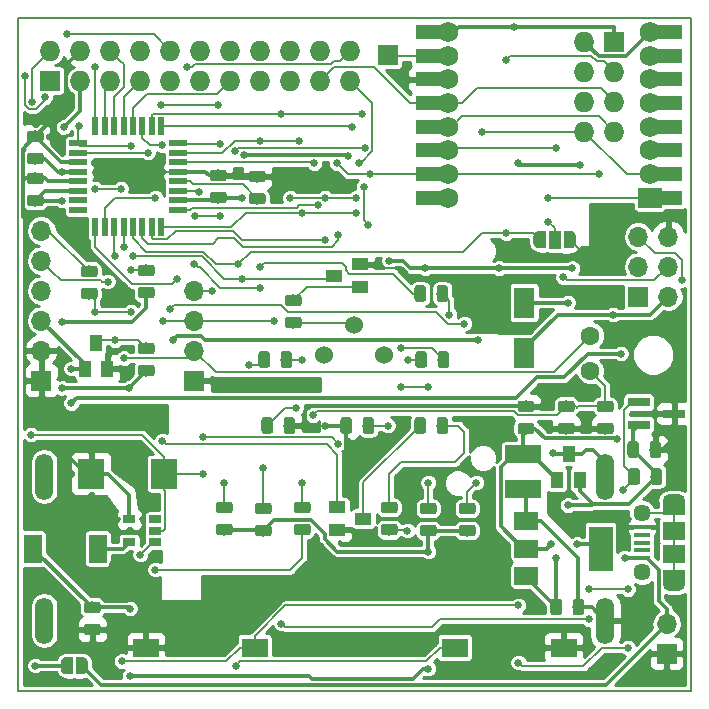
<source format=gbr>
%TF.GenerationSoftware,KiCad,Pcbnew,5.0.2-bee76a0~70~ubuntu18.04.1*%
%TF.CreationDate,2019-10-02T22:42:18+02:00*%
%TF.ProjectId,BT-Pcb-328P,42542d50-6362-42d3-9332-38502e6b6963,3.0*%
%TF.SameCoordinates,Original*%
%TF.FileFunction,Copper,L1,Top*%
%TF.FilePolarity,Positive*%
%FSLAX46Y46*%
G04 Gerber Fmt 4.6, Leading zero omitted, Abs format (unit mm)*
G04 Created by KiCad (PCBNEW 5.0.2-bee76a0~70~ubuntu18.04.1) date mer 02 ott 2019 22:42:18 CEST*
%MOMM*%
%LPD*%
G01*
G04 APERTURE LIST*
%ADD10C,0.150000*%
%ADD11C,0.975000*%
%ADD12R,1.400000X1.000000*%
%ADD13C,1.524000*%
%ADD14O,1.727200X1.727200*%
%ADD15R,1.727200X1.727200*%
%ADD16O,1.524000X3.962000*%
%ADD17R,1.000000X1.400000*%
%ADD18R,1.700000X1.700000*%
%ADD19O,1.700000X1.700000*%
%ADD20R,1.750000X2.650000*%
%ADD21R,2.310000X2.520000*%
%ADD22R,2.180000X1.600000*%
%ADD23R,3.020000X1.510000*%
%ADD24R,1.900000X1.500000*%
%ADD25C,1.450000*%
%ADD26R,1.350000X0.400000*%
%ADD27O,1.900000X1.200000*%
%ADD28R,1.900000X1.200000*%
%ADD29R,1.500000X2.400000*%
%ADD30C,0.500000*%
%ADD31R,1.000000X1.500000*%
%ADD32C,1.600000*%
%ADD33R,1.600000X0.550000*%
%ADD34R,0.550000X1.600000*%
%ADD35R,2.000000X3.800000*%
%ADD36R,2.000000X1.500000*%
%ADD37R,1.060000X0.650000*%
%ADD38R,1.900000X0.800000*%
%ADD39R,3.000000X1.200000*%
%ADD40R,2.000000X1.727200*%
%ADD41C,1.727200*%
%ADD42C,0.650000*%
%ADD43C,0.160000*%
%ADD44C,0.300000*%
%ADD45C,0.254000*%
G04 APERTURE END LIST*
D10*
X184040000Y-138320000D02*
X184040000Y-81320000D01*
X127040000Y-138320000D02*
X127040000Y-81320000D01*
X127040000Y-138320000D02*
X184040000Y-138320000D01*
X127040000Y-81320000D02*
X184040000Y-81320000D01*
G36*
X156985642Y-115125174D02*
X157009303Y-115128684D01*
X157032507Y-115134496D01*
X157055029Y-115142554D01*
X157076653Y-115152782D01*
X157097170Y-115165079D01*
X157116383Y-115179329D01*
X157134107Y-115195393D01*
X157150171Y-115213117D01*
X157164421Y-115232330D01*
X157176718Y-115252847D01*
X157186946Y-115274471D01*
X157195004Y-115296993D01*
X157200816Y-115320197D01*
X157204326Y-115343858D01*
X157205500Y-115367750D01*
X157205500Y-116280250D01*
X157204326Y-116304142D01*
X157200816Y-116327803D01*
X157195004Y-116351007D01*
X157186946Y-116373529D01*
X157176718Y-116395153D01*
X157164421Y-116415670D01*
X157150171Y-116434883D01*
X157134107Y-116452607D01*
X157116383Y-116468671D01*
X157097170Y-116482921D01*
X157076653Y-116495218D01*
X157055029Y-116505446D01*
X157032507Y-116513504D01*
X157009303Y-116519316D01*
X156985642Y-116522826D01*
X156961750Y-116524000D01*
X156474250Y-116524000D01*
X156450358Y-116522826D01*
X156426697Y-116519316D01*
X156403493Y-116513504D01*
X156380971Y-116505446D01*
X156359347Y-116495218D01*
X156338830Y-116482921D01*
X156319617Y-116468671D01*
X156301893Y-116452607D01*
X156285829Y-116434883D01*
X156271579Y-116415670D01*
X156259282Y-116395153D01*
X156249054Y-116373529D01*
X156240996Y-116351007D01*
X156235184Y-116327803D01*
X156231674Y-116304142D01*
X156230500Y-116280250D01*
X156230500Y-115367750D01*
X156231674Y-115343858D01*
X156235184Y-115320197D01*
X156240996Y-115296993D01*
X156249054Y-115274471D01*
X156259282Y-115252847D01*
X156271579Y-115232330D01*
X156285829Y-115213117D01*
X156301893Y-115195393D01*
X156319617Y-115179329D01*
X156338830Y-115165079D01*
X156359347Y-115152782D01*
X156380971Y-115142554D01*
X156403493Y-115134496D01*
X156426697Y-115128684D01*
X156450358Y-115125174D01*
X156474250Y-115124000D01*
X156961750Y-115124000D01*
X156985642Y-115125174D01*
X156985642Y-115125174D01*
G37*
D11*
X156718000Y-115824000D03*
D10*
G36*
X155110642Y-115125174D02*
X155134303Y-115128684D01*
X155157507Y-115134496D01*
X155180029Y-115142554D01*
X155201653Y-115152782D01*
X155222170Y-115165079D01*
X155241383Y-115179329D01*
X155259107Y-115195393D01*
X155275171Y-115213117D01*
X155289421Y-115232330D01*
X155301718Y-115252847D01*
X155311946Y-115274471D01*
X155320004Y-115296993D01*
X155325816Y-115320197D01*
X155329326Y-115343858D01*
X155330500Y-115367750D01*
X155330500Y-116280250D01*
X155329326Y-116304142D01*
X155325816Y-116327803D01*
X155320004Y-116351007D01*
X155311946Y-116373529D01*
X155301718Y-116395153D01*
X155289421Y-116415670D01*
X155275171Y-116434883D01*
X155259107Y-116452607D01*
X155241383Y-116468671D01*
X155222170Y-116482921D01*
X155201653Y-116495218D01*
X155180029Y-116505446D01*
X155157507Y-116513504D01*
X155134303Y-116519316D01*
X155110642Y-116522826D01*
X155086750Y-116524000D01*
X154599250Y-116524000D01*
X154575358Y-116522826D01*
X154551697Y-116519316D01*
X154528493Y-116513504D01*
X154505971Y-116505446D01*
X154484347Y-116495218D01*
X154463830Y-116482921D01*
X154444617Y-116468671D01*
X154426893Y-116452607D01*
X154410829Y-116434883D01*
X154396579Y-116415670D01*
X154384282Y-116395153D01*
X154374054Y-116373529D01*
X154365996Y-116351007D01*
X154360184Y-116327803D01*
X154356674Y-116304142D01*
X154355500Y-116280250D01*
X154355500Y-115367750D01*
X154356674Y-115343858D01*
X154360184Y-115320197D01*
X154365996Y-115296993D01*
X154374054Y-115274471D01*
X154384282Y-115252847D01*
X154396579Y-115232330D01*
X154410829Y-115213117D01*
X154426893Y-115195393D01*
X154444617Y-115179329D01*
X154463830Y-115165079D01*
X154484347Y-115152782D01*
X154505971Y-115142554D01*
X154528493Y-115134496D01*
X154551697Y-115128684D01*
X154575358Y-115125174D01*
X154599250Y-115124000D01*
X155086750Y-115124000D01*
X155110642Y-115125174D01*
X155110642Y-115125174D01*
G37*
D11*
X154843000Y-115824000D03*
D12*
X156294000Y-123698000D03*
X154094000Y-124648000D03*
X154094000Y-122748000D03*
D13*
X158080000Y-109820000D03*
X155540000Y-107280000D03*
X153000000Y-109820000D03*
D10*
G36*
X172890642Y-130492174D02*
X172914303Y-130495684D01*
X172937507Y-130501496D01*
X172960029Y-130509554D01*
X172981653Y-130519782D01*
X173002170Y-130532079D01*
X173021383Y-130546329D01*
X173039107Y-130562393D01*
X173055171Y-130580117D01*
X173069421Y-130599330D01*
X173081718Y-130619847D01*
X173091946Y-130641471D01*
X173100004Y-130663993D01*
X173105816Y-130687197D01*
X173109326Y-130710858D01*
X173110500Y-130734750D01*
X173110500Y-131647250D01*
X173109326Y-131671142D01*
X173105816Y-131694803D01*
X173100004Y-131718007D01*
X173091946Y-131740529D01*
X173081718Y-131762153D01*
X173069421Y-131782670D01*
X173055171Y-131801883D01*
X173039107Y-131819607D01*
X173021383Y-131835671D01*
X173002170Y-131849921D01*
X172981653Y-131862218D01*
X172960029Y-131872446D01*
X172937507Y-131880504D01*
X172914303Y-131886316D01*
X172890642Y-131889826D01*
X172866750Y-131891000D01*
X172379250Y-131891000D01*
X172355358Y-131889826D01*
X172331697Y-131886316D01*
X172308493Y-131880504D01*
X172285971Y-131872446D01*
X172264347Y-131862218D01*
X172243830Y-131849921D01*
X172224617Y-131835671D01*
X172206893Y-131819607D01*
X172190829Y-131801883D01*
X172176579Y-131782670D01*
X172164282Y-131762153D01*
X172154054Y-131740529D01*
X172145996Y-131718007D01*
X172140184Y-131694803D01*
X172136674Y-131671142D01*
X172135500Y-131647250D01*
X172135500Y-130734750D01*
X172136674Y-130710858D01*
X172140184Y-130687197D01*
X172145996Y-130663993D01*
X172154054Y-130641471D01*
X172164282Y-130619847D01*
X172176579Y-130599330D01*
X172190829Y-130580117D01*
X172206893Y-130562393D01*
X172224617Y-130546329D01*
X172243830Y-130532079D01*
X172264347Y-130519782D01*
X172285971Y-130509554D01*
X172308493Y-130501496D01*
X172331697Y-130495684D01*
X172355358Y-130492174D01*
X172379250Y-130491000D01*
X172866750Y-130491000D01*
X172890642Y-130492174D01*
X172890642Y-130492174D01*
G37*
D11*
X172623000Y-131191000D03*
D10*
G36*
X174765642Y-130492174D02*
X174789303Y-130495684D01*
X174812507Y-130501496D01*
X174835029Y-130509554D01*
X174856653Y-130519782D01*
X174877170Y-130532079D01*
X174896383Y-130546329D01*
X174914107Y-130562393D01*
X174930171Y-130580117D01*
X174944421Y-130599330D01*
X174956718Y-130619847D01*
X174966946Y-130641471D01*
X174975004Y-130663993D01*
X174980816Y-130687197D01*
X174984326Y-130710858D01*
X174985500Y-130734750D01*
X174985500Y-131647250D01*
X174984326Y-131671142D01*
X174980816Y-131694803D01*
X174975004Y-131718007D01*
X174966946Y-131740529D01*
X174956718Y-131762153D01*
X174944421Y-131782670D01*
X174930171Y-131801883D01*
X174914107Y-131819607D01*
X174896383Y-131835671D01*
X174877170Y-131849921D01*
X174856653Y-131862218D01*
X174835029Y-131872446D01*
X174812507Y-131880504D01*
X174789303Y-131886316D01*
X174765642Y-131889826D01*
X174741750Y-131891000D01*
X174254250Y-131891000D01*
X174230358Y-131889826D01*
X174206697Y-131886316D01*
X174183493Y-131880504D01*
X174160971Y-131872446D01*
X174139347Y-131862218D01*
X174118830Y-131849921D01*
X174099617Y-131835671D01*
X174081893Y-131819607D01*
X174065829Y-131801883D01*
X174051579Y-131782670D01*
X174039282Y-131762153D01*
X174029054Y-131740529D01*
X174020996Y-131718007D01*
X174015184Y-131694803D01*
X174011674Y-131671142D01*
X174010500Y-131647250D01*
X174010500Y-130734750D01*
X174011674Y-130710858D01*
X174015184Y-130687197D01*
X174020996Y-130663993D01*
X174029054Y-130641471D01*
X174039282Y-130619847D01*
X174051579Y-130599330D01*
X174065829Y-130580117D01*
X174081893Y-130562393D01*
X174099617Y-130546329D01*
X174118830Y-130532079D01*
X174139347Y-130519782D01*
X174160971Y-130509554D01*
X174183493Y-130501496D01*
X174206697Y-130495684D01*
X174230358Y-130492174D01*
X174254250Y-130491000D01*
X174741750Y-130491000D01*
X174765642Y-130492174D01*
X174765642Y-130492174D01*
G37*
D11*
X174498000Y-131191000D03*
D14*
X152654000Y-84074000D03*
X152654000Y-86614000D03*
X150114000Y-84074000D03*
X150114000Y-86614000D03*
X147574000Y-84074000D03*
X147574000Y-86614000D03*
X145034000Y-84074000D03*
X145034000Y-86614000D03*
X142494000Y-84074000D03*
X142494000Y-86614000D03*
X139954000Y-84074000D03*
X139954000Y-86614000D03*
D15*
X129794000Y-86614000D03*
D14*
X129794000Y-84074000D03*
X132334000Y-86614000D03*
X132334000Y-84074000D03*
X134874000Y-86614000D03*
X134874000Y-84074000D03*
X137414000Y-86614000D03*
X137414000Y-84074000D03*
X155194000Y-86614000D03*
X155194000Y-84074000D03*
X177546000Y-90932000D03*
X175006000Y-90932000D03*
X177546000Y-88392000D03*
X175006000Y-88392000D03*
X177546000Y-85852000D03*
X175006000Y-85852000D03*
D15*
X177546000Y-83312000D03*
D14*
X175006000Y-83312000D03*
D16*
X176784000Y-120142000D03*
X129284000Y-120142000D03*
X176786000Y-132334000D03*
X129286000Y-132334000D03*
D17*
X133670000Y-108798000D03*
X134620000Y-110998000D03*
X132720000Y-110998000D03*
D10*
G36*
X138402142Y-108812174D02*
X138425803Y-108815684D01*
X138449007Y-108821496D01*
X138471529Y-108829554D01*
X138493153Y-108839782D01*
X138513670Y-108852079D01*
X138532883Y-108866329D01*
X138550607Y-108882393D01*
X138566671Y-108900117D01*
X138580921Y-108919330D01*
X138593218Y-108939847D01*
X138603446Y-108961471D01*
X138611504Y-108983993D01*
X138617316Y-109007197D01*
X138620826Y-109030858D01*
X138622000Y-109054750D01*
X138622000Y-109542250D01*
X138620826Y-109566142D01*
X138617316Y-109589803D01*
X138611504Y-109613007D01*
X138603446Y-109635529D01*
X138593218Y-109657153D01*
X138580921Y-109677670D01*
X138566671Y-109696883D01*
X138550607Y-109714607D01*
X138532883Y-109730671D01*
X138513670Y-109744921D01*
X138493153Y-109757218D01*
X138471529Y-109767446D01*
X138449007Y-109775504D01*
X138425803Y-109781316D01*
X138402142Y-109784826D01*
X138378250Y-109786000D01*
X137465750Y-109786000D01*
X137441858Y-109784826D01*
X137418197Y-109781316D01*
X137394993Y-109775504D01*
X137372471Y-109767446D01*
X137350847Y-109757218D01*
X137330330Y-109744921D01*
X137311117Y-109730671D01*
X137293393Y-109714607D01*
X137277329Y-109696883D01*
X137263079Y-109677670D01*
X137250782Y-109657153D01*
X137240554Y-109635529D01*
X137232496Y-109613007D01*
X137226684Y-109589803D01*
X137223174Y-109566142D01*
X137222000Y-109542250D01*
X137222000Y-109054750D01*
X137223174Y-109030858D01*
X137226684Y-109007197D01*
X137232496Y-108983993D01*
X137240554Y-108961471D01*
X137250782Y-108939847D01*
X137263079Y-108919330D01*
X137277329Y-108900117D01*
X137293393Y-108882393D01*
X137311117Y-108866329D01*
X137330330Y-108852079D01*
X137350847Y-108839782D01*
X137372471Y-108829554D01*
X137394993Y-108821496D01*
X137418197Y-108815684D01*
X137441858Y-108812174D01*
X137465750Y-108811000D01*
X138378250Y-108811000D01*
X138402142Y-108812174D01*
X138402142Y-108812174D01*
G37*
D11*
X137922000Y-109298500D03*
D10*
G36*
X138402142Y-110687174D02*
X138425803Y-110690684D01*
X138449007Y-110696496D01*
X138471529Y-110704554D01*
X138493153Y-110714782D01*
X138513670Y-110727079D01*
X138532883Y-110741329D01*
X138550607Y-110757393D01*
X138566671Y-110775117D01*
X138580921Y-110794330D01*
X138593218Y-110814847D01*
X138603446Y-110836471D01*
X138611504Y-110858993D01*
X138617316Y-110882197D01*
X138620826Y-110905858D01*
X138622000Y-110929750D01*
X138622000Y-111417250D01*
X138620826Y-111441142D01*
X138617316Y-111464803D01*
X138611504Y-111488007D01*
X138603446Y-111510529D01*
X138593218Y-111532153D01*
X138580921Y-111552670D01*
X138566671Y-111571883D01*
X138550607Y-111589607D01*
X138532883Y-111605671D01*
X138513670Y-111619921D01*
X138493153Y-111632218D01*
X138471529Y-111642446D01*
X138449007Y-111650504D01*
X138425803Y-111656316D01*
X138402142Y-111659826D01*
X138378250Y-111661000D01*
X137465750Y-111661000D01*
X137441858Y-111659826D01*
X137418197Y-111656316D01*
X137394993Y-111650504D01*
X137372471Y-111642446D01*
X137350847Y-111632218D01*
X137330330Y-111619921D01*
X137311117Y-111605671D01*
X137293393Y-111589607D01*
X137277329Y-111571883D01*
X137263079Y-111552670D01*
X137250782Y-111532153D01*
X137240554Y-111510529D01*
X137232496Y-111488007D01*
X137226684Y-111464803D01*
X137223174Y-111441142D01*
X137222000Y-111417250D01*
X137222000Y-110929750D01*
X137223174Y-110905858D01*
X137226684Y-110882197D01*
X137232496Y-110858993D01*
X137240554Y-110836471D01*
X137250782Y-110814847D01*
X137263079Y-110794330D01*
X137277329Y-110775117D01*
X137293393Y-110757393D01*
X137311117Y-110741329D01*
X137330330Y-110727079D01*
X137350847Y-110714782D01*
X137372471Y-110704554D01*
X137394993Y-110696496D01*
X137418197Y-110690684D01*
X137441858Y-110687174D01*
X137465750Y-110686000D01*
X138378250Y-110686000D01*
X138402142Y-110687174D01*
X138402142Y-110687174D01*
G37*
D11*
X137922000Y-111173500D03*
D18*
X181991000Y-135128000D03*
D19*
X181991000Y-132588000D03*
D10*
G36*
X129004142Y-90856674D02*
X129027803Y-90860184D01*
X129051007Y-90865996D01*
X129073529Y-90874054D01*
X129095153Y-90884282D01*
X129115670Y-90896579D01*
X129134883Y-90910829D01*
X129152607Y-90926893D01*
X129168671Y-90944617D01*
X129182921Y-90963830D01*
X129195218Y-90984347D01*
X129205446Y-91005971D01*
X129213504Y-91028493D01*
X129219316Y-91051697D01*
X129222826Y-91075358D01*
X129224000Y-91099250D01*
X129224000Y-91586750D01*
X129222826Y-91610642D01*
X129219316Y-91634303D01*
X129213504Y-91657507D01*
X129205446Y-91680029D01*
X129195218Y-91701653D01*
X129182921Y-91722170D01*
X129168671Y-91741383D01*
X129152607Y-91759107D01*
X129134883Y-91775171D01*
X129115670Y-91789421D01*
X129095153Y-91801718D01*
X129073529Y-91811946D01*
X129051007Y-91820004D01*
X129027803Y-91825816D01*
X129004142Y-91829326D01*
X128980250Y-91830500D01*
X128067750Y-91830500D01*
X128043858Y-91829326D01*
X128020197Y-91825816D01*
X127996993Y-91820004D01*
X127974471Y-91811946D01*
X127952847Y-91801718D01*
X127932330Y-91789421D01*
X127913117Y-91775171D01*
X127895393Y-91759107D01*
X127879329Y-91741383D01*
X127865079Y-91722170D01*
X127852782Y-91701653D01*
X127842554Y-91680029D01*
X127834496Y-91657507D01*
X127828684Y-91634303D01*
X127825174Y-91610642D01*
X127824000Y-91586750D01*
X127824000Y-91099250D01*
X127825174Y-91075358D01*
X127828684Y-91051697D01*
X127834496Y-91028493D01*
X127842554Y-91005971D01*
X127852782Y-90984347D01*
X127865079Y-90963830D01*
X127879329Y-90944617D01*
X127895393Y-90926893D01*
X127913117Y-90910829D01*
X127932330Y-90896579D01*
X127952847Y-90884282D01*
X127974471Y-90874054D01*
X127996993Y-90865996D01*
X128020197Y-90860184D01*
X128043858Y-90856674D01*
X128067750Y-90855500D01*
X128980250Y-90855500D01*
X129004142Y-90856674D01*
X129004142Y-90856674D01*
G37*
D11*
X128524000Y-91343000D03*
D10*
G36*
X129004142Y-92731674D02*
X129027803Y-92735184D01*
X129051007Y-92740996D01*
X129073529Y-92749054D01*
X129095153Y-92759282D01*
X129115670Y-92771579D01*
X129134883Y-92785829D01*
X129152607Y-92801893D01*
X129168671Y-92819617D01*
X129182921Y-92838830D01*
X129195218Y-92859347D01*
X129205446Y-92880971D01*
X129213504Y-92903493D01*
X129219316Y-92926697D01*
X129222826Y-92950358D01*
X129224000Y-92974250D01*
X129224000Y-93461750D01*
X129222826Y-93485642D01*
X129219316Y-93509303D01*
X129213504Y-93532507D01*
X129205446Y-93555029D01*
X129195218Y-93576653D01*
X129182921Y-93597170D01*
X129168671Y-93616383D01*
X129152607Y-93634107D01*
X129134883Y-93650171D01*
X129115670Y-93664421D01*
X129095153Y-93676718D01*
X129073529Y-93686946D01*
X129051007Y-93695004D01*
X129027803Y-93700816D01*
X129004142Y-93704326D01*
X128980250Y-93705500D01*
X128067750Y-93705500D01*
X128043858Y-93704326D01*
X128020197Y-93700816D01*
X127996993Y-93695004D01*
X127974471Y-93686946D01*
X127952847Y-93676718D01*
X127932330Y-93664421D01*
X127913117Y-93650171D01*
X127895393Y-93634107D01*
X127879329Y-93616383D01*
X127865079Y-93597170D01*
X127852782Y-93576653D01*
X127842554Y-93555029D01*
X127834496Y-93532507D01*
X127828684Y-93509303D01*
X127825174Y-93485642D01*
X127824000Y-93461750D01*
X127824000Y-92974250D01*
X127825174Y-92950358D01*
X127828684Y-92926697D01*
X127834496Y-92903493D01*
X127842554Y-92880971D01*
X127852782Y-92859347D01*
X127865079Y-92838830D01*
X127879329Y-92819617D01*
X127895393Y-92801893D01*
X127913117Y-92785829D01*
X127932330Y-92771579D01*
X127952847Y-92759282D01*
X127974471Y-92749054D01*
X127996993Y-92740996D01*
X128020197Y-92735184D01*
X128043858Y-92731674D01*
X128067750Y-92730500D01*
X128980250Y-92730500D01*
X129004142Y-92731674D01*
X129004142Y-92731674D01*
G37*
D11*
X128524000Y-93218000D03*
D20*
X169926000Y-109710000D03*
X169926000Y-105410000D03*
D21*
X139446000Y-119888000D03*
X133246000Y-119888000D03*
D22*
X147094000Y-134620000D03*
X137894000Y-134620000D03*
X173256000Y-134620000D03*
X164056000Y-134620000D03*
D23*
X169799000Y-118258000D03*
X169799000Y-121158000D03*
D10*
G36*
X179416142Y-117157174D02*
X179439803Y-117160684D01*
X179463007Y-117166496D01*
X179485529Y-117174554D01*
X179507153Y-117184782D01*
X179527670Y-117197079D01*
X179546883Y-117211329D01*
X179564607Y-117227393D01*
X179580671Y-117245117D01*
X179594921Y-117264330D01*
X179607218Y-117284847D01*
X179617446Y-117306471D01*
X179625504Y-117328993D01*
X179631316Y-117352197D01*
X179634826Y-117375858D01*
X179636000Y-117399750D01*
X179636000Y-118312250D01*
X179634826Y-118336142D01*
X179631316Y-118359803D01*
X179625504Y-118383007D01*
X179617446Y-118405529D01*
X179607218Y-118427153D01*
X179594921Y-118447670D01*
X179580671Y-118466883D01*
X179564607Y-118484607D01*
X179546883Y-118500671D01*
X179527670Y-118514921D01*
X179507153Y-118527218D01*
X179485529Y-118537446D01*
X179463007Y-118545504D01*
X179439803Y-118551316D01*
X179416142Y-118554826D01*
X179392250Y-118556000D01*
X178904750Y-118556000D01*
X178880858Y-118554826D01*
X178857197Y-118551316D01*
X178833993Y-118545504D01*
X178811471Y-118537446D01*
X178789847Y-118527218D01*
X178769330Y-118514921D01*
X178750117Y-118500671D01*
X178732393Y-118484607D01*
X178716329Y-118466883D01*
X178702079Y-118447670D01*
X178689782Y-118427153D01*
X178679554Y-118405529D01*
X178671496Y-118383007D01*
X178665684Y-118359803D01*
X178662174Y-118336142D01*
X178661000Y-118312250D01*
X178661000Y-117399750D01*
X178662174Y-117375858D01*
X178665684Y-117352197D01*
X178671496Y-117328993D01*
X178679554Y-117306471D01*
X178689782Y-117284847D01*
X178702079Y-117264330D01*
X178716329Y-117245117D01*
X178732393Y-117227393D01*
X178750117Y-117211329D01*
X178769330Y-117197079D01*
X178789847Y-117184782D01*
X178811471Y-117174554D01*
X178833993Y-117166496D01*
X178857197Y-117160684D01*
X178880858Y-117157174D01*
X178904750Y-117156000D01*
X179392250Y-117156000D01*
X179416142Y-117157174D01*
X179416142Y-117157174D01*
G37*
D11*
X179148500Y-117856000D03*
D10*
G36*
X181291142Y-117157174D02*
X181314803Y-117160684D01*
X181338007Y-117166496D01*
X181360529Y-117174554D01*
X181382153Y-117184782D01*
X181402670Y-117197079D01*
X181421883Y-117211329D01*
X181439607Y-117227393D01*
X181455671Y-117245117D01*
X181469921Y-117264330D01*
X181482218Y-117284847D01*
X181492446Y-117306471D01*
X181500504Y-117328993D01*
X181506316Y-117352197D01*
X181509826Y-117375858D01*
X181511000Y-117399750D01*
X181511000Y-118312250D01*
X181509826Y-118336142D01*
X181506316Y-118359803D01*
X181500504Y-118383007D01*
X181492446Y-118405529D01*
X181482218Y-118427153D01*
X181469921Y-118447670D01*
X181455671Y-118466883D01*
X181439607Y-118484607D01*
X181421883Y-118500671D01*
X181402670Y-118514921D01*
X181382153Y-118527218D01*
X181360529Y-118537446D01*
X181338007Y-118545504D01*
X181314803Y-118551316D01*
X181291142Y-118554826D01*
X181267250Y-118556000D01*
X180779750Y-118556000D01*
X180755858Y-118554826D01*
X180732197Y-118551316D01*
X180708993Y-118545504D01*
X180686471Y-118537446D01*
X180664847Y-118527218D01*
X180644330Y-118514921D01*
X180625117Y-118500671D01*
X180607393Y-118484607D01*
X180591329Y-118466883D01*
X180577079Y-118447670D01*
X180564782Y-118427153D01*
X180554554Y-118405529D01*
X180546496Y-118383007D01*
X180540684Y-118359803D01*
X180537174Y-118336142D01*
X180536000Y-118312250D01*
X180536000Y-117399750D01*
X180537174Y-117375858D01*
X180540684Y-117352197D01*
X180546496Y-117328993D01*
X180554554Y-117306471D01*
X180564782Y-117284847D01*
X180577079Y-117264330D01*
X180591329Y-117245117D01*
X180607393Y-117227393D01*
X180625117Y-117211329D01*
X180644330Y-117197079D01*
X180664847Y-117184782D01*
X180686471Y-117174554D01*
X180708993Y-117166496D01*
X180732197Y-117160684D01*
X180755858Y-117157174D01*
X180779750Y-117156000D01*
X181267250Y-117156000D01*
X181291142Y-117157174D01*
X181291142Y-117157174D01*
G37*
D11*
X181023500Y-117856000D03*
D10*
G36*
X133830142Y-132609674D02*
X133853803Y-132613184D01*
X133877007Y-132618996D01*
X133899529Y-132627054D01*
X133921153Y-132637282D01*
X133941670Y-132649579D01*
X133960883Y-132663829D01*
X133978607Y-132679893D01*
X133994671Y-132697617D01*
X134008921Y-132716830D01*
X134021218Y-132737347D01*
X134031446Y-132758971D01*
X134039504Y-132781493D01*
X134045316Y-132804697D01*
X134048826Y-132828358D01*
X134050000Y-132852250D01*
X134050000Y-133339750D01*
X134048826Y-133363642D01*
X134045316Y-133387303D01*
X134039504Y-133410507D01*
X134031446Y-133433029D01*
X134021218Y-133454653D01*
X134008921Y-133475170D01*
X133994671Y-133494383D01*
X133978607Y-133512107D01*
X133960883Y-133528171D01*
X133941670Y-133542421D01*
X133921153Y-133554718D01*
X133899529Y-133564946D01*
X133877007Y-133573004D01*
X133853803Y-133578816D01*
X133830142Y-133582326D01*
X133806250Y-133583500D01*
X132893750Y-133583500D01*
X132869858Y-133582326D01*
X132846197Y-133578816D01*
X132822993Y-133573004D01*
X132800471Y-133564946D01*
X132778847Y-133554718D01*
X132758330Y-133542421D01*
X132739117Y-133528171D01*
X132721393Y-133512107D01*
X132705329Y-133494383D01*
X132691079Y-133475170D01*
X132678782Y-133454653D01*
X132668554Y-133433029D01*
X132660496Y-133410507D01*
X132654684Y-133387303D01*
X132651174Y-133363642D01*
X132650000Y-133339750D01*
X132650000Y-132852250D01*
X132651174Y-132828358D01*
X132654684Y-132804697D01*
X132660496Y-132781493D01*
X132668554Y-132758971D01*
X132678782Y-132737347D01*
X132691079Y-132716830D01*
X132705329Y-132697617D01*
X132721393Y-132679893D01*
X132739117Y-132663829D01*
X132758330Y-132649579D01*
X132778847Y-132637282D01*
X132800471Y-132627054D01*
X132822993Y-132618996D01*
X132846197Y-132613184D01*
X132869858Y-132609674D01*
X132893750Y-132608500D01*
X133806250Y-132608500D01*
X133830142Y-132609674D01*
X133830142Y-132609674D01*
G37*
D11*
X133350000Y-133096000D03*
D10*
G36*
X133830142Y-130734674D02*
X133853803Y-130738184D01*
X133877007Y-130743996D01*
X133899529Y-130752054D01*
X133921153Y-130762282D01*
X133941670Y-130774579D01*
X133960883Y-130788829D01*
X133978607Y-130804893D01*
X133994671Y-130822617D01*
X134008921Y-130841830D01*
X134021218Y-130862347D01*
X134031446Y-130883971D01*
X134039504Y-130906493D01*
X134045316Y-130929697D01*
X134048826Y-130953358D01*
X134050000Y-130977250D01*
X134050000Y-131464750D01*
X134048826Y-131488642D01*
X134045316Y-131512303D01*
X134039504Y-131535507D01*
X134031446Y-131558029D01*
X134021218Y-131579653D01*
X134008921Y-131600170D01*
X133994671Y-131619383D01*
X133978607Y-131637107D01*
X133960883Y-131653171D01*
X133941670Y-131667421D01*
X133921153Y-131679718D01*
X133899529Y-131689946D01*
X133877007Y-131698004D01*
X133853803Y-131703816D01*
X133830142Y-131707326D01*
X133806250Y-131708500D01*
X132893750Y-131708500D01*
X132869858Y-131707326D01*
X132846197Y-131703816D01*
X132822993Y-131698004D01*
X132800471Y-131689946D01*
X132778847Y-131679718D01*
X132758330Y-131667421D01*
X132739117Y-131653171D01*
X132721393Y-131637107D01*
X132705329Y-131619383D01*
X132691079Y-131600170D01*
X132678782Y-131579653D01*
X132668554Y-131558029D01*
X132660496Y-131535507D01*
X132654684Y-131512303D01*
X132651174Y-131488642D01*
X132650000Y-131464750D01*
X132650000Y-130977250D01*
X132651174Y-130953358D01*
X132654684Y-130929697D01*
X132660496Y-130906493D01*
X132668554Y-130883971D01*
X132678782Y-130862347D01*
X132691079Y-130841830D01*
X132705329Y-130822617D01*
X132721393Y-130804893D01*
X132739117Y-130788829D01*
X132758330Y-130774579D01*
X132778847Y-130762282D01*
X132800471Y-130752054D01*
X132822993Y-130743996D01*
X132846197Y-130738184D01*
X132869858Y-130734674D01*
X132893750Y-130733500D01*
X133806250Y-130733500D01*
X133830142Y-130734674D01*
X133830142Y-130734674D01*
G37*
D11*
X133350000Y-131221000D03*
D10*
G36*
X133576142Y-104161674D02*
X133599803Y-104165184D01*
X133623007Y-104170996D01*
X133645529Y-104179054D01*
X133667153Y-104189282D01*
X133687670Y-104201579D01*
X133706883Y-104215829D01*
X133724607Y-104231893D01*
X133740671Y-104249617D01*
X133754921Y-104268830D01*
X133767218Y-104289347D01*
X133777446Y-104310971D01*
X133785504Y-104333493D01*
X133791316Y-104356697D01*
X133794826Y-104380358D01*
X133796000Y-104404250D01*
X133796000Y-104891750D01*
X133794826Y-104915642D01*
X133791316Y-104939303D01*
X133785504Y-104962507D01*
X133777446Y-104985029D01*
X133767218Y-105006653D01*
X133754921Y-105027170D01*
X133740671Y-105046383D01*
X133724607Y-105064107D01*
X133706883Y-105080171D01*
X133687670Y-105094421D01*
X133667153Y-105106718D01*
X133645529Y-105116946D01*
X133623007Y-105125004D01*
X133599803Y-105130816D01*
X133576142Y-105134326D01*
X133552250Y-105135500D01*
X132639750Y-105135500D01*
X132615858Y-105134326D01*
X132592197Y-105130816D01*
X132568993Y-105125004D01*
X132546471Y-105116946D01*
X132524847Y-105106718D01*
X132504330Y-105094421D01*
X132485117Y-105080171D01*
X132467393Y-105064107D01*
X132451329Y-105046383D01*
X132437079Y-105027170D01*
X132424782Y-105006653D01*
X132414554Y-104985029D01*
X132406496Y-104962507D01*
X132400684Y-104939303D01*
X132397174Y-104915642D01*
X132396000Y-104891750D01*
X132396000Y-104404250D01*
X132397174Y-104380358D01*
X132400684Y-104356697D01*
X132406496Y-104333493D01*
X132414554Y-104310971D01*
X132424782Y-104289347D01*
X132437079Y-104268830D01*
X132451329Y-104249617D01*
X132467393Y-104231893D01*
X132485117Y-104215829D01*
X132504330Y-104201579D01*
X132524847Y-104189282D01*
X132546471Y-104179054D01*
X132568993Y-104170996D01*
X132592197Y-104165184D01*
X132615858Y-104161674D01*
X132639750Y-104160500D01*
X133552250Y-104160500D01*
X133576142Y-104161674D01*
X133576142Y-104161674D01*
G37*
D11*
X133096000Y-104648000D03*
D10*
G36*
X133576142Y-102286674D02*
X133599803Y-102290184D01*
X133623007Y-102295996D01*
X133645529Y-102304054D01*
X133667153Y-102314282D01*
X133687670Y-102326579D01*
X133706883Y-102340829D01*
X133724607Y-102356893D01*
X133740671Y-102374617D01*
X133754921Y-102393830D01*
X133767218Y-102414347D01*
X133777446Y-102435971D01*
X133785504Y-102458493D01*
X133791316Y-102481697D01*
X133794826Y-102505358D01*
X133796000Y-102529250D01*
X133796000Y-103016750D01*
X133794826Y-103040642D01*
X133791316Y-103064303D01*
X133785504Y-103087507D01*
X133777446Y-103110029D01*
X133767218Y-103131653D01*
X133754921Y-103152170D01*
X133740671Y-103171383D01*
X133724607Y-103189107D01*
X133706883Y-103205171D01*
X133687670Y-103219421D01*
X133667153Y-103231718D01*
X133645529Y-103241946D01*
X133623007Y-103250004D01*
X133599803Y-103255816D01*
X133576142Y-103259326D01*
X133552250Y-103260500D01*
X132639750Y-103260500D01*
X132615858Y-103259326D01*
X132592197Y-103255816D01*
X132568993Y-103250004D01*
X132546471Y-103241946D01*
X132524847Y-103231718D01*
X132504330Y-103219421D01*
X132485117Y-103205171D01*
X132467393Y-103189107D01*
X132451329Y-103171383D01*
X132437079Y-103152170D01*
X132424782Y-103131653D01*
X132414554Y-103110029D01*
X132406496Y-103087507D01*
X132400684Y-103064303D01*
X132397174Y-103040642D01*
X132396000Y-103016750D01*
X132396000Y-102529250D01*
X132397174Y-102505358D01*
X132400684Y-102481697D01*
X132406496Y-102458493D01*
X132414554Y-102435971D01*
X132424782Y-102414347D01*
X132437079Y-102393830D01*
X132451329Y-102374617D01*
X132467393Y-102356893D01*
X132485117Y-102340829D01*
X132504330Y-102326579D01*
X132524847Y-102314282D01*
X132546471Y-102304054D01*
X132568993Y-102295996D01*
X132592197Y-102290184D01*
X132615858Y-102286674D01*
X132639750Y-102285500D01*
X133552250Y-102285500D01*
X133576142Y-102286674D01*
X133576142Y-102286674D01*
G37*
D11*
X133096000Y-102773000D03*
D10*
G36*
X144498142Y-96033674D02*
X144521803Y-96037184D01*
X144545007Y-96042996D01*
X144567529Y-96051054D01*
X144589153Y-96061282D01*
X144609670Y-96073579D01*
X144628883Y-96087829D01*
X144646607Y-96103893D01*
X144662671Y-96121617D01*
X144676921Y-96140830D01*
X144689218Y-96161347D01*
X144699446Y-96182971D01*
X144707504Y-96205493D01*
X144713316Y-96228697D01*
X144716826Y-96252358D01*
X144718000Y-96276250D01*
X144718000Y-96763750D01*
X144716826Y-96787642D01*
X144713316Y-96811303D01*
X144707504Y-96834507D01*
X144699446Y-96857029D01*
X144689218Y-96878653D01*
X144676921Y-96899170D01*
X144662671Y-96918383D01*
X144646607Y-96936107D01*
X144628883Y-96952171D01*
X144609670Y-96966421D01*
X144589153Y-96978718D01*
X144567529Y-96988946D01*
X144545007Y-96997004D01*
X144521803Y-97002816D01*
X144498142Y-97006326D01*
X144474250Y-97007500D01*
X143561750Y-97007500D01*
X143537858Y-97006326D01*
X143514197Y-97002816D01*
X143490993Y-96997004D01*
X143468471Y-96988946D01*
X143446847Y-96978718D01*
X143426330Y-96966421D01*
X143407117Y-96952171D01*
X143389393Y-96936107D01*
X143373329Y-96918383D01*
X143359079Y-96899170D01*
X143346782Y-96878653D01*
X143336554Y-96857029D01*
X143328496Y-96834507D01*
X143322684Y-96811303D01*
X143319174Y-96787642D01*
X143318000Y-96763750D01*
X143318000Y-96276250D01*
X143319174Y-96252358D01*
X143322684Y-96228697D01*
X143328496Y-96205493D01*
X143336554Y-96182971D01*
X143346782Y-96161347D01*
X143359079Y-96140830D01*
X143373329Y-96121617D01*
X143389393Y-96103893D01*
X143407117Y-96087829D01*
X143426330Y-96073579D01*
X143446847Y-96061282D01*
X143468471Y-96051054D01*
X143490993Y-96042996D01*
X143514197Y-96037184D01*
X143537858Y-96033674D01*
X143561750Y-96032500D01*
X144474250Y-96032500D01*
X144498142Y-96033674D01*
X144498142Y-96033674D01*
G37*
D11*
X144018000Y-96520000D03*
D10*
G36*
X144498142Y-94158674D02*
X144521803Y-94162184D01*
X144545007Y-94167996D01*
X144567529Y-94176054D01*
X144589153Y-94186282D01*
X144609670Y-94198579D01*
X144628883Y-94212829D01*
X144646607Y-94228893D01*
X144662671Y-94246617D01*
X144676921Y-94265830D01*
X144689218Y-94286347D01*
X144699446Y-94307971D01*
X144707504Y-94330493D01*
X144713316Y-94353697D01*
X144716826Y-94377358D01*
X144718000Y-94401250D01*
X144718000Y-94888750D01*
X144716826Y-94912642D01*
X144713316Y-94936303D01*
X144707504Y-94959507D01*
X144699446Y-94982029D01*
X144689218Y-95003653D01*
X144676921Y-95024170D01*
X144662671Y-95043383D01*
X144646607Y-95061107D01*
X144628883Y-95077171D01*
X144609670Y-95091421D01*
X144589153Y-95103718D01*
X144567529Y-95113946D01*
X144545007Y-95122004D01*
X144521803Y-95127816D01*
X144498142Y-95131326D01*
X144474250Y-95132500D01*
X143561750Y-95132500D01*
X143537858Y-95131326D01*
X143514197Y-95127816D01*
X143490993Y-95122004D01*
X143468471Y-95113946D01*
X143446847Y-95103718D01*
X143426330Y-95091421D01*
X143407117Y-95077171D01*
X143389393Y-95061107D01*
X143373329Y-95043383D01*
X143359079Y-95024170D01*
X143346782Y-95003653D01*
X143336554Y-94982029D01*
X143328496Y-94959507D01*
X143322684Y-94936303D01*
X143319174Y-94912642D01*
X143318000Y-94888750D01*
X143318000Y-94401250D01*
X143319174Y-94377358D01*
X143322684Y-94353697D01*
X143328496Y-94330493D01*
X143336554Y-94307971D01*
X143346782Y-94286347D01*
X143359079Y-94265830D01*
X143373329Y-94246617D01*
X143389393Y-94228893D01*
X143407117Y-94212829D01*
X143426330Y-94198579D01*
X143446847Y-94186282D01*
X143468471Y-94176054D01*
X143490993Y-94167996D01*
X143514197Y-94162184D01*
X143537858Y-94158674D01*
X143561750Y-94157500D01*
X144474250Y-94157500D01*
X144498142Y-94158674D01*
X144498142Y-94158674D01*
G37*
D11*
X144018000Y-94645000D03*
D10*
G36*
X129004142Y-94412674D02*
X129027803Y-94416184D01*
X129051007Y-94421996D01*
X129073529Y-94430054D01*
X129095153Y-94440282D01*
X129115670Y-94452579D01*
X129134883Y-94466829D01*
X129152607Y-94482893D01*
X129168671Y-94500617D01*
X129182921Y-94519830D01*
X129195218Y-94540347D01*
X129205446Y-94561971D01*
X129213504Y-94584493D01*
X129219316Y-94607697D01*
X129222826Y-94631358D01*
X129224000Y-94655250D01*
X129224000Y-95142750D01*
X129222826Y-95166642D01*
X129219316Y-95190303D01*
X129213504Y-95213507D01*
X129205446Y-95236029D01*
X129195218Y-95257653D01*
X129182921Y-95278170D01*
X129168671Y-95297383D01*
X129152607Y-95315107D01*
X129134883Y-95331171D01*
X129115670Y-95345421D01*
X129095153Y-95357718D01*
X129073529Y-95367946D01*
X129051007Y-95376004D01*
X129027803Y-95381816D01*
X129004142Y-95385326D01*
X128980250Y-95386500D01*
X128067750Y-95386500D01*
X128043858Y-95385326D01*
X128020197Y-95381816D01*
X127996993Y-95376004D01*
X127974471Y-95367946D01*
X127952847Y-95357718D01*
X127932330Y-95345421D01*
X127913117Y-95331171D01*
X127895393Y-95315107D01*
X127879329Y-95297383D01*
X127865079Y-95278170D01*
X127852782Y-95257653D01*
X127842554Y-95236029D01*
X127834496Y-95213507D01*
X127828684Y-95190303D01*
X127825174Y-95166642D01*
X127824000Y-95142750D01*
X127824000Y-94655250D01*
X127825174Y-94631358D01*
X127828684Y-94607697D01*
X127834496Y-94584493D01*
X127842554Y-94561971D01*
X127852782Y-94540347D01*
X127865079Y-94519830D01*
X127879329Y-94500617D01*
X127895393Y-94482893D01*
X127913117Y-94466829D01*
X127932330Y-94452579D01*
X127952847Y-94440282D01*
X127974471Y-94430054D01*
X127996993Y-94421996D01*
X128020197Y-94416184D01*
X128043858Y-94412674D01*
X128067750Y-94411500D01*
X128980250Y-94411500D01*
X129004142Y-94412674D01*
X129004142Y-94412674D01*
G37*
D11*
X128524000Y-94899000D03*
D10*
G36*
X129004142Y-96287674D02*
X129027803Y-96291184D01*
X129051007Y-96296996D01*
X129073529Y-96305054D01*
X129095153Y-96315282D01*
X129115670Y-96327579D01*
X129134883Y-96341829D01*
X129152607Y-96357893D01*
X129168671Y-96375617D01*
X129182921Y-96394830D01*
X129195218Y-96415347D01*
X129205446Y-96436971D01*
X129213504Y-96459493D01*
X129219316Y-96482697D01*
X129222826Y-96506358D01*
X129224000Y-96530250D01*
X129224000Y-97017750D01*
X129222826Y-97041642D01*
X129219316Y-97065303D01*
X129213504Y-97088507D01*
X129205446Y-97111029D01*
X129195218Y-97132653D01*
X129182921Y-97153170D01*
X129168671Y-97172383D01*
X129152607Y-97190107D01*
X129134883Y-97206171D01*
X129115670Y-97220421D01*
X129095153Y-97232718D01*
X129073529Y-97242946D01*
X129051007Y-97251004D01*
X129027803Y-97256816D01*
X129004142Y-97260326D01*
X128980250Y-97261500D01*
X128067750Y-97261500D01*
X128043858Y-97260326D01*
X128020197Y-97256816D01*
X127996993Y-97251004D01*
X127974471Y-97242946D01*
X127952847Y-97232718D01*
X127932330Y-97220421D01*
X127913117Y-97206171D01*
X127895393Y-97190107D01*
X127879329Y-97172383D01*
X127865079Y-97153170D01*
X127852782Y-97132653D01*
X127842554Y-97111029D01*
X127834496Y-97088507D01*
X127828684Y-97065303D01*
X127825174Y-97041642D01*
X127824000Y-97017750D01*
X127824000Y-96530250D01*
X127825174Y-96506358D01*
X127828684Y-96482697D01*
X127834496Y-96459493D01*
X127842554Y-96436971D01*
X127852782Y-96415347D01*
X127865079Y-96394830D01*
X127879329Y-96375617D01*
X127895393Y-96357893D01*
X127913117Y-96341829D01*
X127932330Y-96327579D01*
X127952847Y-96315282D01*
X127974471Y-96305054D01*
X127996993Y-96296996D01*
X128020197Y-96291184D01*
X128043858Y-96287674D01*
X128067750Y-96286500D01*
X128980250Y-96286500D01*
X129004142Y-96287674D01*
X129004142Y-96287674D01*
G37*
D11*
X128524000Y-96774000D03*
D10*
G36*
X147800142Y-94255674D02*
X147823803Y-94259184D01*
X147847007Y-94264996D01*
X147869529Y-94273054D01*
X147891153Y-94283282D01*
X147911670Y-94295579D01*
X147930883Y-94309829D01*
X147948607Y-94325893D01*
X147964671Y-94343617D01*
X147978921Y-94362830D01*
X147991218Y-94383347D01*
X148001446Y-94404971D01*
X148009504Y-94427493D01*
X148015316Y-94450697D01*
X148018826Y-94474358D01*
X148020000Y-94498250D01*
X148020000Y-94985750D01*
X148018826Y-95009642D01*
X148015316Y-95033303D01*
X148009504Y-95056507D01*
X148001446Y-95079029D01*
X147991218Y-95100653D01*
X147978921Y-95121170D01*
X147964671Y-95140383D01*
X147948607Y-95158107D01*
X147930883Y-95174171D01*
X147911670Y-95188421D01*
X147891153Y-95200718D01*
X147869529Y-95210946D01*
X147847007Y-95219004D01*
X147823803Y-95224816D01*
X147800142Y-95228326D01*
X147776250Y-95229500D01*
X146863750Y-95229500D01*
X146839858Y-95228326D01*
X146816197Y-95224816D01*
X146792993Y-95219004D01*
X146770471Y-95210946D01*
X146748847Y-95200718D01*
X146728330Y-95188421D01*
X146709117Y-95174171D01*
X146691393Y-95158107D01*
X146675329Y-95140383D01*
X146661079Y-95121170D01*
X146648782Y-95100653D01*
X146638554Y-95079029D01*
X146630496Y-95056507D01*
X146624684Y-95033303D01*
X146621174Y-95009642D01*
X146620000Y-94985750D01*
X146620000Y-94498250D01*
X146621174Y-94474358D01*
X146624684Y-94450697D01*
X146630496Y-94427493D01*
X146638554Y-94404971D01*
X146648782Y-94383347D01*
X146661079Y-94362830D01*
X146675329Y-94343617D01*
X146691393Y-94325893D01*
X146709117Y-94309829D01*
X146728330Y-94295579D01*
X146748847Y-94283282D01*
X146770471Y-94273054D01*
X146792993Y-94264996D01*
X146816197Y-94259184D01*
X146839858Y-94255674D01*
X146863750Y-94254500D01*
X147776250Y-94254500D01*
X147800142Y-94255674D01*
X147800142Y-94255674D01*
G37*
D11*
X147320000Y-94742000D03*
D10*
G36*
X147800142Y-96130674D02*
X147823803Y-96134184D01*
X147847007Y-96139996D01*
X147869529Y-96148054D01*
X147891153Y-96158282D01*
X147911670Y-96170579D01*
X147930883Y-96184829D01*
X147948607Y-96200893D01*
X147964671Y-96218617D01*
X147978921Y-96237830D01*
X147991218Y-96258347D01*
X148001446Y-96279971D01*
X148009504Y-96302493D01*
X148015316Y-96325697D01*
X148018826Y-96349358D01*
X148020000Y-96373250D01*
X148020000Y-96860750D01*
X148018826Y-96884642D01*
X148015316Y-96908303D01*
X148009504Y-96931507D01*
X148001446Y-96954029D01*
X147991218Y-96975653D01*
X147978921Y-96996170D01*
X147964671Y-97015383D01*
X147948607Y-97033107D01*
X147930883Y-97049171D01*
X147911670Y-97063421D01*
X147891153Y-97075718D01*
X147869529Y-97085946D01*
X147847007Y-97094004D01*
X147823803Y-97099816D01*
X147800142Y-97103326D01*
X147776250Y-97104500D01*
X146863750Y-97104500D01*
X146839858Y-97103326D01*
X146816197Y-97099816D01*
X146792993Y-97094004D01*
X146770471Y-97085946D01*
X146748847Y-97075718D01*
X146728330Y-97063421D01*
X146709117Y-97049171D01*
X146691393Y-97033107D01*
X146675329Y-97015383D01*
X146661079Y-96996170D01*
X146648782Y-96975653D01*
X146638554Y-96954029D01*
X146630496Y-96931507D01*
X146624684Y-96908303D01*
X146621174Y-96884642D01*
X146620000Y-96860750D01*
X146620000Y-96373250D01*
X146621174Y-96349358D01*
X146624684Y-96325697D01*
X146630496Y-96302493D01*
X146638554Y-96279971D01*
X146648782Y-96258347D01*
X146661079Y-96237830D01*
X146675329Y-96218617D01*
X146691393Y-96200893D01*
X146709117Y-96184829D01*
X146728330Y-96170579D01*
X146748847Y-96158282D01*
X146770471Y-96148054D01*
X146792993Y-96139996D01*
X146816197Y-96134184D01*
X146839858Y-96130674D01*
X146863750Y-96129500D01*
X147776250Y-96129500D01*
X147800142Y-96130674D01*
X147800142Y-96130674D01*
G37*
D11*
X147320000Y-96617000D03*
D10*
G36*
X177264142Y-115591674D02*
X177287803Y-115595184D01*
X177311007Y-115600996D01*
X177333529Y-115609054D01*
X177355153Y-115619282D01*
X177375670Y-115631579D01*
X177394883Y-115645829D01*
X177412607Y-115661893D01*
X177428671Y-115679617D01*
X177442921Y-115698830D01*
X177455218Y-115719347D01*
X177465446Y-115740971D01*
X177473504Y-115763493D01*
X177479316Y-115786697D01*
X177482826Y-115810358D01*
X177484000Y-115834250D01*
X177484000Y-116321750D01*
X177482826Y-116345642D01*
X177479316Y-116369303D01*
X177473504Y-116392507D01*
X177465446Y-116415029D01*
X177455218Y-116436653D01*
X177442921Y-116457170D01*
X177428671Y-116476383D01*
X177412607Y-116494107D01*
X177394883Y-116510171D01*
X177375670Y-116524421D01*
X177355153Y-116536718D01*
X177333529Y-116546946D01*
X177311007Y-116555004D01*
X177287803Y-116560816D01*
X177264142Y-116564326D01*
X177240250Y-116565500D01*
X176327750Y-116565500D01*
X176303858Y-116564326D01*
X176280197Y-116560816D01*
X176256993Y-116555004D01*
X176234471Y-116546946D01*
X176212847Y-116536718D01*
X176192330Y-116524421D01*
X176173117Y-116510171D01*
X176155393Y-116494107D01*
X176139329Y-116476383D01*
X176125079Y-116457170D01*
X176112782Y-116436653D01*
X176102554Y-116415029D01*
X176094496Y-116392507D01*
X176088684Y-116369303D01*
X176085174Y-116345642D01*
X176084000Y-116321750D01*
X176084000Y-115834250D01*
X176085174Y-115810358D01*
X176088684Y-115786697D01*
X176094496Y-115763493D01*
X176102554Y-115740971D01*
X176112782Y-115719347D01*
X176125079Y-115698830D01*
X176139329Y-115679617D01*
X176155393Y-115661893D01*
X176173117Y-115645829D01*
X176192330Y-115631579D01*
X176212847Y-115619282D01*
X176234471Y-115609054D01*
X176256993Y-115600996D01*
X176280197Y-115595184D01*
X176303858Y-115591674D01*
X176327750Y-115590500D01*
X177240250Y-115590500D01*
X177264142Y-115591674D01*
X177264142Y-115591674D01*
G37*
D11*
X176784000Y-116078000D03*
D10*
G36*
X177264142Y-113716674D02*
X177287803Y-113720184D01*
X177311007Y-113725996D01*
X177333529Y-113734054D01*
X177355153Y-113744282D01*
X177375670Y-113756579D01*
X177394883Y-113770829D01*
X177412607Y-113786893D01*
X177428671Y-113804617D01*
X177442921Y-113823830D01*
X177455218Y-113844347D01*
X177465446Y-113865971D01*
X177473504Y-113888493D01*
X177479316Y-113911697D01*
X177482826Y-113935358D01*
X177484000Y-113959250D01*
X177484000Y-114446750D01*
X177482826Y-114470642D01*
X177479316Y-114494303D01*
X177473504Y-114517507D01*
X177465446Y-114540029D01*
X177455218Y-114561653D01*
X177442921Y-114582170D01*
X177428671Y-114601383D01*
X177412607Y-114619107D01*
X177394883Y-114635171D01*
X177375670Y-114649421D01*
X177355153Y-114661718D01*
X177333529Y-114671946D01*
X177311007Y-114680004D01*
X177287803Y-114685816D01*
X177264142Y-114689326D01*
X177240250Y-114690500D01*
X176327750Y-114690500D01*
X176303858Y-114689326D01*
X176280197Y-114685816D01*
X176256993Y-114680004D01*
X176234471Y-114671946D01*
X176212847Y-114661718D01*
X176192330Y-114649421D01*
X176173117Y-114635171D01*
X176155393Y-114619107D01*
X176139329Y-114601383D01*
X176125079Y-114582170D01*
X176112782Y-114561653D01*
X176102554Y-114540029D01*
X176094496Y-114517507D01*
X176088684Y-114494303D01*
X176085174Y-114470642D01*
X176084000Y-114446750D01*
X176084000Y-113959250D01*
X176085174Y-113935358D01*
X176088684Y-113911697D01*
X176094496Y-113888493D01*
X176102554Y-113865971D01*
X176112782Y-113844347D01*
X176125079Y-113823830D01*
X176139329Y-113804617D01*
X176155393Y-113786893D01*
X176173117Y-113770829D01*
X176192330Y-113756579D01*
X176212847Y-113744282D01*
X176234471Y-113734054D01*
X176256993Y-113725996D01*
X176280197Y-113720184D01*
X176303858Y-113716674D01*
X176327750Y-113715500D01*
X177240250Y-113715500D01*
X177264142Y-113716674D01*
X177264142Y-113716674D01*
G37*
D11*
X176784000Y-114203000D03*
D18*
X158369000Y-84455000D03*
X141986000Y-112014000D03*
D19*
X141986000Y-109474000D03*
X141986000Y-106934000D03*
X141986000Y-104394000D03*
D18*
X179578000Y-104902000D03*
D19*
X182118000Y-104902000D03*
X179578000Y-102362000D03*
X182118000Y-102362000D03*
X179578000Y-99822000D03*
X182118000Y-99822000D03*
D18*
X129032000Y-112014000D03*
D19*
X129032000Y-109474000D03*
X129032000Y-106934000D03*
X129032000Y-104394000D03*
X129032000Y-101854000D03*
X129032000Y-99314000D03*
D24*
X182593500Y-124730000D03*
D25*
X179893500Y-128230000D03*
D26*
X179893500Y-126380000D03*
X179893500Y-127030000D03*
X179893500Y-124430000D03*
X179893500Y-125080000D03*
X179893500Y-125730000D03*
D25*
X179893500Y-123230000D03*
D24*
X182593500Y-126730000D03*
D27*
X182593500Y-129230000D03*
X182593500Y-122230000D03*
D28*
X182593500Y-122830000D03*
X182593500Y-128630000D03*
D12*
X153840000Y-103124000D03*
X156040000Y-102174000D03*
X156040000Y-104074000D03*
D17*
X173675000Y-118196000D03*
X174625000Y-120396000D03*
X172725000Y-120396000D03*
D29*
X128314000Y-126238000D03*
X133814000Y-126238000D03*
D30*
X131176000Y-136144000D03*
D10*
G36*
X131676000Y-136894000D02*
X131176000Y-136894000D01*
X131176000Y-136893398D01*
X131151466Y-136893398D01*
X131102635Y-136888588D01*
X131054510Y-136879016D01*
X131007555Y-136864772D01*
X130962222Y-136845995D01*
X130918949Y-136822864D01*
X130878150Y-136795604D01*
X130840221Y-136764476D01*
X130805524Y-136729779D01*
X130774396Y-136691850D01*
X130747136Y-136651051D01*
X130724005Y-136607778D01*
X130705228Y-136562445D01*
X130690984Y-136515490D01*
X130681412Y-136467365D01*
X130676602Y-136418534D01*
X130676602Y-136394000D01*
X130676000Y-136394000D01*
X130676000Y-135894000D01*
X130676602Y-135894000D01*
X130676602Y-135869466D01*
X130681412Y-135820635D01*
X130690984Y-135772510D01*
X130705228Y-135725555D01*
X130724005Y-135680222D01*
X130747136Y-135636949D01*
X130774396Y-135596150D01*
X130805524Y-135558221D01*
X130840221Y-135523524D01*
X130878150Y-135492396D01*
X130918949Y-135465136D01*
X130962222Y-135442005D01*
X131007555Y-135423228D01*
X131054510Y-135408984D01*
X131102635Y-135399412D01*
X131151466Y-135394602D01*
X131176000Y-135394602D01*
X131176000Y-135394000D01*
X131676000Y-135394000D01*
X131676000Y-136894000D01*
X131676000Y-136894000D01*
G37*
D30*
X132476000Y-136144000D03*
D10*
G36*
X132476000Y-135394602D02*
X132500534Y-135394602D01*
X132549365Y-135399412D01*
X132597490Y-135408984D01*
X132644445Y-135423228D01*
X132689778Y-135442005D01*
X132733051Y-135465136D01*
X132773850Y-135492396D01*
X132811779Y-135523524D01*
X132846476Y-135558221D01*
X132877604Y-135596150D01*
X132904864Y-135636949D01*
X132927995Y-135680222D01*
X132946772Y-135725555D01*
X132961016Y-135772510D01*
X132970588Y-135820635D01*
X132975398Y-135869466D01*
X132975398Y-135894000D01*
X132976000Y-135894000D01*
X132976000Y-136394000D01*
X132975398Y-136394000D01*
X132975398Y-136418534D01*
X132970588Y-136467365D01*
X132961016Y-136515490D01*
X132946772Y-136562445D01*
X132927995Y-136607778D01*
X132904864Y-136651051D01*
X132877604Y-136691850D01*
X132846476Y-136729779D01*
X132811779Y-136764476D01*
X132773850Y-136795604D01*
X132733051Y-136822864D01*
X132689778Y-136845995D01*
X132644445Y-136864772D01*
X132597490Y-136879016D01*
X132549365Y-136888588D01*
X132500534Y-136893398D01*
X132476000Y-136893398D01*
X132476000Y-136894000D01*
X131976000Y-136894000D01*
X131976000Y-135394000D01*
X132476000Y-135394000D01*
X132476000Y-135394602D01*
X132476000Y-135394602D01*
G37*
D30*
X171196000Y-100076000D03*
D10*
G36*
X171746000Y-100826000D02*
X171196000Y-100826000D01*
X171196000Y-100825398D01*
X171171466Y-100825398D01*
X171122635Y-100820588D01*
X171074510Y-100811016D01*
X171027555Y-100796772D01*
X170982222Y-100777995D01*
X170938949Y-100754864D01*
X170898150Y-100727604D01*
X170860221Y-100696476D01*
X170825524Y-100661779D01*
X170794396Y-100623850D01*
X170767136Y-100583051D01*
X170744005Y-100539778D01*
X170725228Y-100494445D01*
X170710984Y-100447490D01*
X170701412Y-100399365D01*
X170696602Y-100350534D01*
X170696602Y-100326000D01*
X170696000Y-100326000D01*
X170696000Y-99826000D01*
X170696602Y-99826000D01*
X170696602Y-99801466D01*
X170701412Y-99752635D01*
X170710984Y-99704510D01*
X170725228Y-99657555D01*
X170744005Y-99612222D01*
X170767136Y-99568949D01*
X170794396Y-99528150D01*
X170825524Y-99490221D01*
X170860221Y-99455524D01*
X170898150Y-99424396D01*
X170938949Y-99397136D01*
X170982222Y-99374005D01*
X171027555Y-99355228D01*
X171074510Y-99340984D01*
X171122635Y-99331412D01*
X171171466Y-99326602D01*
X171196000Y-99326602D01*
X171196000Y-99326000D01*
X171746000Y-99326000D01*
X171746000Y-100826000D01*
X171746000Y-100826000D01*
G37*
D30*
X173796000Y-100076000D03*
D10*
G36*
X173796000Y-99326602D02*
X173820534Y-99326602D01*
X173869365Y-99331412D01*
X173917490Y-99340984D01*
X173964445Y-99355228D01*
X174009778Y-99374005D01*
X174053051Y-99397136D01*
X174093850Y-99424396D01*
X174131779Y-99455524D01*
X174166476Y-99490221D01*
X174197604Y-99528150D01*
X174224864Y-99568949D01*
X174247995Y-99612222D01*
X174266772Y-99657555D01*
X174281016Y-99704510D01*
X174290588Y-99752635D01*
X174295398Y-99801466D01*
X174295398Y-99826000D01*
X174296000Y-99826000D01*
X174296000Y-100326000D01*
X174295398Y-100326000D01*
X174295398Y-100350534D01*
X174290588Y-100399365D01*
X174281016Y-100447490D01*
X174266772Y-100494445D01*
X174247995Y-100539778D01*
X174224864Y-100583051D01*
X174197604Y-100623850D01*
X174166476Y-100661779D01*
X174131779Y-100696476D01*
X174093850Y-100727604D01*
X174053051Y-100754864D01*
X174009778Y-100777995D01*
X173964445Y-100796772D01*
X173917490Y-100811016D01*
X173869365Y-100820588D01*
X173820534Y-100825398D01*
X173796000Y-100825398D01*
X173796000Y-100826000D01*
X173246000Y-100826000D01*
X173246000Y-99326000D01*
X173796000Y-99326000D01*
X173796000Y-99326602D01*
X173796000Y-99326602D01*
G37*
D31*
X172496000Y-100076000D03*
D10*
G36*
X161382142Y-115125174D02*
X161405803Y-115128684D01*
X161429007Y-115134496D01*
X161451529Y-115142554D01*
X161473153Y-115152782D01*
X161493670Y-115165079D01*
X161512883Y-115179329D01*
X161530607Y-115195393D01*
X161546671Y-115213117D01*
X161560921Y-115232330D01*
X161573218Y-115252847D01*
X161583446Y-115274471D01*
X161591504Y-115296993D01*
X161597316Y-115320197D01*
X161600826Y-115343858D01*
X161602000Y-115367750D01*
X161602000Y-116280250D01*
X161600826Y-116304142D01*
X161597316Y-116327803D01*
X161591504Y-116351007D01*
X161583446Y-116373529D01*
X161573218Y-116395153D01*
X161560921Y-116415670D01*
X161546671Y-116434883D01*
X161530607Y-116452607D01*
X161512883Y-116468671D01*
X161493670Y-116482921D01*
X161473153Y-116495218D01*
X161451529Y-116505446D01*
X161429007Y-116513504D01*
X161405803Y-116519316D01*
X161382142Y-116522826D01*
X161358250Y-116524000D01*
X160870750Y-116524000D01*
X160846858Y-116522826D01*
X160823197Y-116519316D01*
X160799993Y-116513504D01*
X160777471Y-116505446D01*
X160755847Y-116495218D01*
X160735330Y-116482921D01*
X160716117Y-116468671D01*
X160698393Y-116452607D01*
X160682329Y-116434883D01*
X160668079Y-116415670D01*
X160655782Y-116395153D01*
X160645554Y-116373529D01*
X160637496Y-116351007D01*
X160631684Y-116327803D01*
X160628174Y-116304142D01*
X160627000Y-116280250D01*
X160627000Y-115367750D01*
X160628174Y-115343858D01*
X160631684Y-115320197D01*
X160637496Y-115296993D01*
X160645554Y-115274471D01*
X160655782Y-115252847D01*
X160668079Y-115232330D01*
X160682329Y-115213117D01*
X160698393Y-115195393D01*
X160716117Y-115179329D01*
X160735330Y-115165079D01*
X160755847Y-115152782D01*
X160777471Y-115142554D01*
X160799993Y-115134496D01*
X160823197Y-115128684D01*
X160846858Y-115125174D01*
X160870750Y-115124000D01*
X161358250Y-115124000D01*
X161382142Y-115125174D01*
X161382142Y-115125174D01*
G37*
D11*
X161114500Y-115824000D03*
D10*
G36*
X163257142Y-115125174D02*
X163280803Y-115128684D01*
X163304007Y-115134496D01*
X163326529Y-115142554D01*
X163348153Y-115152782D01*
X163368670Y-115165079D01*
X163387883Y-115179329D01*
X163405607Y-115195393D01*
X163421671Y-115213117D01*
X163435921Y-115232330D01*
X163448218Y-115252847D01*
X163458446Y-115274471D01*
X163466504Y-115296993D01*
X163472316Y-115320197D01*
X163475826Y-115343858D01*
X163477000Y-115367750D01*
X163477000Y-116280250D01*
X163475826Y-116304142D01*
X163472316Y-116327803D01*
X163466504Y-116351007D01*
X163458446Y-116373529D01*
X163448218Y-116395153D01*
X163435921Y-116415670D01*
X163421671Y-116434883D01*
X163405607Y-116452607D01*
X163387883Y-116468671D01*
X163368670Y-116482921D01*
X163348153Y-116495218D01*
X163326529Y-116505446D01*
X163304007Y-116513504D01*
X163280803Y-116519316D01*
X163257142Y-116522826D01*
X163233250Y-116524000D01*
X162745750Y-116524000D01*
X162721858Y-116522826D01*
X162698197Y-116519316D01*
X162674993Y-116513504D01*
X162652471Y-116505446D01*
X162630847Y-116495218D01*
X162610330Y-116482921D01*
X162591117Y-116468671D01*
X162573393Y-116452607D01*
X162557329Y-116434883D01*
X162543079Y-116415670D01*
X162530782Y-116395153D01*
X162520554Y-116373529D01*
X162512496Y-116351007D01*
X162506684Y-116327803D01*
X162503174Y-116304142D01*
X162502000Y-116280250D01*
X162502000Y-115367750D01*
X162503174Y-115343858D01*
X162506684Y-115320197D01*
X162512496Y-115296993D01*
X162520554Y-115274471D01*
X162530782Y-115252847D01*
X162543079Y-115232330D01*
X162557329Y-115213117D01*
X162573393Y-115195393D01*
X162591117Y-115179329D01*
X162610330Y-115165079D01*
X162630847Y-115152782D01*
X162652471Y-115142554D01*
X162674993Y-115134496D01*
X162698197Y-115128684D01*
X162721858Y-115125174D01*
X162745750Y-115124000D01*
X163233250Y-115124000D01*
X163257142Y-115125174D01*
X163257142Y-115125174D01*
G37*
D11*
X162989500Y-115824000D03*
D10*
G36*
X163257142Y-103949174D02*
X163280803Y-103952684D01*
X163304007Y-103958496D01*
X163326529Y-103966554D01*
X163348153Y-103976782D01*
X163368670Y-103989079D01*
X163387883Y-104003329D01*
X163405607Y-104019393D01*
X163421671Y-104037117D01*
X163435921Y-104056330D01*
X163448218Y-104076847D01*
X163458446Y-104098471D01*
X163466504Y-104120993D01*
X163472316Y-104144197D01*
X163475826Y-104167858D01*
X163477000Y-104191750D01*
X163477000Y-105104250D01*
X163475826Y-105128142D01*
X163472316Y-105151803D01*
X163466504Y-105175007D01*
X163458446Y-105197529D01*
X163448218Y-105219153D01*
X163435921Y-105239670D01*
X163421671Y-105258883D01*
X163405607Y-105276607D01*
X163387883Y-105292671D01*
X163368670Y-105306921D01*
X163348153Y-105319218D01*
X163326529Y-105329446D01*
X163304007Y-105337504D01*
X163280803Y-105343316D01*
X163257142Y-105346826D01*
X163233250Y-105348000D01*
X162745750Y-105348000D01*
X162721858Y-105346826D01*
X162698197Y-105343316D01*
X162674993Y-105337504D01*
X162652471Y-105329446D01*
X162630847Y-105319218D01*
X162610330Y-105306921D01*
X162591117Y-105292671D01*
X162573393Y-105276607D01*
X162557329Y-105258883D01*
X162543079Y-105239670D01*
X162530782Y-105219153D01*
X162520554Y-105197529D01*
X162512496Y-105175007D01*
X162506684Y-105151803D01*
X162503174Y-105128142D01*
X162502000Y-105104250D01*
X162502000Y-104191750D01*
X162503174Y-104167858D01*
X162506684Y-104144197D01*
X162512496Y-104120993D01*
X162520554Y-104098471D01*
X162530782Y-104076847D01*
X162543079Y-104056330D01*
X162557329Y-104037117D01*
X162573393Y-104019393D01*
X162591117Y-104003329D01*
X162610330Y-103989079D01*
X162630847Y-103976782D01*
X162652471Y-103966554D01*
X162674993Y-103958496D01*
X162698197Y-103952684D01*
X162721858Y-103949174D01*
X162745750Y-103948000D01*
X163233250Y-103948000D01*
X163257142Y-103949174D01*
X163257142Y-103949174D01*
G37*
D11*
X162989500Y-104648000D03*
D10*
G36*
X161382142Y-103949174D02*
X161405803Y-103952684D01*
X161429007Y-103958496D01*
X161451529Y-103966554D01*
X161473153Y-103976782D01*
X161493670Y-103989079D01*
X161512883Y-104003329D01*
X161530607Y-104019393D01*
X161546671Y-104037117D01*
X161560921Y-104056330D01*
X161573218Y-104076847D01*
X161583446Y-104098471D01*
X161591504Y-104120993D01*
X161597316Y-104144197D01*
X161600826Y-104167858D01*
X161602000Y-104191750D01*
X161602000Y-105104250D01*
X161600826Y-105128142D01*
X161597316Y-105151803D01*
X161591504Y-105175007D01*
X161583446Y-105197529D01*
X161573218Y-105219153D01*
X161560921Y-105239670D01*
X161546671Y-105258883D01*
X161530607Y-105276607D01*
X161512883Y-105292671D01*
X161493670Y-105306921D01*
X161473153Y-105319218D01*
X161451529Y-105329446D01*
X161429007Y-105337504D01*
X161405803Y-105343316D01*
X161382142Y-105346826D01*
X161358250Y-105348000D01*
X160870750Y-105348000D01*
X160846858Y-105346826D01*
X160823197Y-105343316D01*
X160799993Y-105337504D01*
X160777471Y-105329446D01*
X160755847Y-105319218D01*
X160735330Y-105306921D01*
X160716117Y-105292671D01*
X160698393Y-105276607D01*
X160682329Y-105258883D01*
X160668079Y-105239670D01*
X160655782Y-105219153D01*
X160645554Y-105197529D01*
X160637496Y-105175007D01*
X160631684Y-105151803D01*
X160628174Y-105128142D01*
X160627000Y-105104250D01*
X160627000Y-104191750D01*
X160628174Y-104167858D01*
X160631684Y-104144197D01*
X160637496Y-104120993D01*
X160645554Y-104098471D01*
X160655782Y-104076847D01*
X160668079Y-104056330D01*
X160682329Y-104037117D01*
X160698393Y-104019393D01*
X160716117Y-104003329D01*
X160735330Y-103989079D01*
X160755847Y-103976782D01*
X160777471Y-103966554D01*
X160799993Y-103958496D01*
X160823197Y-103952684D01*
X160846858Y-103949174D01*
X160870750Y-103948000D01*
X161358250Y-103948000D01*
X161382142Y-103949174D01*
X161382142Y-103949174D01*
G37*
D11*
X161114500Y-104648000D03*
D10*
G36*
X150049142Y-109537174D02*
X150072803Y-109540684D01*
X150096007Y-109546496D01*
X150118529Y-109554554D01*
X150140153Y-109564782D01*
X150160670Y-109577079D01*
X150179883Y-109591329D01*
X150197607Y-109607393D01*
X150213671Y-109625117D01*
X150227921Y-109644330D01*
X150240218Y-109664847D01*
X150250446Y-109686471D01*
X150258504Y-109708993D01*
X150264316Y-109732197D01*
X150267826Y-109755858D01*
X150269000Y-109779750D01*
X150269000Y-110692250D01*
X150267826Y-110716142D01*
X150264316Y-110739803D01*
X150258504Y-110763007D01*
X150250446Y-110785529D01*
X150240218Y-110807153D01*
X150227921Y-110827670D01*
X150213671Y-110846883D01*
X150197607Y-110864607D01*
X150179883Y-110880671D01*
X150160670Y-110894921D01*
X150140153Y-110907218D01*
X150118529Y-110917446D01*
X150096007Y-110925504D01*
X150072803Y-110931316D01*
X150049142Y-110934826D01*
X150025250Y-110936000D01*
X149537750Y-110936000D01*
X149513858Y-110934826D01*
X149490197Y-110931316D01*
X149466993Y-110925504D01*
X149444471Y-110917446D01*
X149422847Y-110907218D01*
X149402330Y-110894921D01*
X149383117Y-110880671D01*
X149365393Y-110864607D01*
X149349329Y-110846883D01*
X149335079Y-110827670D01*
X149322782Y-110807153D01*
X149312554Y-110785529D01*
X149304496Y-110763007D01*
X149298684Y-110739803D01*
X149295174Y-110716142D01*
X149294000Y-110692250D01*
X149294000Y-109779750D01*
X149295174Y-109755858D01*
X149298684Y-109732197D01*
X149304496Y-109708993D01*
X149312554Y-109686471D01*
X149322782Y-109664847D01*
X149335079Y-109644330D01*
X149349329Y-109625117D01*
X149365393Y-109607393D01*
X149383117Y-109591329D01*
X149402330Y-109577079D01*
X149422847Y-109564782D01*
X149444471Y-109554554D01*
X149466993Y-109546496D01*
X149490197Y-109540684D01*
X149513858Y-109537174D01*
X149537750Y-109536000D01*
X150025250Y-109536000D01*
X150049142Y-109537174D01*
X150049142Y-109537174D01*
G37*
D11*
X149781500Y-110236000D03*
D10*
G36*
X148174142Y-109537174D02*
X148197803Y-109540684D01*
X148221007Y-109546496D01*
X148243529Y-109554554D01*
X148265153Y-109564782D01*
X148285670Y-109577079D01*
X148304883Y-109591329D01*
X148322607Y-109607393D01*
X148338671Y-109625117D01*
X148352921Y-109644330D01*
X148365218Y-109664847D01*
X148375446Y-109686471D01*
X148383504Y-109708993D01*
X148389316Y-109732197D01*
X148392826Y-109755858D01*
X148394000Y-109779750D01*
X148394000Y-110692250D01*
X148392826Y-110716142D01*
X148389316Y-110739803D01*
X148383504Y-110763007D01*
X148375446Y-110785529D01*
X148365218Y-110807153D01*
X148352921Y-110827670D01*
X148338671Y-110846883D01*
X148322607Y-110864607D01*
X148304883Y-110880671D01*
X148285670Y-110894921D01*
X148265153Y-110907218D01*
X148243529Y-110917446D01*
X148221007Y-110925504D01*
X148197803Y-110931316D01*
X148174142Y-110934826D01*
X148150250Y-110936000D01*
X147662750Y-110936000D01*
X147638858Y-110934826D01*
X147615197Y-110931316D01*
X147591993Y-110925504D01*
X147569471Y-110917446D01*
X147547847Y-110907218D01*
X147527330Y-110894921D01*
X147508117Y-110880671D01*
X147490393Y-110864607D01*
X147474329Y-110846883D01*
X147460079Y-110827670D01*
X147447782Y-110807153D01*
X147437554Y-110785529D01*
X147429496Y-110763007D01*
X147423684Y-110739803D01*
X147420174Y-110716142D01*
X147419000Y-110692250D01*
X147419000Y-109779750D01*
X147420174Y-109755858D01*
X147423684Y-109732197D01*
X147429496Y-109708993D01*
X147437554Y-109686471D01*
X147447782Y-109664847D01*
X147460079Y-109644330D01*
X147474329Y-109625117D01*
X147490393Y-109607393D01*
X147508117Y-109591329D01*
X147527330Y-109577079D01*
X147547847Y-109564782D01*
X147569471Y-109554554D01*
X147591993Y-109546496D01*
X147615197Y-109540684D01*
X147638858Y-109537174D01*
X147662750Y-109536000D01*
X148150250Y-109536000D01*
X148174142Y-109537174D01*
X148174142Y-109537174D01*
G37*
D11*
X147906500Y-110236000D03*
D10*
G36*
X148428142Y-115125174D02*
X148451803Y-115128684D01*
X148475007Y-115134496D01*
X148497529Y-115142554D01*
X148519153Y-115152782D01*
X148539670Y-115165079D01*
X148558883Y-115179329D01*
X148576607Y-115195393D01*
X148592671Y-115213117D01*
X148606921Y-115232330D01*
X148619218Y-115252847D01*
X148629446Y-115274471D01*
X148637504Y-115296993D01*
X148643316Y-115320197D01*
X148646826Y-115343858D01*
X148648000Y-115367750D01*
X148648000Y-116280250D01*
X148646826Y-116304142D01*
X148643316Y-116327803D01*
X148637504Y-116351007D01*
X148629446Y-116373529D01*
X148619218Y-116395153D01*
X148606921Y-116415670D01*
X148592671Y-116434883D01*
X148576607Y-116452607D01*
X148558883Y-116468671D01*
X148539670Y-116482921D01*
X148519153Y-116495218D01*
X148497529Y-116505446D01*
X148475007Y-116513504D01*
X148451803Y-116519316D01*
X148428142Y-116522826D01*
X148404250Y-116524000D01*
X147916750Y-116524000D01*
X147892858Y-116522826D01*
X147869197Y-116519316D01*
X147845993Y-116513504D01*
X147823471Y-116505446D01*
X147801847Y-116495218D01*
X147781330Y-116482921D01*
X147762117Y-116468671D01*
X147744393Y-116452607D01*
X147728329Y-116434883D01*
X147714079Y-116415670D01*
X147701782Y-116395153D01*
X147691554Y-116373529D01*
X147683496Y-116351007D01*
X147677684Y-116327803D01*
X147674174Y-116304142D01*
X147673000Y-116280250D01*
X147673000Y-115367750D01*
X147674174Y-115343858D01*
X147677684Y-115320197D01*
X147683496Y-115296993D01*
X147691554Y-115274471D01*
X147701782Y-115252847D01*
X147714079Y-115232330D01*
X147728329Y-115213117D01*
X147744393Y-115195393D01*
X147762117Y-115179329D01*
X147781330Y-115165079D01*
X147801847Y-115152782D01*
X147823471Y-115142554D01*
X147845993Y-115134496D01*
X147869197Y-115128684D01*
X147892858Y-115125174D01*
X147916750Y-115124000D01*
X148404250Y-115124000D01*
X148428142Y-115125174D01*
X148428142Y-115125174D01*
G37*
D11*
X148160500Y-115824000D03*
D10*
G36*
X150303142Y-115125174D02*
X150326803Y-115128684D01*
X150350007Y-115134496D01*
X150372529Y-115142554D01*
X150394153Y-115152782D01*
X150414670Y-115165079D01*
X150433883Y-115179329D01*
X150451607Y-115195393D01*
X150467671Y-115213117D01*
X150481921Y-115232330D01*
X150494218Y-115252847D01*
X150504446Y-115274471D01*
X150512504Y-115296993D01*
X150518316Y-115320197D01*
X150521826Y-115343858D01*
X150523000Y-115367750D01*
X150523000Y-116280250D01*
X150521826Y-116304142D01*
X150518316Y-116327803D01*
X150512504Y-116351007D01*
X150504446Y-116373529D01*
X150494218Y-116395153D01*
X150481921Y-116415670D01*
X150467671Y-116434883D01*
X150451607Y-116452607D01*
X150433883Y-116468671D01*
X150414670Y-116482921D01*
X150394153Y-116495218D01*
X150372529Y-116505446D01*
X150350007Y-116513504D01*
X150326803Y-116519316D01*
X150303142Y-116522826D01*
X150279250Y-116524000D01*
X149791750Y-116524000D01*
X149767858Y-116522826D01*
X149744197Y-116519316D01*
X149720993Y-116513504D01*
X149698471Y-116505446D01*
X149676847Y-116495218D01*
X149656330Y-116482921D01*
X149637117Y-116468671D01*
X149619393Y-116452607D01*
X149603329Y-116434883D01*
X149589079Y-116415670D01*
X149576782Y-116395153D01*
X149566554Y-116373529D01*
X149558496Y-116351007D01*
X149552684Y-116327803D01*
X149549174Y-116304142D01*
X149548000Y-116280250D01*
X149548000Y-115367750D01*
X149549174Y-115343858D01*
X149552684Y-115320197D01*
X149558496Y-115296993D01*
X149566554Y-115274471D01*
X149576782Y-115252847D01*
X149589079Y-115232330D01*
X149603329Y-115213117D01*
X149619393Y-115195393D01*
X149637117Y-115179329D01*
X149656330Y-115165079D01*
X149676847Y-115152782D01*
X149698471Y-115142554D01*
X149720993Y-115134496D01*
X149744197Y-115128684D01*
X149767858Y-115125174D01*
X149791750Y-115124000D01*
X150279250Y-115124000D01*
X150303142Y-115125174D01*
X150303142Y-115125174D01*
G37*
D11*
X150035500Y-115824000D03*
D10*
G36*
X161460642Y-109537174D02*
X161484303Y-109540684D01*
X161507507Y-109546496D01*
X161530029Y-109554554D01*
X161551653Y-109564782D01*
X161572170Y-109577079D01*
X161591383Y-109591329D01*
X161609107Y-109607393D01*
X161625171Y-109625117D01*
X161639421Y-109644330D01*
X161651718Y-109664847D01*
X161661946Y-109686471D01*
X161670004Y-109708993D01*
X161675816Y-109732197D01*
X161679326Y-109755858D01*
X161680500Y-109779750D01*
X161680500Y-110692250D01*
X161679326Y-110716142D01*
X161675816Y-110739803D01*
X161670004Y-110763007D01*
X161661946Y-110785529D01*
X161651718Y-110807153D01*
X161639421Y-110827670D01*
X161625171Y-110846883D01*
X161609107Y-110864607D01*
X161591383Y-110880671D01*
X161572170Y-110894921D01*
X161551653Y-110907218D01*
X161530029Y-110917446D01*
X161507507Y-110925504D01*
X161484303Y-110931316D01*
X161460642Y-110934826D01*
X161436750Y-110936000D01*
X160949250Y-110936000D01*
X160925358Y-110934826D01*
X160901697Y-110931316D01*
X160878493Y-110925504D01*
X160855971Y-110917446D01*
X160834347Y-110907218D01*
X160813830Y-110894921D01*
X160794617Y-110880671D01*
X160776893Y-110864607D01*
X160760829Y-110846883D01*
X160746579Y-110827670D01*
X160734282Y-110807153D01*
X160724054Y-110785529D01*
X160715996Y-110763007D01*
X160710184Y-110739803D01*
X160706674Y-110716142D01*
X160705500Y-110692250D01*
X160705500Y-109779750D01*
X160706674Y-109755858D01*
X160710184Y-109732197D01*
X160715996Y-109708993D01*
X160724054Y-109686471D01*
X160734282Y-109664847D01*
X160746579Y-109644330D01*
X160760829Y-109625117D01*
X160776893Y-109607393D01*
X160794617Y-109591329D01*
X160813830Y-109577079D01*
X160834347Y-109564782D01*
X160855971Y-109554554D01*
X160878493Y-109546496D01*
X160901697Y-109540684D01*
X160925358Y-109537174D01*
X160949250Y-109536000D01*
X161436750Y-109536000D01*
X161460642Y-109537174D01*
X161460642Y-109537174D01*
G37*
D11*
X161193000Y-110236000D03*
D10*
G36*
X163335642Y-109537174D02*
X163359303Y-109540684D01*
X163382507Y-109546496D01*
X163405029Y-109554554D01*
X163426653Y-109564782D01*
X163447170Y-109577079D01*
X163466383Y-109591329D01*
X163484107Y-109607393D01*
X163500171Y-109625117D01*
X163514421Y-109644330D01*
X163526718Y-109664847D01*
X163536946Y-109686471D01*
X163545004Y-109708993D01*
X163550816Y-109732197D01*
X163554326Y-109755858D01*
X163555500Y-109779750D01*
X163555500Y-110692250D01*
X163554326Y-110716142D01*
X163550816Y-110739803D01*
X163545004Y-110763007D01*
X163536946Y-110785529D01*
X163526718Y-110807153D01*
X163514421Y-110827670D01*
X163500171Y-110846883D01*
X163484107Y-110864607D01*
X163466383Y-110880671D01*
X163447170Y-110894921D01*
X163426653Y-110907218D01*
X163405029Y-110917446D01*
X163382507Y-110925504D01*
X163359303Y-110931316D01*
X163335642Y-110934826D01*
X163311750Y-110936000D01*
X162824250Y-110936000D01*
X162800358Y-110934826D01*
X162776697Y-110931316D01*
X162753493Y-110925504D01*
X162730971Y-110917446D01*
X162709347Y-110907218D01*
X162688830Y-110894921D01*
X162669617Y-110880671D01*
X162651893Y-110864607D01*
X162635829Y-110846883D01*
X162621579Y-110827670D01*
X162609282Y-110807153D01*
X162599054Y-110785529D01*
X162590996Y-110763007D01*
X162585184Y-110739803D01*
X162581674Y-110716142D01*
X162580500Y-110692250D01*
X162580500Y-109779750D01*
X162581674Y-109755858D01*
X162585184Y-109732197D01*
X162590996Y-109708993D01*
X162599054Y-109686471D01*
X162609282Y-109664847D01*
X162621579Y-109644330D01*
X162635829Y-109625117D01*
X162651893Y-109607393D01*
X162669617Y-109591329D01*
X162688830Y-109577079D01*
X162709347Y-109564782D01*
X162730971Y-109554554D01*
X162753493Y-109546496D01*
X162776697Y-109540684D01*
X162800358Y-109537174D01*
X162824250Y-109536000D01*
X163311750Y-109536000D01*
X163335642Y-109537174D01*
X163335642Y-109537174D01*
G37*
D11*
X163068000Y-110236000D03*
D32*
X175514000Y-108204000D03*
X175514000Y-111204000D03*
D33*
X132148000Y-91942000D03*
X132148000Y-92742000D03*
X132148000Y-93542000D03*
X132148000Y-94342000D03*
X132148000Y-95142000D03*
X132148000Y-95942000D03*
X132148000Y-96742000D03*
X132148000Y-97542000D03*
D34*
X133598000Y-98992000D03*
X134398000Y-98992000D03*
X135198000Y-98992000D03*
X135998000Y-98992000D03*
X136798000Y-98992000D03*
X137598000Y-98992000D03*
X138398000Y-98992000D03*
X139198000Y-98992000D03*
D33*
X140648000Y-97542000D03*
X140648000Y-96742000D03*
X140648000Y-95942000D03*
X140648000Y-95142000D03*
X140648000Y-94342000D03*
X140648000Y-93542000D03*
X140648000Y-92742000D03*
X140648000Y-91942000D03*
D34*
X139198000Y-90492000D03*
X138398000Y-90492000D03*
X137598000Y-90492000D03*
X136798000Y-90492000D03*
X135998000Y-90492000D03*
X135198000Y-90492000D03*
X134398000Y-90492000D03*
X133598000Y-90492000D03*
D35*
X176378000Y-126238000D03*
D36*
X170078000Y-126238000D03*
X170078000Y-128538000D03*
X170078000Y-123938000D03*
D37*
X138684000Y-125664000D03*
X138684000Y-124714000D03*
X138684000Y-123764000D03*
X136484000Y-123764000D03*
X136484000Y-125664000D03*
D38*
X179602000Y-113858000D03*
X179602000Y-115758000D03*
X182602000Y-114808000D03*
D10*
G36*
X165580142Y-122352674D02*
X165603803Y-122356184D01*
X165627007Y-122361996D01*
X165649529Y-122370054D01*
X165671153Y-122380282D01*
X165691670Y-122392579D01*
X165710883Y-122406829D01*
X165728607Y-122422893D01*
X165744671Y-122440617D01*
X165758921Y-122459830D01*
X165771218Y-122480347D01*
X165781446Y-122501971D01*
X165789504Y-122524493D01*
X165795316Y-122547697D01*
X165798826Y-122571358D01*
X165800000Y-122595250D01*
X165800000Y-123082750D01*
X165798826Y-123106642D01*
X165795316Y-123130303D01*
X165789504Y-123153507D01*
X165781446Y-123176029D01*
X165771218Y-123197653D01*
X165758921Y-123218170D01*
X165744671Y-123237383D01*
X165728607Y-123255107D01*
X165710883Y-123271171D01*
X165691670Y-123285421D01*
X165671153Y-123297718D01*
X165649529Y-123307946D01*
X165627007Y-123316004D01*
X165603803Y-123321816D01*
X165580142Y-123325326D01*
X165556250Y-123326500D01*
X164643750Y-123326500D01*
X164619858Y-123325326D01*
X164596197Y-123321816D01*
X164572993Y-123316004D01*
X164550471Y-123307946D01*
X164528847Y-123297718D01*
X164508330Y-123285421D01*
X164489117Y-123271171D01*
X164471393Y-123255107D01*
X164455329Y-123237383D01*
X164441079Y-123218170D01*
X164428782Y-123197653D01*
X164418554Y-123176029D01*
X164410496Y-123153507D01*
X164404684Y-123130303D01*
X164401174Y-123106642D01*
X164400000Y-123082750D01*
X164400000Y-122595250D01*
X164401174Y-122571358D01*
X164404684Y-122547697D01*
X164410496Y-122524493D01*
X164418554Y-122501971D01*
X164428782Y-122480347D01*
X164441079Y-122459830D01*
X164455329Y-122440617D01*
X164471393Y-122422893D01*
X164489117Y-122406829D01*
X164508330Y-122392579D01*
X164528847Y-122380282D01*
X164550471Y-122370054D01*
X164572993Y-122361996D01*
X164596197Y-122356184D01*
X164619858Y-122352674D01*
X164643750Y-122351500D01*
X165556250Y-122351500D01*
X165580142Y-122352674D01*
X165580142Y-122352674D01*
G37*
D11*
X165100000Y-122839000D03*
D10*
G36*
X165580142Y-124227674D02*
X165603803Y-124231184D01*
X165627007Y-124236996D01*
X165649529Y-124245054D01*
X165671153Y-124255282D01*
X165691670Y-124267579D01*
X165710883Y-124281829D01*
X165728607Y-124297893D01*
X165744671Y-124315617D01*
X165758921Y-124334830D01*
X165771218Y-124355347D01*
X165781446Y-124376971D01*
X165789504Y-124399493D01*
X165795316Y-124422697D01*
X165798826Y-124446358D01*
X165800000Y-124470250D01*
X165800000Y-124957750D01*
X165798826Y-124981642D01*
X165795316Y-125005303D01*
X165789504Y-125028507D01*
X165781446Y-125051029D01*
X165771218Y-125072653D01*
X165758921Y-125093170D01*
X165744671Y-125112383D01*
X165728607Y-125130107D01*
X165710883Y-125146171D01*
X165691670Y-125160421D01*
X165671153Y-125172718D01*
X165649529Y-125182946D01*
X165627007Y-125191004D01*
X165603803Y-125196816D01*
X165580142Y-125200326D01*
X165556250Y-125201500D01*
X164643750Y-125201500D01*
X164619858Y-125200326D01*
X164596197Y-125196816D01*
X164572993Y-125191004D01*
X164550471Y-125182946D01*
X164528847Y-125172718D01*
X164508330Y-125160421D01*
X164489117Y-125146171D01*
X164471393Y-125130107D01*
X164455329Y-125112383D01*
X164441079Y-125093170D01*
X164428782Y-125072653D01*
X164418554Y-125051029D01*
X164410496Y-125028507D01*
X164404684Y-125005303D01*
X164401174Y-124981642D01*
X164400000Y-124957750D01*
X164400000Y-124470250D01*
X164401174Y-124446358D01*
X164404684Y-124422697D01*
X164410496Y-124399493D01*
X164418554Y-124376971D01*
X164428782Y-124355347D01*
X164441079Y-124334830D01*
X164455329Y-124315617D01*
X164471393Y-124297893D01*
X164489117Y-124281829D01*
X164508330Y-124267579D01*
X164528847Y-124255282D01*
X164550471Y-124245054D01*
X164572993Y-124236996D01*
X164596197Y-124231184D01*
X164619858Y-124227674D01*
X164643750Y-124226500D01*
X165556250Y-124226500D01*
X165580142Y-124227674D01*
X165580142Y-124227674D01*
G37*
D11*
X165100000Y-124714000D03*
D10*
G36*
X150848142Y-106623174D02*
X150871803Y-106626684D01*
X150895007Y-106632496D01*
X150917529Y-106640554D01*
X150939153Y-106650782D01*
X150959670Y-106663079D01*
X150978883Y-106677329D01*
X150996607Y-106693393D01*
X151012671Y-106711117D01*
X151026921Y-106730330D01*
X151039218Y-106750847D01*
X151049446Y-106772471D01*
X151057504Y-106794993D01*
X151063316Y-106818197D01*
X151066826Y-106841858D01*
X151068000Y-106865750D01*
X151068000Y-107353250D01*
X151066826Y-107377142D01*
X151063316Y-107400803D01*
X151057504Y-107424007D01*
X151049446Y-107446529D01*
X151039218Y-107468153D01*
X151026921Y-107488670D01*
X151012671Y-107507883D01*
X150996607Y-107525607D01*
X150978883Y-107541671D01*
X150959670Y-107555921D01*
X150939153Y-107568218D01*
X150917529Y-107578446D01*
X150895007Y-107586504D01*
X150871803Y-107592316D01*
X150848142Y-107595826D01*
X150824250Y-107597000D01*
X149911750Y-107597000D01*
X149887858Y-107595826D01*
X149864197Y-107592316D01*
X149840993Y-107586504D01*
X149818471Y-107578446D01*
X149796847Y-107568218D01*
X149776330Y-107555921D01*
X149757117Y-107541671D01*
X149739393Y-107525607D01*
X149723329Y-107507883D01*
X149709079Y-107488670D01*
X149696782Y-107468153D01*
X149686554Y-107446529D01*
X149678496Y-107424007D01*
X149672684Y-107400803D01*
X149669174Y-107377142D01*
X149668000Y-107353250D01*
X149668000Y-106865750D01*
X149669174Y-106841858D01*
X149672684Y-106818197D01*
X149678496Y-106794993D01*
X149686554Y-106772471D01*
X149696782Y-106750847D01*
X149709079Y-106730330D01*
X149723329Y-106711117D01*
X149739393Y-106693393D01*
X149757117Y-106677329D01*
X149776330Y-106663079D01*
X149796847Y-106650782D01*
X149818471Y-106640554D01*
X149840993Y-106632496D01*
X149864197Y-106626684D01*
X149887858Y-106623174D01*
X149911750Y-106622000D01*
X150824250Y-106622000D01*
X150848142Y-106623174D01*
X150848142Y-106623174D01*
G37*
D11*
X150368000Y-107109500D03*
D10*
G36*
X150848142Y-104748174D02*
X150871803Y-104751684D01*
X150895007Y-104757496D01*
X150917529Y-104765554D01*
X150939153Y-104775782D01*
X150959670Y-104788079D01*
X150978883Y-104802329D01*
X150996607Y-104818393D01*
X151012671Y-104836117D01*
X151026921Y-104855330D01*
X151039218Y-104875847D01*
X151049446Y-104897471D01*
X151057504Y-104919993D01*
X151063316Y-104943197D01*
X151066826Y-104966858D01*
X151068000Y-104990750D01*
X151068000Y-105478250D01*
X151066826Y-105502142D01*
X151063316Y-105525803D01*
X151057504Y-105549007D01*
X151049446Y-105571529D01*
X151039218Y-105593153D01*
X151026921Y-105613670D01*
X151012671Y-105632883D01*
X150996607Y-105650607D01*
X150978883Y-105666671D01*
X150959670Y-105680921D01*
X150939153Y-105693218D01*
X150917529Y-105703446D01*
X150895007Y-105711504D01*
X150871803Y-105717316D01*
X150848142Y-105720826D01*
X150824250Y-105722000D01*
X149911750Y-105722000D01*
X149887858Y-105720826D01*
X149864197Y-105717316D01*
X149840993Y-105711504D01*
X149818471Y-105703446D01*
X149796847Y-105693218D01*
X149776330Y-105680921D01*
X149757117Y-105666671D01*
X149739393Y-105650607D01*
X149723329Y-105632883D01*
X149709079Y-105613670D01*
X149696782Y-105593153D01*
X149686554Y-105571529D01*
X149678496Y-105549007D01*
X149672684Y-105525803D01*
X149669174Y-105502142D01*
X149668000Y-105478250D01*
X149668000Y-104990750D01*
X149669174Y-104966858D01*
X149672684Y-104943197D01*
X149678496Y-104919993D01*
X149686554Y-104897471D01*
X149696782Y-104875847D01*
X149709079Y-104855330D01*
X149723329Y-104836117D01*
X149739393Y-104818393D01*
X149757117Y-104802329D01*
X149776330Y-104788079D01*
X149796847Y-104775782D01*
X149818471Y-104765554D01*
X149840993Y-104757496D01*
X149864197Y-104751684D01*
X149887858Y-104748174D01*
X149911750Y-104747000D01*
X150824250Y-104747000D01*
X150848142Y-104748174D01*
X150848142Y-104748174D01*
G37*
D11*
X150368000Y-105234500D03*
D10*
G36*
X138402142Y-104083174D02*
X138425803Y-104086684D01*
X138449007Y-104092496D01*
X138471529Y-104100554D01*
X138493153Y-104110782D01*
X138513670Y-104123079D01*
X138532883Y-104137329D01*
X138550607Y-104153393D01*
X138566671Y-104171117D01*
X138580921Y-104190330D01*
X138593218Y-104210847D01*
X138603446Y-104232471D01*
X138611504Y-104254993D01*
X138617316Y-104278197D01*
X138620826Y-104301858D01*
X138622000Y-104325750D01*
X138622000Y-104813250D01*
X138620826Y-104837142D01*
X138617316Y-104860803D01*
X138611504Y-104884007D01*
X138603446Y-104906529D01*
X138593218Y-104928153D01*
X138580921Y-104948670D01*
X138566671Y-104967883D01*
X138550607Y-104985607D01*
X138532883Y-105001671D01*
X138513670Y-105015921D01*
X138493153Y-105028218D01*
X138471529Y-105038446D01*
X138449007Y-105046504D01*
X138425803Y-105052316D01*
X138402142Y-105055826D01*
X138378250Y-105057000D01*
X137465750Y-105057000D01*
X137441858Y-105055826D01*
X137418197Y-105052316D01*
X137394993Y-105046504D01*
X137372471Y-105038446D01*
X137350847Y-105028218D01*
X137330330Y-105015921D01*
X137311117Y-105001671D01*
X137293393Y-104985607D01*
X137277329Y-104967883D01*
X137263079Y-104948670D01*
X137250782Y-104928153D01*
X137240554Y-104906529D01*
X137232496Y-104884007D01*
X137226684Y-104860803D01*
X137223174Y-104837142D01*
X137222000Y-104813250D01*
X137222000Y-104325750D01*
X137223174Y-104301858D01*
X137226684Y-104278197D01*
X137232496Y-104254993D01*
X137240554Y-104232471D01*
X137250782Y-104210847D01*
X137263079Y-104190330D01*
X137277329Y-104171117D01*
X137293393Y-104153393D01*
X137311117Y-104137329D01*
X137330330Y-104123079D01*
X137350847Y-104110782D01*
X137372471Y-104100554D01*
X137394993Y-104092496D01*
X137418197Y-104086684D01*
X137441858Y-104083174D01*
X137465750Y-104082000D01*
X138378250Y-104082000D01*
X138402142Y-104083174D01*
X138402142Y-104083174D01*
G37*
D11*
X137922000Y-104569500D03*
D10*
G36*
X138402142Y-102208174D02*
X138425803Y-102211684D01*
X138449007Y-102217496D01*
X138471529Y-102225554D01*
X138493153Y-102235782D01*
X138513670Y-102248079D01*
X138532883Y-102262329D01*
X138550607Y-102278393D01*
X138566671Y-102296117D01*
X138580921Y-102315330D01*
X138593218Y-102335847D01*
X138603446Y-102357471D01*
X138611504Y-102379993D01*
X138617316Y-102403197D01*
X138620826Y-102426858D01*
X138622000Y-102450750D01*
X138622000Y-102938250D01*
X138620826Y-102962142D01*
X138617316Y-102985803D01*
X138611504Y-103009007D01*
X138603446Y-103031529D01*
X138593218Y-103053153D01*
X138580921Y-103073670D01*
X138566671Y-103092883D01*
X138550607Y-103110607D01*
X138532883Y-103126671D01*
X138513670Y-103140921D01*
X138493153Y-103153218D01*
X138471529Y-103163446D01*
X138449007Y-103171504D01*
X138425803Y-103177316D01*
X138402142Y-103180826D01*
X138378250Y-103182000D01*
X137465750Y-103182000D01*
X137441858Y-103180826D01*
X137418197Y-103177316D01*
X137394993Y-103171504D01*
X137372471Y-103163446D01*
X137350847Y-103153218D01*
X137330330Y-103140921D01*
X137311117Y-103126671D01*
X137293393Y-103110607D01*
X137277329Y-103092883D01*
X137263079Y-103073670D01*
X137250782Y-103053153D01*
X137240554Y-103031529D01*
X137232496Y-103009007D01*
X137226684Y-102985803D01*
X137223174Y-102962142D01*
X137222000Y-102938250D01*
X137222000Y-102450750D01*
X137223174Y-102426858D01*
X137226684Y-102403197D01*
X137232496Y-102379993D01*
X137240554Y-102357471D01*
X137250782Y-102335847D01*
X137263079Y-102315330D01*
X137277329Y-102296117D01*
X137293393Y-102278393D01*
X137311117Y-102262329D01*
X137330330Y-102248079D01*
X137350847Y-102235782D01*
X137372471Y-102225554D01*
X137394993Y-102217496D01*
X137418197Y-102211684D01*
X137441858Y-102208174D01*
X137465750Y-102207000D01*
X138378250Y-102207000D01*
X138402142Y-102208174D01*
X138402142Y-102208174D01*
G37*
D11*
X137922000Y-102694500D03*
D10*
G36*
X170533142Y-113716674D02*
X170556803Y-113720184D01*
X170580007Y-113725996D01*
X170602529Y-113734054D01*
X170624153Y-113744282D01*
X170644670Y-113756579D01*
X170663883Y-113770829D01*
X170681607Y-113786893D01*
X170697671Y-113804617D01*
X170711921Y-113823830D01*
X170724218Y-113844347D01*
X170734446Y-113865971D01*
X170742504Y-113888493D01*
X170748316Y-113911697D01*
X170751826Y-113935358D01*
X170753000Y-113959250D01*
X170753000Y-114446750D01*
X170751826Y-114470642D01*
X170748316Y-114494303D01*
X170742504Y-114517507D01*
X170734446Y-114540029D01*
X170724218Y-114561653D01*
X170711921Y-114582170D01*
X170697671Y-114601383D01*
X170681607Y-114619107D01*
X170663883Y-114635171D01*
X170644670Y-114649421D01*
X170624153Y-114661718D01*
X170602529Y-114671946D01*
X170580007Y-114680004D01*
X170556803Y-114685816D01*
X170533142Y-114689326D01*
X170509250Y-114690500D01*
X169596750Y-114690500D01*
X169572858Y-114689326D01*
X169549197Y-114685816D01*
X169525993Y-114680004D01*
X169503471Y-114671946D01*
X169481847Y-114661718D01*
X169461330Y-114649421D01*
X169442117Y-114635171D01*
X169424393Y-114619107D01*
X169408329Y-114601383D01*
X169394079Y-114582170D01*
X169381782Y-114561653D01*
X169371554Y-114540029D01*
X169363496Y-114517507D01*
X169357684Y-114494303D01*
X169354174Y-114470642D01*
X169353000Y-114446750D01*
X169353000Y-113959250D01*
X169354174Y-113935358D01*
X169357684Y-113911697D01*
X169363496Y-113888493D01*
X169371554Y-113865971D01*
X169381782Y-113844347D01*
X169394079Y-113823830D01*
X169408329Y-113804617D01*
X169424393Y-113786893D01*
X169442117Y-113770829D01*
X169461330Y-113756579D01*
X169481847Y-113744282D01*
X169503471Y-113734054D01*
X169525993Y-113725996D01*
X169549197Y-113720184D01*
X169572858Y-113716674D01*
X169596750Y-113715500D01*
X170509250Y-113715500D01*
X170533142Y-113716674D01*
X170533142Y-113716674D01*
G37*
D11*
X170053000Y-114203000D03*
D10*
G36*
X170533142Y-115591674D02*
X170556803Y-115595184D01*
X170580007Y-115600996D01*
X170602529Y-115609054D01*
X170624153Y-115619282D01*
X170644670Y-115631579D01*
X170663883Y-115645829D01*
X170681607Y-115661893D01*
X170697671Y-115679617D01*
X170711921Y-115698830D01*
X170724218Y-115719347D01*
X170734446Y-115740971D01*
X170742504Y-115763493D01*
X170748316Y-115786697D01*
X170751826Y-115810358D01*
X170753000Y-115834250D01*
X170753000Y-116321750D01*
X170751826Y-116345642D01*
X170748316Y-116369303D01*
X170742504Y-116392507D01*
X170734446Y-116415029D01*
X170724218Y-116436653D01*
X170711921Y-116457170D01*
X170697671Y-116476383D01*
X170681607Y-116494107D01*
X170663883Y-116510171D01*
X170644670Y-116524421D01*
X170624153Y-116536718D01*
X170602529Y-116546946D01*
X170580007Y-116555004D01*
X170556803Y-116560816D01*
X170533142Y-116564326D01*
X170509250Y-116565500D01*
X169596750Y-116565500D01*
X169572858Y-116564326D01*
X169549197Y-116560816D01*
X169525993Y-116555004D01*
X169503471Y-116546946D01*
X169481847Y-116536718D01*
X169461330Y-116524421D01*
X169442117Y-116510171D01*
X169424393Y-116494107D01*
X169408329Y-116476383D01*
X169394079Y-116457170D01*
X169381782Y-116436653D01*
X169371554Y-116415029D01*
X169363496Y-116392507D01*
X169357684Y-116369303D01*
X169354174Y-116345642D01*
X169353000Y-116321750D01*
X169353000Y-115834250D01*
X169354174Y-115810358D01*
X169357684Y-115786697D01*
X169363496Y-115763493D01*
X169371554Y-115740971D01*
X169381782Y-115719347D01*
X169394079Y-115698830D01*
X169408329Y-115679617D01*
X169424393Y-115661893D01*
X169442117Y-115645829D01*
X169461330Y-115631579D01*
X169481847Y-115619282D01*
X169503471Y-115609054D01*
X169525993Y-115600996D01*
X169549197Y-115595184D01*
X169572858Y-115591674D01*
X169596750Y-115590500D01*
X170509250Y-115590500D01*
X170533142Y-115591674D01*
X170533142Y-115591674D01*
G37*
D11*
X170053000Y-116078000D03*
D10*
G36*
X145006142Y-124149174D02*
X145029803Y-124152684D01*
X145053007Y-124158496D01*
X145075529Y-124166554D01*
X145097153Y-124176782D01*
X145117670Y-124189079D01*
X145136883Y-124203329D01*
X145154607Y-124219393D01*
X145170671Y-124237117D01*
X145184921Y-124256330D01*
X145197218Y-124276847D01*
X145207446Y-124298471D01*
X145215504Y-124320993D01*
X145221316Y-124344197D01*
X145224826Y-124367858D01*
X145226000Y-124391750D01*
X145226000Y-124879250D01*
X145224826Y-124903142D01*
X145221316Y-124926803D01*
X145215504Y-124950007D01*
X145207446Y-124972529D01*
X145197218Y-124994153D01*
X145184921Y-125014670D01*
X145170671Y-125033883D01*
X145154607Y-125051607D01*
X145136883Y-125067671D01*
X145117670Y-125081921D01*
X145097153Y-125094218D01*
X145075529Y-125104446D01*
X145053007Y-125112504D01*
X145029803Y-125118316D01*
X145006142Y-125121826D01*
X144982250Y-125123000D01*
X144069750Y-125123000D01*
X144045858Y-125121826D01*
X144022197Y-125118316D01*
X143998993Y-125112504D01*
X143976471Y-125104446D01*
X143954847Y-125094218D01*
X143934330Y-125081921D01*
X143915117Y-125067671D01*
X143897393Y-125051607D01*
X143881329Y-125033883D01*
X143867079Y-125014670D01*
X143854782Y-124994153D01*
X143844554Y-124972529D01*
X143836496Y-124950007D01*
X143830684Y-124926803D01*
X143827174Y-124903142D01*
X143826000Y-124879250D01*
X143826000Y-124391750D01*
X143827174Y-124367858D01*
X143830684Y-124344197D01*
X143836496Y-124320993D01*
X143844554Y-124298471D01*
X143854782Y-124276847D01*
X143867079Y-124256330D01*
X143881329Y-124237117D01*
X143897393Y-124219393D01*
X143915117Y-124203329D01*
X143934330Y-124189079D01*
X143954847Y-124176782D01*
X143976471Y-124166554D01*
X143998993Y-124158496D01*
X144022197Y-124152684D01*
X144045858Y-124149174D01*
X144069750Y-124148000D01*
X144982250Y-124148000D01*
X145006142Y-124149174D01*
X145006142Y-124149174D01*
G37*
D11*
X144526000Y-124635500D03*
D10*
G36*
X145006142Y-122274174D02*
X145029803Y-122277684D01*
X145053007Y-122283496D01*
X145075529Y-122291554D01*
X145097153Y-122301782D01*
X145117670Y-122314079D01*
X145136883Y-122328329D01*
X145154607Y-122344393D01*
X145170671Y-122362117D01*
X145184921Y-122381330D01*
X145197218Y-122401847D01*
X145207446Y-122423471D01*
X145215504Y-122445993D01*
X145221316Y-122469197D01*
X145224826Y-122492858D01*
X145226000Y-122516750D01*
X145226000Y-123004250D01*
X145224826Y-123028142D01*
X145221316Y-123051803D01*
X145215504Y-123075007D01*
X145207446Y-123097529D01*
X145197218Y-123119153D01*
X145184921Y-123139670D01*
X145170671Y-123158883D01*
X145154607Y-123176607D01*
X145136883Y-123192671D01*
X145117670Y-123206921D01*
X145097153Y-123219218D01*
X145075529Y-123229446D01*
X145053007Y-123237504D01*
X145029803Y-123243316D01*
X145006142Y-123246826D01*
X144982250Y-123248000D01*
X144069750Y-123248000D01*
X144045858Y-123246826D01*
X144022197Y-123243316D01*
X143998993Y-123237504D01*
X143976471Y-123229446D01*
X143954847Y-123219218D01*
X143934330Y-123206921D01*
X143915117Y-123192671D01*
X143897393Y-123176607D01*
X143881329Y-123158883D01*
X143867079Y-123139670D01*
X143854782Y-123119153D01*
X143844554Y-123097529D01*
X143836496Y-123075007D01*
X143830684Y-123051803D01*
X143827174Y-123028142D01*
X143826000Y-123004250D01*
X143826000Y-122516750D01*
X143827174Y-122492858D01*
X143830684Y-122469197D01*
X143836496Y-122445993D01*
X143844554Y-122423471D01*
X143854782Y-122401847D01*
X143867079Y-122381330D01*
X143881329Y-122362117D01*
X143897393Y-122344393D01*
X143915117Y-122328329D01*
X143934330Y-122314079D01*
X143954847Y-122301782D01*
X143976471Y-122291554D01*
X143998993Y-122283496D01*
X144022197Y-122277684D01*
X144045858Y-122274174D01*
X144069750Y-122273000D01*
X144982250Y-122273000D01*
X145006142Y-122274174D01*
X145006142Y-122274174D01*
G37*
D11*
X144526000Y-122760500D03*
D10*
G36*
X173962142Y-113716674D02*
X173985803Y-113720184D01*
X174009007Y-113725996D01*
X174031529Y-113734054D01*
X174053153Y-113744282D01*
X174073670Y-113756579D01*
X174092883Y-113770829D01*
X174110607Y-113786893D01*
X174126671Y-113804617D01*
X174140921Y-113823830D01*
X174153218Y-113844347D01*
X174163446Y-113865971D01*
X174171504Y-113888493D01*
X174177316Y-113911697D01*
X174180826Y-113935358D01*
X174182000Y-113959250D01*
X174182000Y-114446750D01*
X174180826Y-114470642D01*
X174177316Y-114494303D01*
X174171504Y-114517507D01*
X174163446Y-114540029D01*
X174153218Y-114561653D01*
X174140921Y-114582170D01*
X174126671Y-114601383D01*
X174110607Y-114619107D01*
X174092883Y-114635171D01*
X174073670Y-114649421D01*
X174053153Y-114661718D01*
X174031529Y-114671946D01*
X174009007Y-114680004D01*
X173985803Y-114685816D01*
X173962142Y-114689326D01*
X173938250Y-114690500D01*
X173025750Y-114690500D01*
X173001858Y-114689326D01*
X172978197Y-114685816D01*
X172954993Y-114680004D01*
X172932471Y-114671946D01*
X172910847Y-114661718D01*
X172890330Y-114649421D01*
X172871117Y-114635171D01*
X172853393Y-114619107D01*
X172837329Y-114601383D01*
X172823079Y-114582170D01*
X172810782Y-114561653D01*
X172800554Y-114540029D01*
X172792496Y-114517507D01*
X172786684Y-114494303D01*
X172783174Y-114470642D01*
X172782000Y-114446750D01*
X172782000Y-113959250D01*
X172783174Y-113935358D01*
X172786684Y-113911697D01*
X172792496Y-113888493D01*
X172800554Y-113865971D01*
X172810782Y-113844347D01*
X172823079Y-113823830D01*
X172837329Y-113804617D01*
X172853393Y-113786893D01*
X172871117Y-113770829D01*
X172890330Y-113756579D01*
X172910847Y-113744282D01*
X172932471Y-113734054D01*
X172954993Y-113725996D01*
X172978197Y-113720184D01*
X173001858Y-113716674D01*
X173025750Y-113715500D01*
X173938250Y-113715500D01*
X173962142Y-113716674D01*
X173962142Y-113716674D01*
G37*
D11*
X173482000Y-114203000D03*
D10*
G36*
X173962142Y-115591674D02*
X173985803Y-115595184D01*
X174009007Y-115600996D01*
X174031529Y-115609054D01*
X174053153Y-115619282D01*
X174073670Y-115631579D01*
X174092883Y-115645829D01*
X174110607Y-115661893D01*
X174126671Y-115679617D01*
X174140921Y-115698830D01*
X174153218Y-115719347D01*
X174163446Y-115740971D01*
X174171504Y-115763493D01*
X174177316Y-115786697D01*
X174180826Y-115810358D01*
X174182000Y-115834250D01*
X174182000Y-116321750D01*
X174180826Y-116345642D01*
X174177316Y-116369303D01*
X174171504Y-116392507D01*
X174163446Y-116415029D01*
X174153218Y-116436653D01*
X174140921Y-116457170D01*
X174126671Y-116476383D01*
X174110607Y-116494107D01*
X174092883Y-116510171D01*
X174073670Y-116524421D01*
X174053153Y-116536718D01*
X174031529Y-116546946D01*
X174009007Y-116555004D01*
X173985803Y-116560816D01*
X173962142Y-116564326D01*
X173938250Y-116565500D01*
X173025750Y-116565500D01*
X173001858Y-116564326D01*
X172978197Y-116560816D01*
X172954993Y-116555004D01*
X172932471Y-116546946D01*
X172910847Y-116536718D01*
X172890330Y-116524421D01*
X172871117Y-116510171D01*
X172853393Y-116494107D01*
X172837329Y-116476383D01*
X172823079Y-116457170D01*
X172810782Y-116436653D01*
X172800554Y-116415029D01*
X172792496Y-116392507D01*
X172786684Y-116369303D01*
X172783174Y-116345642D01*
X172782000Y-116321750D01*
X172782000Y-115834250D01*
X172783174Y-115810358D01*
X172786684Y-115786697D01*
X172792496Y-115763493D01*
X172800554Y-115740971D01*
X172810782Y-115719347D01*
X172823079Y-115698830D01*
X172837329Y-115679617D01*
X172853393Y-115661893D01*
X172871117Y-115645829D01*
X172890330Y-115631579D01*
X172910847Y-115619282D01*
X172932471Y-115609054D01*
X172954993Y-115600996D01*
X172978197Y-115595184D01*
X173001858Y-115591674D01*
X173025750Y-115590500D01*
X173938250Y-115590500D01*
X173962142Y-115591674D01*
X173962142Y-115591674D01*
G37*
D11*
X173482000Y-116078000D03*
D10*
G36*
X148308142Y-124227674D02*
X148331803Y-124231184D01*
X148355007Y-124236996D01*
X148377529Y-124245054D01*
X148399153Y-124255282D01*
X148419670Y-124267579D01*
X148438883Y-124281829D01*
X148456607Y-124297893D01*
X148472671Y-124315617D01*
X148486921Y-124334830D01*
X148499218Y-124355347D01*
X148509446Y-124376971D01*
X148517504Y-124399493D01*
X148523316Y-124422697D01*
X148526826Y-124446358D01*
X148528000Y-124470250D01*
X148528000Y-124957750D01*
X148526826Y-124981642D01*
X148523316Y-125005303D01*
X148517504Y-125028507D01*
X148509446Y-125051029D01*
X148499218Y-125072653D01*
X148486921Y-125093170D01*
X148472671Y-125112383D01*
X148456607Y-125130107D01*
X148438883Y-125146171D01*
X148419670Y-125160421D01*
X148399153Y-125172718D01*
X148377529Y-125182946D01*
X148355007Y-125191004D01*
X148331803Y-125196816D01*
X148308142Y-125200326D01*
X148284250Y-125201500D01*
X147371750Y-125201500D01*
X147347858Y-125200326D01*
X147324197Y-125196816D01*
X147300993Y-125191004D01*
X147278471Y-125182946D01*
X147256847Y-125172718D01*
X147236330Y-125160421D01*
X147217117Y-125146171D01*
X147199393Y-125130107D01*
X147183329Y-125112383D01*
X147169079Y-125093170D01*
X147156782Y-125072653D01*
X147146554Y-125051029D01*
X147138496Y-125028507D01*
X147132684Y-125005303D01*
X147129174Y-124981642D01*
X147128000Y-124957750D01*
X147128000Y-124470250D01*
X147129174Y-124446358D01*
X147132684Y-124422697D01*
X147138496Y-124399493D01*
X147146554Y-124376971D01*
X147156782Y-124355347D01*
X147169079Y-124334830D01*
X147183329Y-124315617D01*
X147199393Y-124297893D01*
X147217117Y-124281829D01*
X147236330Y-124267579D01*
X147256847Y-124255282D01*
X147278471Y-124245054D01*
X147300993Y-124236996D01*
X147324197Y-124231184D01*
X147347858Y-124227674D01*
X147371750Y-124226500D01*
X148284250Y-124226500D01*
X148308142Y-124227674D01*
X148308142Y-124227674D01*
G37*
D11*
X147828000Y-124714000D03*
D10*
G36*
X148308142Y-122352674D02*
X148331803Y-122356184D01*
X148355007Y-122361996D01*
X148377529Y-122370054D01*
X148399153Y-122380282D01*
X148419670Y-122392579D01*
X148438883Y-122406829D01*
X148456607Y-122422893D01*
X148472671Y-122440617D01*
X148486921Y-122459830D01*
X148499218Y-122480347D01*
X148509446Y-122501971D01*
X148517504Y-122524493D01*
X148523316Y-122547697D01*
X148526826Y-122571358D01*
X148528000Y-122595250D01*
X148528000Y-123082750D01*
X148526826Y-123106642D01*
X148523316Y-123130303D01*
X148517504Y-123153507D01*
X148509446Y-123176029D01*
X148499218Y-123197653D01*
X148486921Y-123218170D01*
X148472671Y-123237383D01*
X148456607Y-123255107D01*
X148438883Y-123271171D01*
X148419670Y-123285421D01*
X148399153Y-123297718D01*
X148377529Y-123307946D01*
X148355007Y-123316004D01*
X148331803Y-123321816D01*
X148308142Y-123325326D01*
X148284250Y-123326500D01*
X147371750Y-123326500D01*
X147347858Y-123325326D01*
X147324197Y-123321816D01*
X147300993Y-123316004D01*
X147278471Y-123307946D01*
X147256847Y-123297718D01*
X147236330Y-123285421D01*
X147217117Y-123271171D01*
X147199393Y-123255107D01*
X147183329Y-123237383D01*
X147169079Y-123218170D01*
X147156782Y-123197653D01*
X147146554Y-123176029D01*
X147138496Y-123153507D01*
X147132684Y-123130303D01*
X147129174Y-123106642D01*
X147128000Y-123082750D01*
X147128000Y-122595250D01*
X147129174Y-122571358D01*
X147132684Y-122547697D01*
X147138496Y-122524493D01*
X147146554Y-122501971D01*
X147156782Y-122480347D01*
X147169079Y-122459830D01*
X147183329Y-122440617D01*
X147199393Y-122422893D01*
X147217117Y-122406829D01*
X147236330Y-122392579D01*
X147256847Y-122380282D01*
X147278471Y-122370054D01*
X147300993Y-122361996D01*
X147324197Y-122356184D01*
X147347858Y-122352674D01*
X147371750Y-122351500D01*
X148284250Y-122351500D01*
X148308142Y-122352674D01*
X148308142Y-122352674D01*
G37*
D11*
X147828000Y-122839000D03*
D10*
G36*
X158976142Y-122274174D02*
X158999803Y-122277684D01*
X159023007Y-122283496D01*
X159045529Y-122291554D01*
X159067153Y-122301782D01*
X159087670Y-122314079D01*
X159106883Y-122328329D01*
X159124607Y-122344393D01*
X159140671Y-122362117D01*
X159154921Y-122381330D01*
X159167218Y-122401847D01*
X159177446Y-122423471D01*
X159185504Y-122445993D01*
X159191316Y-122469197D01*
X159194826Y-122492858D01*
X159196000Y-122516750D01*
X159196000Y-123004250D01*
X159194826Y-123028142D01*
X159191316Y-123051803D01*
X159185504Y-123075007D01*
X159177446Y-123097529D01*
X159167218Y-123119153D01*
X159154921Y-123139670D01*
X159140671Y-123158883D01*
X159124607Y-123176607D01*
X159106883Y-123192671D01*
X159087670Y-123206921D01*
X159067153Y-123219218D01*
X159045529Y-123229446D01*
X159023007Y-123237504D01*
X158999803Y-123243316D01*
X158976142Y-123246826D01*
X158952250Y-123248000D01*
X158039750Y-123248000D01*
X158015858Y-123246826D01*
X157992197Y-123243316D01*
X157968993Y-123237504D01*
X157946471Y-123229446D01*
X157924847Y-123219218D01*
X157904330Y-123206921D01*
X157885117Y-123192671D01*
X157867393Y-123176607D01*
X157851329Y-123158883D01*
X157837079Y-123139670D01*
X157824782Y-123119153D01*
X157814554Y-123097529D01*
X157806496Y-123075007D01*
X157800684Y-123051803D01*
X157797174Y-123028142D01*
X157796000Y-123004250D01*
X157796000Y-122516750D01*
X157797174Y-122492858D01*
X157800684Y-122469197D01*
X157806496Y-122445993D01*
X157814554Y-122423471D01*
X157824782Y-122401847D01*
X157837079Y-122381330D01*
X157851329Y-122362117D01*
X157867393Y-122344393D01*
X157885117Y-122328329D01*
X157904330Y-122314079D01*
X157924847Y-122301782D01*
X157946471Y-122291554D01*
X157968993Y-122283496D01*
X157992197Y-122277684D01*
X158015858Y-122274174D01*
X158039750Y-122273000D01*
X158952250Y-122273000D01*
X158976142Y-122274174D01*
X158976142Y-122274174D01*
G37*
D11*
X158496000Y-122760500D03*
D10*
G36*
X158976142Y-124149174D02*
X158999803Y-124152684D01*
X159023007Y-124158496D01*
X159045529Y-124166554D01*
X159067153Y-124176782D01*
X159087670Y-124189079D01*
X159106883Y-124203329D01*
X159124607Y-124219393D01*
X159140671Y-124237117D01*
X159154921Y-124256330D01*
X159167218Y-124276847D01*
X159177446Y-124298471D01*
X159185504Y-124320993D01*
X159191316Y-124344197D01*
X159194826Y-124367858D01*
X159196000Y-124391750D01*
X159196000Y-124879250D01*
X159194826Y-124903142D01*
X159191316Y-124926803D01*
X159185504Y-124950007D01*
X159177446Y-124972529D01*
X159167218Y-124994153D01*
X159154921Y-125014670D01*
X159140671Y-125033883D01*
X159124607Y-125051607D01*
X159106883Y-125067671D01*
X159087670Y-125081921D01*
X159067153Y-125094218D01*
X159045529Y-125104446D01*
X159023007Y-125112504D01*
X158999803Y-125118316D01*
X158976142Y-125121826D01*
X158952250Y-125123000D01*
X158039750Y-125123000D01*
X158015858Y-125121826D01*
X157992197Y-125118316D01*
X157968993Y-125112504D01*
X157946471Y-125104446D01*
X157924847Y-125094218D01*
X157904330Y-125081921D01*
X157885117Y-125067671D01*
X157867393Y-125051607D01*
X157851329Y-125033883D01*
X157837079Y-125014670D01*
X157824782Y-124994153D01*
X157814554Y-124972529D01*
X157806496Y-124950007D01*
X157800684Y-124926803D01*
X157797174Y-124903142D01*
X157796000Y-124879250D01*
X157796000Y-124391750D01*
X157797174Y-124367858D01*
X157800684Y-124344197D01*
X157806496Y-124320993D01*
X157814554Y-124298471D01*
X157824782Y-124276847D01*
X157837079Y-124256330D01*
X157851329Y-124237117D01*
X157867393Y-124219393D01*
X157885117Y-124203329D01*
X157904330Y-124189079D01*
X157924847Y-124176782D01*
X157946471Y-124166554D01*
X157968993Y-124158496D01*
X157992197Y-124152684D01*
X158015858Y-124149174D01*
X158039750Y-124148000D01*
X158952250Y-124148000D01*
X158976142Y-124149174D01*
X158976142Y-124149174D01*
G37*
D11*
X158496000Y-124635500D03*
D10*
G36*
X151610142Y-124149174D02*
X151633803Y-124152684D01*
X151657007Y-124158496D01*
X151679529Y-124166554D01*
X151701153Y-124176782D01*
X151721670Y-124189079D01*
X151740883Y-124203329D01*
X151758607Y-124219393D01*
X151774671Y-124237117D01*
X151788921Y-124256330D01*
X151801218Y-124276847D01*
X151811446Y-124298471D01*
X151819504Y-124320993D01*
X151825316Y-124344197D01*
X151828826Y-124367858D01*
X151830000Y-124391750D01*
X151830000Y-124879250D01*
X151828826Y-124903142D01*
X151825316Y-124926803D01*
X151819504Y-124950007D01*
X151811446Y-124972529D01*
X151801218Y-124994153D01*
X151788921Y-125014670D01*
X151774671Y-125033883D01*
X151758607Y-125051607D01*
X151740883Y-125067671D01*
X151721670Y-125081921D01*
X151701153Y-125094218D01*
X151679529Y-125104446D01*
X151657007Y-125112504D01*
X151633803Y-125118316D01*
X151610142Y-125121826D01*
X151586250Y-125123000D01*
X150673750Y-125123000D01*
X150649858Y-125121826D01*
X150626197Y-125118316D01*
X150602993Y-125112504D01*
X150580471Y-125104446D01*
X150558847Y-125094218D01*
X150538330Y-125081921D01*
X150519117Y-125067671D01*
X150501393Y-125051607D01*
X150485329Y-125033883D01*
X150471079Y-125014670D01*
X150458782Y-124994153D01*
X150448554Y-124972529D01*
X150440496Y-124950007D01*
X150434684Y-124926803D01*
X150431174Y-124903142D01*
X150430000Y-124879250D01*
X150430000Y-124391750D01*
X150431174Y-124367858D01*
X150434684Y-124344197D01*
X150440496Y-124320993D01*
X150448554Y-124298471D01*
X150458782Y-124276847D01*
X150471079Y-124256330D01*
X150485329Y-124237117D01*
X150501393Y-124219393D01*
X150519117Y-124203329D01*
X150538330Y-124189079D01*
X150558847Y-124176782D01*
X150580471Y-124166554D01*
X150602993Y-124158496D01*
X150626197Y-124152684D01*
X150649858Y-124149174D01*
X150673750Y-124148000D01*
X151586250Y-124148000D01*
X151610142Y-124149174D01*
X151610142Y-124149174D01*
G37*
D11*
X151130000Y-124635500D03*
D10*
G36*
X151610142Y-122274174D02*
X151633803Y-122277684D01*
X151657007Y-122283496D01*
X151679529Y-122291554D01*
X151701153Y-122301782D01*
X151721670Y-122314079D01*
X151740883Y-122328329D01*
X151758607Y-122344393D01*
X151774671Y-122362117D01*
X151788921Y-122381330D01*
X151801218Y-122401847D01*
X151811446Y-122423471D01*
X151819504Y-122445993D01*
X151825316Y-122469197D01*
X151828826Y-122492858D01*
X151830000Y-122516750D01*
X151830000Y-123004250D01*
X151828826Y-123028142D01*
X151825316Y-123051803D01*
X151819504Y-123075007D01*
X151811446Y-123097529D01*
X151801218Y-123119153D01*
X151788921Y-123139670D01*
X151774671Y-123158883D01*
X151758607Y-123176607D01*
X151740883Y-123192671D01*
X151721670Y-123206921D01*
X151701153Y-123219218D01*
X151679529Y-123229446D01*
X151657007Y-123237504D01*
X151633803Y-123243316D01*
X151610142Y-123246826D01*
X151586250Y-123248000D01*
X150673750Y-123248000D01*
X150649858Y-123246826D01*
X150626197Y-123243316D01*
X150602993Y-123237504D01*
X150580471Y-123229446D01*
X150558847Y-123219218D01*
X150538330Y-123206921D01*
X150519117Y-123192671D01*
X150501393Y-123176607D01*
X150485329Y-123158883D01*
X150471079Y-123139670D01*
X150458782Y-123119153D01*
X150448554Y-123097529D01*
X150440496Y-123075007D01*
X150434684Y-123051803D01*
X150431174Y-123028142D01*
X150430000Y-123004250D01*
X150430000Y-122516750D01*
X150431174Y-122492858D01*
X150434684Y-122469197D01*
X150440496Y-122445993D01*
X150448554Y-122423471D01*
X150458782Y-122401847D01*
X150471079Y-122381330D01*
X150485329Y-122362117D01*
X150501393Y-122344393D01*
X150519117Y-122328329D01*
X150538330Y-122314079D01*
X150558847Y-122301782D01*
X150580471Y-122291554D01*
X150602993Y-122283496D01*
X150626197Y-122277684D01*
X150649858Y-122274174D01*
X150673750Y-122273000D01*
X151586250Y-122273000D01*
X151610142Y-122274174D01*
X151610142Y-122274174D01*
G37*
D11*
X151130000Y-122760500D03*
D10*
G36*
X162278142Y-124227674D02*
X162301803Y-124231184D01*
X162325007Y-124236996D01*
X162347529Y-124245054D01*
X162369153Y-124255282D01*
X162389670Y-124267579D01*
X162408883Y-124281829D01*
X162426607Y-124297893D01*
X162442671Y-124315617D01*
X162456921Y-124334830D01*
X162469218Y-124355347D01*
X162479446Y-124376971D01*
X162487504Y-124399493D01*
X162493316Y-124422697D01*
X162496826Y-124446358D01*
X162498000Y-124470250D01*
X162498000Y-124957750D01*
X162496826Y-124981642D01*
X162493316Y-125005303D01*
X162487504Y-125028507D01*
X162479446Y-125051029D01*
X162469218Y-125072653D01*
X162456921Y-125093170D01*
X162442671Y-125112383D01*
X162426607Y-125130107D01*
X162408883Y-125146171D01*
X162389670Y-125160421D01*
X162369153Y-125172718D01*
X162347529Y-125182946D01*
X162325007Y-125191004D01*
X162301803Y-125196816D01*
X162278142Y-125200326D01*
X162254250Y-125201500D01*
X161341750Y-125201500D01*
X161317858Y-125200326D01*
X161294197Y-125196816D01*
X161270993Y-125191004D01*
X161248471Y-125182946D01*
X161226847Y-125172718D01*
X161206330Y-125160421D01*
X161187117Y-125146171D01*
X161169393Y-125130107D01*
X161153329Y-125112383D01*
X161139079Y-125093170D01*
X161126782Y-125072653D01*
X161116554Y-125051029D01*
X161108496Y-125028507D01*
X161102684Y-125005303D01*
X161099174Y-124981642D01*
X161098000Y-124957750D01*
X161098000Y-124470250D01*
X161099174Y-124446358D01*
X161102684Y-124422697D01*
X161108496Y-124399493D01*
X161116554Y-124376971D01*
X161126782Y-124355347D01*
X161139079Y-124334830D01*
X161153329Y-124315617D01*
X161169393Y-124297893D01*
X161187117Y-124281829D01*
X161206330Y-124267579D01*
X161226847Y-124255282D01*
X161248471Y-124245054D01*
X161270993Y-124236996D01*
X161294197Y-124231184D01*
X161317858Y-124227674D01*
X161341750Y-124226500D01*
X162254250Y-124226500D01*
X162278142Y-124227674D01*
X162278142Y-124227674D01*
G37*
D11*
X161798000Y-124714000D03*
D10*
G36*
X162278142Y-122352674D02*
X162301803Y-122356184D01*
X162325007Y-122361996D01*
X162347529Y-122370054D01*
X162369153Y-122380282D01*
X162389670Y-122392579D01*
X162408883Y-122406829D01*
X162426607Y-122422893D01*
X162442671Y-122440617D01*
X162456921Y-122459830D01*
X162469218Y-122480347D01*
X162479446Y-122501971D01*
X162487504Y-122524493D01*
X162493316Y-122547697D01*
X162496826Y-122571358D01*
X162498000Y-122595250D01*
X162498000Y-123082750D01*
X162496826Y-123106642D01*
X162493316Y-123130303D01*
X162487504Y-123153507D01*
X162479446Y-123176029D01*
X162469218Y-123197653D01*
X162456921Y-123218170D01*
X162442671Y-123237383D01*
X162426607Y-123255107D01*
X162408883Y-123271171D01*
X162389670Y-123285421D01*
X162369153Y-123297718D01*
X162347529Y-123307946D01*
X162325007Y-123316004D01*
X162301803Y-123321816D01*
X162278142Y-123325326D01*
X162254250Y-123326500D01*
X161341750Y-123326500D01*
X161317858Y-123325326D01*
X161294197Y-123321816D01*
X161270993Y-123316004D01*
X161248471Y-123307946D01*
X161226847Y-123297718D01*
X161206330Y-123285421D01*
X161187117Y-123271171D01*
X161169393Y-123255107D01*
X161153329Y-123237383D01*
X161139079Y-123218170D01*
X161126782Y-123197653D01*
X161116554Y-123176029D01*
X161108496Y-123153507D01*
X161102684Y-123130303D01*
X161099174Y-123106642D01*
X161098000Y-123082750D01*
X161098000Y-122595250D01*
X161099174Y-122571358D01*
X161102684Y-122547697D01*
X161108496Y-122524493D01*
X161116554Y-122501971D01*
X161126782Y-122480347D01*
X161139079Y-122459830D01*
X161153329Y-122440617D01*
X161169393Y-122422893D01*
X161187117Y-122406829D01*
X161206330Y-122392579D01*
X161226847Y-122380282D01*
X161248471Y-122370054D01*
X161270993Y-122361996D01*
X161294197Y-122356184D01*
X161317858Y-122352674D01*
X161341750Y-122351500D01*
X162254250Y-122351500D01*
X162278142Y-122352674D01*
X162278142Y-122352674D01*
G37*
D11*
X161798000Y-122839000D03*
D10*
G36*
X181369642Y-119443174D02*
X181393303Y-119446684D01*
X181416507Y-119452496D01*
X181439029Y-119460554D01*
X181460653Y-119470782D01*
X181481170Y-119483079D01*
X181500383Y-119497329D01*
X181518107Y-119513393D01*
X181534171Y-119531117D01*
X181548421Y-119550330D01*
X181560718Y-119570847D01*
X181570946Y-119592471D01*
X181579004Y-119614993D01*
X181584816Y-119638197D01*
X181588326Y-119661858D01*
X181589500Y-119685750D01*
X181589500Y-120598250D01*
X181588326Y-120622142D01*
X181584816Y-120645803D01*
X181579004Y-120669007D01*
X181570946Y-120691529D01*
X181560718Y-120713153D01*
X181548421Y-120733670D01*
X181534171Y-120752883D01*
X181518107Y-120770607D01*
X181500383Y-120786671D01*
X181481170Y-120800921D01*
X181460653Y-120813218D01*
X181439029Y-120823446D01*
X181416507Y-120831504D01*
X181393303Y-120837316D01*
X181369642Y-120840826D01*
X181345750Y-120842000D01*
X180858250Y-120842000D01*
X180834358Y-120840826D01*
X180810697Y-120837316D01*
X180787493Y-120831504D01*
X180764971Y-120823446D01*
X180743347Y-120813218D01*
X180722830Y-120800921D01*
X180703617Y-120786671D01*
X180685893Y-120770607D01*
X180669829Y-120752883D01*
X180655579Y-120733670D01*
X180643282Y-120713153D01*
X180633054Y-120691529D01*
X180624996Y-120669007D01*
X180619184Y-120645803D01*
X180615674Y-120622142D01*
X180614500Y-120598250D01*
X180614500Y-119685750D01*
X180615674Y-119661858D01*
X180619184Y-119638197D01*
X180624996Y-119614993D01*
X180633054Y-119592471D01*
X180643282Y-119570847D01*
X180655579Y-119550330D01*
X180669829Y-119531117D01*
X180685893Y-119513393D01*
X180703617Y-119497329D01*
X180722830Y-119483079D01*
X180743347Y-119470782D01*
X180764971Y-119460554D01*
X180787493Y-119452496D01*
X180810697Y-119446684D01*
X180834358Y-119443174D01*
X180858250Y-119442000D01*
X181345750Y-119442000D01*
X181369642Y-119443174D01*
X181369642Y-119443174D01*
G37*
D11*
X181102000Y-120142000D03*
D10*
G36*
X179494642Y-119443174D02*
X179518303Y-119446684D01*
X179541507Y-119452496D01*
X179564029Y-119460554D01*
X179585653Y-119470782D01*
X179606170Y-119483079D01*
X179625383Y-119497329D01*
X179643107Y-119513393D01*
X179659171Y-119531117D01*
X179673421Y-119550330D01*
X179685718Y-119570847D01*
X179695946Y-119592471D01*
X179704004Y-119614993D01*
X179709816Y-119638197D01*
X179713326Y-119661858D01*
X179714500Y-119685750D01*
X179714500Y-120598250D01*
X179713326Y-120622142D01*
X179709816Y-120645803D01*
X179704004Y-120669007D01*
X179695946Y-120691529D01*
X179685718Y-120713153D01*
X179673421Y-120733670D01*
X179659171Y-120752883D01*
X179643107Y-120770607D01*
X179625383Y-120786671D01*
X179606170Y-120800921D01*
X179585653Y-120813218D01*
X179564029Y-120823446D01*
X179541507Y-120831504D01*
X179518303Y-120837316D01*
X179494642Y-120840826D01*
X179470750Y-120842000D01*
X178983250Y-120842000D01*
X178959358Y-120840826D01*
X178935697Y-120837316D01*
X178912493Y-120831504D01*
X178889971Y-120823446D01*
X178868347Y-120813218D01*
X178847830Y-120800921D01*
X178828617Y-120786671D01*
X178810893Y-120770607D01*
X178794829Y-120752883D01*
X178780579Y-120733670D01*
X178768282Y-120713153D01*
X178758054Y-120691529D01*
X178749996Y-120669007D01*
X178744184Y-120645803D01*
X178740674Y-120622142D01*
X178739500Y-120598250D01*
X178739500Y-119685750D01*
X178740674Y-119661858D01*
X178744184Y-119638197D01*
X178749996Y-119614993D01*
X178758054Y-119592471D01*
X178768282Y-119570847D01*
X178780579Y-119550330D01*
X178794829Y-119531117D01*
X178810893Y-119513393D01*
X178828617Y-119497329D01*
X178847830Y-119483079D01*
X178868347Y-119470782D01*
X178889971Y-119460554D01*
X178912493Y-119452496D01*
X178935697Y-119446684D01*
X178959358Y-119443174D01*
X178983250Y-119442000D01*
X179470750Y-119442000D01*
X179494642Y-119443174D01*
X179494642Y-119443174D01*
G37*
D11*
X179227000Y-120142000D03*
D39*
X181867000Y-96520000D03*
X181867000Y-94520000D03*
X181867000Y-92520000D03*
X181867000Y-90520000D03*
X181867000Y-88520000D03*
X181867000Y-86520000D03*
X181867000Y-84520000D03*
X181867000Y-82520000D03*
X162167000Y-82520000D03*
X162167000Y-84520000D03*
X162167000Y-86520000D03*
X162167000Y-88520000D03*
X162167000Y-90520000D03*
X162167000Y-92520000D03*
X162167000Y-94520000D03*
X162167000Y-96520000D03*
D40*
X180567000Y-96520000D03*
D41*
X180567000Y-94520000D03*
X180567000Y-92520000D03*
X180567000Y-90520000D03*
X180567000Y-88520000D03*
X180567000Y-86520000D03*
X180567000Y-84520000D03*
X180567000Y-82520000D03*
X163467000Y-82520000D03*
X163467000Y-84520000D03*
X163467000Y-86520000D03*
X163467000Y-88520000D03*
X163467000Y-90520000D03*
X163467000Y-92520000D03*
X163467000Y-94520000D03*
X163467000Y-96520000D03*
D42*
X171958000Y-96520000D03*
X171958000Y-98552000D03*
X166370000Y-90932000D03*
X133604000Y-85471000D03*
X164846000Y-107188000D03*
X139954000Y-105918000D03*
X158496000Y-101854000D03*
X130767001Y-96774000D03*
X130810000Y-107061000D03*
X130810000Y-112649000D03*
X173609000Y-105410000D03*
X173609000Y-122555000D03*
X146020000Y-96520000D03*
X146187778Y-92937000D03*
X155026999Y-92964000D03*
X136536999Y-137044999D03*
X136446500Y-112649000D03*
X173990000Y-102489000D03*
X167767000Y-102489000D03*
X130937000Y-90551000D03*
X130810000Y-94342000D03*
X136536999Y-131318000D03*
X161798000Y-126492000D03*
X161798000Y-136398000D03*
X161544000Y-102489000D03*
X174625000Y-93726000D03*
X169418000Y-93599000D03*
X169037000Y-82098399D03*
X140208000Y-108585000D03*
X165989000Y-108585000D03*
X168402000Y-134493000D03*
X130937000Y-131953000D03*
X176657000Y-102616000D03*
X153035000Y-115824000D03*
X130810000Y-117856000D03*
X134747000Y-109728000D03*
X171577000Y-114173000D03*
X175133000Y-115189000D03*
X181610000Y-116205000D03*
X168402000Y-115697000D03*
X181610000Y-106934000D03*
X182880000Y-97790000D03*
X168402000Y-101092000D03*
X135128000Y-127508000D03*
X138049000Y-94488000D03*
X176403000Y-123317000D03*
X147320000Y-112268000D03*
X151892000Y-116078000D03*
X156464000Y-125476000D03*
X166370000Y-103378000D03*
X154940000Y-118872000D03*
X152426001Y-97185000D03*
X151130000Y-97790000D03*
X155702000Y-97790000D03*
X172593000Y-92329000D03*
X153035000Y-100076000D03*
X153035000Y-96520000D03*
X155702000Y-96520000D03*
X173228000Y-103251000D03*
X150114000Y-96520000D03*
X176276000Y-94488000D03*
X154178000Y-99695000D03*
X154050399Y-93599000D03*
X156845000Y-94520000D03*
X144145000Y-91948000D03*
X144145000Y-98044000D03*
X142073077Y-98044000D03*
X141986000Y-102108000D03*
X147574000Y-104140000D03*
X147574000Y-102362000D03*
X147574000Y-91694000D03*
X150849999Y-91694000D03*
X151130000Y-110236000D03*
X139289000Y-92075000D03*
X148717000Y-106934000D03*
X139319000Y-106934000D03*
X143510000Y-104394000D03*
X138684000Y-96520000D03*
X139192000Y-88646000D03*
X144018000Y-88646000D03*
X138684000Y-128016000D03*
X140559000Y-103378000D03*
X139289000Y-117094000D03*
X132207000Y-90424000D03*
X131191000Y-82677000D03*
X136779000Y-101473000D03*
X136652000Y-92137000D03*
X144526000Y-120650000D03*
X146050000Y-103378000D03*
X145542000Y-136144000D03*
X128524000Y-136144000D03*
X128270000Y-88392000D03*
X128143000Y-116586000D03*
X158369000Y-115824000D03*
X160020000Y-124714000D03*
X142748000Y-119888000D03*
X142748000Y-116813999D03*
X154168000Y-117348000D03*
X134650000Y-103632000D03*
X127640000Y-86233000D03*
X129325243Y-88047456D03*
X135763000Y-95758000D03*
X133604000Y-95758000D03*
X133604000Y-106172000D03*
X136622000Y-102616000D03*
X136622000Y-106172000D03*
X135841499Y-135763000D03*
X183261000Y-103505000D03*
X178689000Y-134620000D03*
X169418000Y-131058490D03*
X169418000Y-135890000D03*
X149352000Y-89408000D03*
X156210000Y-89408000D03*
X178308000Y-121285000D03*
X178689000Y-129667000D03*
X175387000Y-132207000D03*
X175387000Y-129667000D03*
X149352000Y-132588000D03*
X155321000Y-90551000D03*
X155956000Y-93599000D03*
X156337000Y-95631000D03*
X160117000Y-110236000D03*
X156718000Y-98806000D03*
X142367000Y-96017510D03*
X141351000Y-85471000D03*
X172339000Y-118110000D03*
X161798000Y-120650000D03*
X161798000Y-112522000D03*
X159512000Y-109260000D03*
X159512000Y-112522000D03*
X151130000Y-120650000D03*
X150622000Y-114300000D03*
X168402000Y-99551226D03*
X168402000Y-84836000D03*
X156464000Y-92329000D03*
X145415000Y-92583000D03*
X145669000Y-102108000D03*
X147828000Y-119380000D03*
X146655000Y-110710001D03*
X152146000Y-93599000D03*
X152019000Y-114935000D03*
X135255000Y-101473000D03*
X135255000Y-108585000D03*
X178435000Y-127000000D03*
X172593000Y-127000000D03*
X165862000Y-120650000D03*
X163576000Y-106426000D03*
X138049000Y-92710000D03*
X137414000Y-126746000D03*
X136017000Y-100711000D03*
X136017000Y-110109000D03*
X172212000Y-125857000D03*
X174371000Y-125857000D03*
X177419000Y-106426000D03*
X177766999Y-116967000D03*
X131572000Y-110998000D03*
X131572000Y-113919000D03*
X178091998Y-109728000D03*
D43*
X171958000Y-96520000D02*
X180207000Y-96520000D01*
X180207000Y-96520000D02*
X181867000Y-96520000D01*
X172496000Y-99090000D02*
X172496000Y-100076000D01*
X171958000Y-98552000D02*
X172496000Y-99090000D01*
X178594000Y-94520000D02*
X181867000Y-94520000D01*
X175006000Y-90932000D02*
X178594000Y-94520000D01*
X166370000Y-90932000D02*
X175006000Y-90932000D01*
X133598000Y-90492000D02*
X133598000Y-85477000D01*
X133598000Y-85477000D02*
X133604000Y-85471000D01*
X163442598Y-107188000D02*
X164846000Y-107188000D01*
X162492597Y-106237999D02*
X163442598Y-107188000D01*
X149930789Y-106237999D02*
X162492597Y-106237999D01*
X149285791Y-105593001D02*
X149930789Y-106237999D01*
X140278999Y-105593001D02*
X149285791Y-105593001D01*
X139954000Y-105918000D02*
X140278999Y-105593001D01*
D44*
X180567000Y-82520000D02*
X181867000Y-82520000D01*
X178561399Y-84525601D02*
X180567000Y-82520000D01*
X176219601Y-84525601D02*
X178561399Y-84525601D01*
X175006000Y-83312000D02*
X176219601Y-84525601D01*
X143796000Y-96742000D02*
X144018000Y-96520000D01*
X140648000Y-96742000D02*
X143796000Y-96742000D01*
X158496000Y-101854000D02*
X159624706Y-101854000D01*
X159624706Y-101854000D02*
X160259706Y-102489000D01*
X130448000Y-94342000D02*
X130810000Y-94342000D01*
X129324000Y-93218000D02*
X130448000Y-94342000D01*
X128524000Y-93218000D02*
X129324000Y-93218000D01*
X178770990Y-122473010D02*
X181102000Y-120142000D01*
X175702010Y-122473010D02*
X178770990Y-122473010D01*
X174625000Y-121396000D02*
X175702010Y-122473010D01*
X174625000Y-120396000D02*
X174625000Y-121396000D01*
X181102000Y-119809500D02*
X181102000Y-120142000D01*
X179148500Y-117856000D02*
X181102000Y-119809500D01*
X179148500Y-116211500D02*
X179602000Y-115758000D01*
X179148500Y-117856000D02*
X179148500Y-116211500D01*
X169926000Y-105410000D02*
X169926000Y-104648000D01*
X128524000Y-96774000D02*
X130767001Y-96774000D01*
X137922000Y-105871002D02*
X137922000Y-104569500D01*
X136732002Y-107061000D02*
X137922000Y-105871002D01*
X130810000Y-107061000D02*
X136732002Y-107061000D01*
X136446500Y-112649000D02*
X137922000Y-111173500D01*
X130810000Y-112649000D02*
X136446500Y-112649000D01*
X169926000Y-105410000D02*
X173609000Y-105410000D01*
X175620020Y-122555000D02*
X175702010Y-122473010D01*
X173609000Y-122555000D02*
X175620020Y-122555000D01*
X160259706Y-102489000D02*
X161544000Y-102489000D01*
X144018000Y-96520000D02*
X146020000Y-96520000D01*
X146660398Y-92923999D02*
X154986998Y-92923999D01*
X146187778Y-92937000D02*
X146647397Y-92937000D01*
X146647397Y-92937000D02*
X146660398Y-92923999D01*
X154986998Y-92923999D02*
X155026999Y-92964000D01*
X173990000Y-102489000D02*
X167767000Y-102489000D01*
X132334000Y-89154000D02*
X132334000Y-86614000D01*
X130937000Y-90551000D02*
X132334000Y-89154000D01*
X129356000Y-95942000D02*
X132148000Y-95942000D01*
X128524000Y-96774000D02*
X129356000Y-95942000D01*
X130810000Y-94342000D02*
X132148000Y-94342000D01*
X128314000Y-126476000D02*
X128314000Y-126238000D01*
X151928576Y-137246576D02*
X154554466Y-137246576D01*
X136536999Y-137044999D02*
X151726999Y-137044999D01*
X154554466Y-137246576D02*
X154559851Y-137251961D01*
X151726999Y-137044999D02*
X151928576Y-137246576D01*
X128367000Y-126238000D02*
X128314000Y-126238000D01*
X133350000Y-131221000D02*
X128367000Y-126238000D01*
X133350000Y-131221000D02*
X136439999Y-131221000D01*
X136439999Y-131221000D02*
X136536999Y-131318000D01*
X161798000Y-124714000D02*
X165100000Y-124714000D01*
X161798000Y-124714000D02*
X161798000Y-126492000D01*
X160484420Y-137251961D02*
X154559851Y-137251961D01*
X161338381Y-136398000D02*
X160484420Y-137251961D01*
X161798000Y-136398000D02*
X161338381Y-136398000D01*
X147749500Y-124635500D02*
X147828000Y-124714000D01*
X144526000Y-124635500D02*
X147749500Y-124635500D01*
X161544000Y-102489000D02*
X167767000Y-102489000D01*
X154107998Y-126492000D02*
X161798000Y-126492000D01*
X153043999Y-125428001D02*
X154107998Y-126492000D01*
X153043999Y-125009793D02*
X153043999Y-125428001D01*
X151832196Y-123797990D02*
X153043999Y-125009793D01*
X148744010Y-123797990D02*
X151832196Y-123797990D01*
X147828000Y-124714000D02*
X148744010Y-123797990D01*
X163967000Y-82520000D02*
X162167000Y-82520000D01*
X164388601Y-82098399D02*
X163967000Y-82520000D01*
X177546000Y-82148400D02*
X177495999Y-82098399D01*
X177546000Y-83312000D02*
X177546000Y-82148400D01*
X142915000Y-94342000D02*
X140648000Y-94342000D01*
X143218000Y-94645000D02*
X142915000Y-94342000D01*
X144018000Y-94645000D02*
X143218000Y-94645000D01*
X147223000Y-94645000D02*
X147320000Y-94742000D01*
X144018000Y-94645000D02*
X147223000Y-94645000D01*
X174625000Y-93726000D02*
X169545000Y-93726000D01*
X169545000Y-93726000D02*
X169418000Y-93599000D01*
X177495999Y-82098399D02*
X169037000Y-82098399D01*
X169037000Y-82098399D02*
X164388601Y-82098399D01*
X130723000Y-93542000D02*
X132148000Y-93542000D01*
X128524000Y-91343000D02*
X130723000Y-93542000D01*
X129567000Y-95142000D02*
X132148000Y-95142000D01*
X129324000Y-94899000D02*
X129567000Y-95142000D01*
X128524000Y-94899000D02*
X129324000Y-94899000D01*
D43*
X133246000Y-119888000D02*
X133246000Y-119993000D01*
D44*
X170078000Y-121437000D02*
X169799000Y-121158000D01*
X170078000Y-123938000D02*
X170078000Y-121437000D01*
X174498000Y-127058000D02*
X171378000Y-123938000D01*
X171378000Y-123938000D02*
X170078000Y-123938000D01*
X174498000Y-131191000D02*
X174498000Y-127058000D01*
X182602000Y-116865000D02*
X182602000Y-114808000D01*
X181611000Y-117856000D02*
X182602000Y-116865000D01*
X181023500Y-117856000D02*
X181611000Y-117856000D01*
D43*
X173482000Y-116078000D02*
X176784000Y-116078000D01*
D44*
X142873002Y-108585000D02*
X165989000Y-108585000D01*
X142548003Y-108260001D02*
X142873002Y-108585000D01*
X140208000Y-108585000D02*
X140532999Y-108260001D01*
X140532999Y-108260001D02*
X142548003Y-108260001D01*
D43*
X176336000Y-102616000D02*
X176657000Y-102616000D01*
X173796000Y-100076000D02*
X176336000Y-102616000D01*
D44*
X154843000Y-115824000D02*
X153035000Y-115824000D01*
X175643000Y-131191000D02*
X176786000Y-132334000D01*
X174498000Y-131191000D02*
X175643000Y-131191000D01*
X131470401Y-84937599D02*
X132334000Y-84074000D01*
X131120399Y-85287601D02*
X131470401Y-84937599D01*
X131120399Y-88746601D02*
X131120399Y-85287601D01*
X128524000Y-91343000D02*
X131120399Y-88746601D01*
X128524000Y-91343000D02*
X127465010Y-92401990D01*
X127465010Y-98128010D02*
X127762000Y-98425000D01*
X127465010Y-95157990D02*
X127465010Y-95250000D01*
X127724000Y-94899000D02*
X127465010Y-95157990D01*
X127465010Y-92401990D02*
X127465010Y-95250000D01*
X128524000Y-94899000D02*
X127724000Y-94899000D01*
X127465010Y-95250000D02*
X127465010Y-98128010D01*
D43*
X138195000Y-94342000D02*
X138049000Y-94488000D01*
X140648000Y-94342000D02*
X138195000Y-94342000D01*
D44*
X134701000Y-119888000D02*
X133246000Y-119888000D01*
X136484000Y-121671000D02*
X134701000Y-119888000D01*
X136484000Y-123764000D02*
X136484000Y-121671000D01*
X132842000Y-119888000D02*
X133246000Y-119888000D01*
X130810000Y-117856000D02*
X132842000Y-119888000D01*
D43*
X160540582Y-103378000D02*
X166370000Y-103378000D01*
X159621583Y-102459001D02*
X160540582Y-103378000D01*
X156040000Y-102174000D02*
X156900000Y-102174000D01*
X157185001Y-102459001D02*
X159621583Y-102459001D01*
X156900000Y-102174000D02*
X157185001Y-102459001D01*
X151413999Y-115599999D02*
X151567001Y-115753001D01*
X151413999Y-114445501D02*
X151413999Y-115599999D01*
X151656500Y-114203000D02*
X151413999Y-114445501D01*
D44*
X151567001Y-115753001D02*
X151892000Y-116078000D01*
X151343999Y-115529999D02*
X151567001Y-115753001D01*
X151343999Y-114610999D02*
X151343999Y-115529999D01*
X151775007Y-114179991D02*
X151343999Y-114610999D01*
X169229991Y-114179991D02*
X151775007Y-114179991D01*
X169253000Y-114203000D02*
X169229991Y-114179991D01*
X170053000Y-114203000D02*
X169253000Y-114203000D01*
X154843000Y-115824000D02*
X154843000Y-118775000D01*
X154843000Y-118775000D02*
X154940000Y-118872000D01*
D43*
X158434000Y-84520000D02*
X158369000Y-84455000D01*
X163467000Y-84520000D02*
X158434000Y-84520000D01*
X176682401Y-87528401D02*
X177546000Y-88392000D01*
X165959915Y-87248399D02*
X176402399Y-87248399D01*
X164688314Y-88520000D02*
X165959915Y-87248399D01*
X176402399Y-87248399D02*
X176682401Y-87528401D01*
X163467000Y-88520000D02*
X164688314Y-88520000D01*
X163467000Y-88520000D02*
X162167000Y-88520000D01*
X160288600Y-88520000D02*
X162167000Y-88520000D01*
X157238999Y-85470399D02*
X160288600Y-88520000D01*
X153797601Y-85470399D02*
X157238999Y-85470399D01*
X152654000Y-86614000D02*
X153797601Y-85470399D01*
X150640088Y-97384510D02*
X150839598Y-97185000D01*
X141765490Y-97384510D02*
X150640088Y-97384510D01*
X141608000Y-97542000D02*
X141765490Y-97384510D01*
X150839598Y-97185000D02*
X152426001Y-97185000D01*
X140648000Y-97542000D02*
X141608000Y-97542000D01*
X176270401Y-89656401D02*
X164690599Y-89656401D01*
X163827000Y-90520000D02*
X162167000Y-90520000D01*
X164690599Y-89656401D02*
X163827000Y-90520000D01*
X177546000Y-90932000D02*
X176270401Y-89656401D01*
X146323438Y-97790000D02*
X151130000Y-97790000D01*
X139198000Y-98992000D02*
X145121438Y-98992000D01*
X145121438Y-98992000D02*
X146323438Y-97790000D01*
X151130000Y-97790000D02*
X155702000Y-97790000D01*
X162358000Y-92329000D02*
X162167000Y-92520000D01*
X172593000Y-92329000D02*
X162358000Y-92329000D01*
X145994549Y-100076000D02*
X153035000Y-100076000D01*
X138398000Y-99952000D02*
X138518001Y-100072001D01*
X139697001Y-100072001D02*
X140416992Y-99352010D01*
X138398000Y-98992000D02*
X138398000Y-99952000D01*
X140416992Y-99352010D02*
X145270559Y-99352010D01*
X138518001Y-100072001D02*
X139697001Y-100072001D01*
X145270559Y-99352010D02*
X145994549Y-100076000D01*
X153035000Y-96520000D02*
X155702000Y-96520000D01*
X173509564Y-103532564D02*
X173228000Y-103251000D01*
X182118000Y-102362000D02*
X180947436Y-103532564D01*
X180947436Y-103532564D02*
X173509564Y-103532564D01*
X150114000Y-96520000D02*
X153035000Y-96520000D01*
X162167000Y-94520000D02*
X163467000Y-94520000D01*
X162167000Y-94520000D02*
X176244000Y-94520000D01*
X176244000Y-94520000D02*
X176276000Y-94488000D01*
X163467000Y-94520000D02*
X156845000Y-94520000D01*
X154971399Y-94520000D02*
X154050399Y-93599000D01*
X154178000Y-100154619D02*
X154178000Y-99695000D01*
X153651618Y-100681001D02*
X154178000Y-100154619D01*
X146090420Y-100681001D02*
X153651618Y-100681001D01*
X145364569Y-99955150D02*
X146090420Y-100681001D01*
X144011850Y-99955150D02*
X145364569Y-99955150D01*
X143534989Y-100432011D02*
X144011850Y-99955150D01*
X138078011Y-100432011D02*
X143534989Y-100432011D01*
X137598000Y-99952000D02*
X138078011Y-100432011D01*
X137598000Y-98992000D02*
X137598000Y-99952000D01*
X156845000Y-94520000D02*
X154971399Y-94520000D01*
X140654000Y-91948000D02*
X140648000Y-91942000D01*
X144145000Y-91948000D02*
X140654000Y-91948000D01*
X142113000Y-98044000D02*
X142073077Y-98044000D01*
X144145000Y-98044000D02*
X142073077Y-98044000D01*
X142310999Y-102432999D02*
X141986000Y-102108000D01*
X142444401Y-102432999D02*
X142310999Y-102432999D01*
X144169403Y-104158001D02*
X142444401Y-102432999D01*
X144169403Y-104158001D02*
X147555999Y-104158001D01*
X147555999Y-104158001D02*
X147574000Y-104140000D01*
X147898999Y-102037001D02*
X147574000Y-102362000D01*
X154457003Y-102037001D02*
X147898999Y-102037001D01*
X154820001Y-102399999D02*
X154457003Y-102037001D01*
X154820001Y-102658003D02*
X154820001Y-102399999D01*
X155115999Y-102954001D02*
X154820001Y-102658003D01*
X158833001Y-102954001D02*
X155115999Y-102954001D01*
X160527000Y-104648000D02*
X158833001Y-102954001D01*
X161114500Y-104648000D02*
X160527000Y-104648000D01*
X145408598Y-91694000D02*
X147574000Y-91694000D01*
X140648000Y-92742000D02*
X144360598Y-92742000D01*
X144360598Y-92742000D02*
X145408598Y-91694000D01*
X150849999Y-91694000D02*
X147574000Y-91694000D01*
X149781500Y-110236000D02*
X151130000Y-110236000D01*
X138221000Y-92075000D02*
X139289000Y-92075000D01*
X137598000Y-90492000D02*
X137598000Y-91452000D01*
X137598000Y-91452000D02*
X138221000Y-92075000D01*
X141986000Y-106934000D02*
X148717000Y-106934000D01*
X139319000Y-106934000D02*
X141986000Y-106934000D01*
X136798000Y-88922530D02*
X137962929Y-87757601D01*
X136798000Y-90492000D02*
X136798000Y-88922530D01*
X143890399Y-87757601D02*
X145034000Y-86614000D01*
X137962929Y-87757601D02*
X143890399Y-87757601D01*
X143510000Y-104394000D02*
X141986000Y-104394000D01*
X134398000Y-98992000D02*
X134398000Y-97377000D01*
X134398000Y-97377000D02*
X135255000Y-96520000D01*
X135255000Y-96520000D02*
X138684000Y-96520000D01*
X139192000Y-88646000D02*
X144018000Y-88646000D01*
X151130000Y-127000000D02*
X150114000Y-128016000D01*
X151130000Y-124635500D02*
X151130000Y-127000000D01*
X150114000Y-128016000D02*
X138684000Y-128016000D01*
X133598000Y-98992000D02*
X133598000Y-100711402D01*
X136688588Y-103801990D02*
X140135010Y-103801990D01*
X133598000Y-100711402D02*
X136688588Y-103801990D01*
X140135010Y-103801990D02*
X140559000Y-103378000D01*
X139289000Y-117094000D02*
X139613999Y-117418999D01*
X154094000Y-122748000D02*
X154094000Y-118280000D01*
X153232999Y-117418999D02*
X152654000Y-117418999D01*
X154094000Y-118280000D02*
X153232999Y-117418999D01*
X139613999Y-117418999D02*
X152654000Y-117418999D01*
X152654000Y-117418999D02*
X152724999Y-117418999D01*
X132148000Y-91942000D02*
X132148000Y-90483000D01*
X132148000Y-90483000D02*
X132207000Y-90424000D01*
X138557000Y-82677000D02*
X139954000Y-84074000D01*
X131191000Y-82677000D02*
X138557000Y-82677000D01*
X132343000Y-92137000D02*
X132148000Y-91942000D01*
X136652000Y-92137000D02*
X132343000Y-92137000D01*
X164084000Y-134648000D02*
X164056000Y-134620000D01*
X142619870Y-101473000D02*
X144524870Y-103378000D01*
X136779000Y-101473000D02*
X142619870Y-101473000D01*
X144526000Y-122760500D02*
X144526000Y-120650000D01*
X162806000Y-134620000D02*
X164056000Y-134620000D01*
X161633001Y-135792999D02*
X162806000Y-134620000D01*
X145893001Y-135792999D02*
X161633001Y-135792999D01*
X145542000Y-136144000D02*
X145893001Y-135792999D01*
X144524870Y-103378000D02*
X146050000Y-103378000D01*
X153586000Y-103378000D02*
X153840000Y-103124000D01*
X146050000Y-103378000D02*
X153586000Y-103378000D01*
D44*
X131176000Y-136144000D02*
X128524000Y-136144000D01*
D43*
X138557000Y-124587000D02*
X138684000Y-124714000D01*
X129794000Y-84074000D02*
X128270000Y-85598000D01*
X128270000Y-85598000D02*
X128270000Y-88392000D01*
X137564000Y-116586000D02*
X139446000Y-118468000D01*
X128143000Y-116586000D02*
X137564000Y-116586000D01*
X139446000Y-121308000D02*
X139446000Y-119888000D01*
X139494001Y-121356001D02*
X139446000Y-121308000D01*
X139494001Y-124593999D02*
X139494001Y-121356001D01*
X139374000Y-124714000D02*
X139494001Y-124593999D01*
X138684000Y-124714000D02*
X139374000Y-124714000D01*
X139446000Y-119888000D02*
X139446000Y-118468000D01*
X156718000Y-115824000D02*
X158369000Y-115824000D01*
X158496000Y-124635500D02*
X159941500Y-124635500D01*
X159941500Y-124635500D02*
X160020000Y-124714000D01*
X139446000Y-119888000D02*
X142748000Y-119888000D01*
X142748000Y-116813999D02*
X153633999Y-116813999D01*
X153633999Y-116813999D02*
X154168000Y-117348000D01*
X134398000Y-87090000D02*
X134874000Y-86614000D01*
X134398000Y-90492000D02*
X134398000Y-87090000D01*
X134098891Y-103540510D02*
X130718510Y-103540510D01*
X134190381Y-103632000D02*
X134098891Y-103540510D01*
X129881999Y-102703999D02*
X129032000Y-101854000D01*
X130718510Y-103540510D02*
X129881999Y-102703999D01*
X134650000Y-103632000D02*
X134190381Y-103632000D01*
X136017601Y-85217601D02*
X135737599Y-84937599D01*
X135737599Y-84937599D02*
X134874000Y-84074000D01*
X136017601Y-87162929D02*
X136017601Y-85217601D01*
X135198000Y-87982530D02*
X136017601Y-87162929D01*
X135198000Y-90492000D02*
X135198000Y-87982530D01*
X129325243Y-88232159D02*
X129325243Y-88047456D01*
X128560401Y-88997001D02*
X129325243Y-88232159D01*
X127979599Y-88997001D02*
X128560401Y-88997001D01*
X127640000Y-86233000D02*
X127640000Y-88657402D01*
X127640000Y-88657402D02*
X127979599Y-88997001D01*
X135998000Y-88030000D02*
X137414000Y-86614000D01*
X135998000Y-90492000D02*
X135998000Y-88030000D01*
X135763000Y-95758000D02*
X133604000Y-95758000D01*
X133604000Y-105156000D02*
X133096000Y-104648000D01*
X133604000Y-106172000D02*
X133604000Y-105156000D01*
X137922000Y-102694500D02*
X136700500Y-102694500D01*
X136700500Y-102694500D02*
X136622000Y-102616000D01*
X136622000Y-106172000D02*
X133604000Y-106172000D01*
X147094000Y-134620000D02*
X145844000Y-134620000D01*
X145844000Y-134620000D02*
X144701000Y-135763000D01*
X144701000Y-135763000D02*
X135841499Y-135763000D01*
X183261000Y-101832598D02*
X183261000Y-103505000D01*
X182660401Y-101231999D02*
X183261000Y-101832598D01*
X179578000Y-99822000D02*
X180987999Y-101231999D01*
X180987999Y-101231999D02*
X182660401Y-101231999D01*
X147193000Y-134521000D02*
X147094000Y-134620000D01*
X147384000Y-134620000D02*
X147094000Y-134620000D01*
X149695510Y-131058490D02*
X169418000Y-131058490D01*
X147094000Y-133660000D02*
X149695510Y-131058490D01*
X147094000Y-134620000D02*
X147094000Y-133660000D01*
X176530000Y-134620000D02*
X178689000Y-134620000D01*
X169742999Y-136214999D02*
X174935001Y-136214999D01*
X174935001Y-136214999D02*
X176530000Y-134620000D01*
X169418000Y-135890000D02*
X169742999Y-136214999D01*
X138522000Y-89408000D02*
X149352000Y-89408000D01*
X138398000Y-90492000D02*
X138398000Y-89532000D01*
X138398000Y-89532000D02*
X138522000Y-89408000D01*
X156210000Y-89408000D02*
X149352000Y-89408000D01*
X178371999Y-114538001D02*
X179052000Y-113858000D01*
X179052000Y-113858000D02*
X179602000Y-113858000D01*
X178371999Y-119286999D02*
X178371999Y-114538001D01*
X179227000Y-120142000D02*
X178371999Y-119286999D01*
X179227000Y-120142000D02*
X179227000Y-120366000D01*
X179227000Y-120366000D02*
X178308000Y-121285000D01*
X175351010Y-132171010D02*
X175387000Y-132207000D01*
X175387000Y-129667000D02*
X176784000Y-129667000D01*
X178689000Y-129667000D02*
X176784000Y-129667000D01*
X176784000Y-129667000D02*
X176657000Y-129667000D01*
X162108001Y-132912999D02*
X162814000Y-132207000D01*
X149676999Y-132912999D02*
X162108001Y-132912999D01*
X149352000Y-132588000D02*
X149676999Y-132912999D01*
X175387000Y-132207000D02*
X162814000Y-132207000D01*
X139198000Y-90492000D02*
X155262000Y-90492000D01*
X155262000Y-90492000D02*
X155321000Y-90551000D01*
X156089402Y-93599000D02*
X155956000Y-93599000D01*
X157069001Y-92619401D02*
X156089402Y-93599000D01*
X155194000Y-86614000D02*
X157069001Y-88489001D01*
X157069001Y-88489001D02*
X157069001Y-92619401D01*
X161193000Y-110236000D02*
X160117000Y-110236000D01*
X156337000Y-98425000D02*
X156337000Y-95631000D01*
X156718000Y-98806000D02*
X156337000Y-98425000D01*
X140648000Y-95942000D02*
X142291490Y-95942000D01*
X142291490Y-95942000D02*
X142367000Y-96017510D01*
X154330401Y-84937599D02*
X155194000Y-84074000D01*
X153541268Y-85217601D02*
X153821270Y-84937599D01*
X142064018Y-85217601D02*
X153541268Y-85217601D01*
X141810619Y-85471000D02*
X142064018Y-85217601D01*
X153821270Y-84937599D02*
X154330401Y-84937599D01*
X141351000Y-85471000D02*
X141810619Y-85471000D01*
D44*
X176784000Y-118923000D02*
X176784000Y-120142000D01*
X175722000Y-117861000D02*
X176784000Y-118923000D01*
X175173000Y-117861000D02*
X175722000Y-117861000D01*
X174838000Y-118196000D02*
X175173000Y-117861000D01*
X173675000Y-118196000D02*
X174838000Y-118196000D01*
X173675000Y-118196000D02*
X172425000Y-118196000D01*
X172425000Y-118196000D02*
X172339000Y-118110000D01*
D43*
X155369500Y-107109500D02*
X155540000Y-107280000D01*
X150368000Y-107109500D02*
X155369500Y-107109500D01*
X161798000Y-122839000D02*
X161798000Y-120650000D01*
X159516010Y-109255990D02*
X159512000Y-109260000D01*
X163068000Y-110236000D02*
X162087990Y-109255990D01*
X162087990Y-109255990D02*
X159516010Y-109255990D01*
X159512000Y-112522000D02*
X161798000Y-112522000D01*
X151130000Y-122760500D02*
X151130000Y-120650000D01*
X149684500Y-114300000D02*
X148160500Y-115824000D01*
X150622000Y-114300000D02*
X149684500Y-114300000D01*
X158496000Y-119888000D02*
X159512000Y-118872000D01*
X158496000Y-122760500D02*
X158496000Y-119888000D01*
X164846000Y-118110000D02*
X164846000Y-116332000D01*
X164338000Y-115824000D02*
X162989500Y-115824000D01*
X159512000Y-118872000D02*
X164084000Y-118872000D01*
X164846000Y-116332000D02*
X164338000Y-115824000D01*
X164084000Y-118872000D02*
X164846000Y-118110000D01*
X170671226Y-99551226D02*
X171196000Y-100076000D01*
X166362212Y-99551226D02*
X168402000Y-99551226D01*
X164773439Y-101139999D02*
X166362212Y-99551226D01*
X146764001Y-101139999D02*
X164773439Y-101139999D01*
X136798000Y-99952000D02*
X137938000Y-101092000D01*
X136798000Y-98992000D02*
X136798000Y-99952000D01*
X142748000Y-101092000D02*
X143840849Y-102184849D01*
X137938000Y-101092000D02*
X142748000Y-101092000D01*
X143840849Y-102184849D02*
X145719151Y-102184849D01*
X145719151Y-102184849D02*
X146764001Y-101139999D01*
X168402000Y-99551226D02*
X170671226Y-99551226D01*
X176074277Y-84988401D02*
X176682401Y-84988401D01*
X176682401Y-84988401D02*
X177546000Y-85852000D01*
X168726999Y-84511001D02*
X175596877Y-84511001D01*
X175596877Y-84511001D02*
X176074277Y-84988401D01*
X168402000Y-84836000D02*
X168726999Y-84511001D01*
X156464000Y-92329000D02*
X145669000Y-92329000D01*
X145669000Y-92329000D02*
X145415000Y-92583000D01*
X147828000Y-122839000D02*
X147828000Y-119380000D01*
X147432499Y-110710001D02*
X147906500Y-110236000D01*
X146655000Y-110710001D02*
X147432499Y-110710001D01*
X140648000Y-93542000D02*
X152089000Y-93542000D01*
X152089000Y-93542000D02*
X152146000Y-93599000D01*
X174282000Y-114203000D02*
X174379000Y-114300000D01*
X173482000Y-114203000D02*
X174282000Y-114203000D01*
X174476000Y-114203000D02*
X176784000Y-114203000D01*
X174379000Y-114300000D02*
X174476000Y-114203000D01*
X176784000Y-112474000D02*
X176784000Y-114203000D01*
X175514000Y-111204000D02*
X176784000Y-112474000D01*
X172714490Y-114970510D02*
X173482000Y-114203000D01*
X169379800Y-114970510D02*
X172714490Y-114970510D01*
X169019291Y-114610001D02*
X169379800Y-114970510D01*
X152343999Y-114610001D02*
X169019291Y-114610001D01*
X152019000Y-114935000D02*
X152343999Y-114610001D01*
X135198000Y-98992000D02*
X135198000Y-101416000D01*
X135198000Y-101416000D02*
X135255000Y-101473000D01*
X133883000Y-108585000D02*
X133670000Y-108798000D01*
X135255000Y-108585000D02*
X133883000Y-108585000D01*
X137208500Y-108585000D02*
X137922000Y-109298500D01*
X135255000Y-108585000D02*
X137208500Y-108585000D01*
D44*
X181991000Y-131385919D02*
X181991000Y-132588000D01*
X181293499Y-130688418D02*
X181991000Y-131385919D01*
X181293499Y-128038997D02*
X181293499Y-130688418D01*
X180284502Y-127030000D02*
X181293499Y-128038997D01*
X179893500Y-127030000D02*
X180284502Y-127030000D01*
X179893500Y-127030000D02*
X179418500Y-127030000D01*
X170078000Y-128646000D02*
X170078000Y-128538000D01*
X172623000Y-131191000D02*
X170078000Y-128646000D01*
X179893500Y-127030000D02*
X178465000Y-127030000D01*
X178465000Y-127030000D02*
X178435000Y-127000000D01*
X172593000Y-131161000D02*
X172623000Y-131191000D01*
X172593000Y-127000000D02*
X172593000Y-131161000D01*
X134101904Y-137769904D02*
X132476000Y-136144000D01*
X176809096Y-137769904D02*
X134101904Y-137769904D01*
X181991000Y-132588000D02*
X176809096Y-137769904D01*
D43*
X151528500Y-104074000D02*
X156040000Y-104074000D01*
X150368000Y-105234500D02*
X151528500Y-104074000D01*
X165100000Y-122839000D02*
X165100000Y-121412000D01*
X165100000Y-121412000D02*
X165862000Y-120650000D01*
X163576000Y-105234500D02*
X162989500Y-104648000D01*
X163576000Y-106426000D02*
X163576000Y-105234500D01*
X132148000Y-92742000D02*
X138017000Y-92742000D01*
X138017000Y-92742000D02*
X138049000Y-92710000D01*
X138496000Y-125664000D02*
X138684000Y-125664000D01*
X137414000Y-126746000D02*
X138496000Y-125664000D01*
X135998000Y-98992000D02*
X135998000Y-100692000D01*
X135998000Y-100692000D02*
X136017000Y-100711000D01*
X141351000Y-110109000D02*
X141986000Y-109474000D01*
X136017000Y-110109000D02*
X141351000Y-110109000D01*
X172402999Y-111315001D02*
X175514000Y-108204000D01*
X143827001Y-111315001D02*
X172402999Y-111315001D01*
X141986000Y-109474000D02*
X143827001Y-111315001D01*
X141608000Y-95142000D02*
X140648000Y-95142000D01*
X141878510Y-95412510D02*
X141608000Y-95142000D01*
X146115510Y-95412510D02*
X141878510Y-95412510D01*
X147320000Y-96617000D02*
X146115510Y-95412510D01*
X182593500Y-122990000D02*
X182593500Y-122230000D01*
X182353500Y-123230000D02*
X182593500Y-122990000D01*
X179893500Y-123230000D02*
X182353500Y-123230000D01*
X182593500Y-122830000D02*
X182593500Y-129230000D01*
X129637000Y-99314000D02*
X129032000Y-99314000D01*
X133096000Y-102773000D02*
X129637000Y-99314000D01*
D44*
X169926000Y-109260000D02*
X172760000Y-106426000D01*
X169926000Y-109710000D02*
X169926000Y-109260000D01*
X180594000Y-106426000D02*
X182118000Y-104902000D01*
X167938999Y-119363001D02*
X169044000Y-118258000D01*
X169044000Y-118258000D02*
X169799000Y-118258000D01*
X167938999Y-124348999D02*
X167938999Y-119363001D01*
X169828000Y-126238000D02*
X167938999Y-124348999D01*
X170078000Y-126238000D02*
X169828000Y-126238000D01*
X172692000Y-120396000D02*
X172725000Y-120396000D01*
X170554000Y-118258000D02*
X172692000Y-120396000D01*
X169799000Y-118258000D02*
X170554000Y-118258000D01*
X169799000Y-116332000D02*
X170053000Y-116078000D01*
X169799000Y-118258000D02*
X169799000Y-116332000D01*
X170078000Y-126238000D02*
X171831000Y-126238000D01*
X171831000Y-126238000D02*
X172212000Y-125857000D01*
X175743000Y-125603000D02*
X176378000Y-126238000D01*
X175997000Y-125857000D02*
X176378000Y-126238000D01*
X174371000Y-125857000D02*
X175997000Y-125857000D01*
X177834010Y-106460010D02*
X177800000Y-106426000D01*
X170853000Y-116078000D02*
X171690510Y-116915510D01*
X170053000Y-116078000D02*
X170853000Y-116078000D01*
X177800000Y-106426000D02*
X180594000Y-106426000D01*
X172760000Y-106426000D02*
X177419000Y-106426000D01*
X177419000Y-106426000D02*
X177800000Y-106426000D01*
X132720000Y-110622000D02*
X132720000Y-110998000D01*
X129032000Y-106934000D02*
X132720000Y-110622000D01*
X171690510Y-116915510D02*
X177715509Y-116915510D01*
X177715509Y-116915510D02*
X177766999Y-116967000D01*
X131572000Y-110998000D02*
X132720000Y-110998000D01*
X175287998Y-109728000D02*
X178091998Y-109728000D01*
X173270987Y-111745011D02*
X175287998Y-109728000D01*
X170971283Y-111745011D02*
X173270987Y-111745011D01*
X169244293Y-113472001D02*
X170971283Y-111745011D01*
X132018999Y-113472001D02*
X169244293Y-113472001D01*
X131572000Y-113919000D02*
X132018999Y-113472001D01*
X135910000Y-126238000D02*
X136484000Y-125664000D01*
X133814000Y-126238000D02*
X135910000Y-126238000D01*
D43*
X161114500Y-116223500D02*
X161114500Y-115824000D01*
X156294000Y-120644500D02*
X161114500Y-115824000D01*
X156294000Y-123698000D02*
X156294000Y-120644500D01*
D45*
G36*
X183538000Y-137818000D02*
X177577000Y-137818000D01*
X179981250Y-135413750D01*
X180506000Y-135413750D01*
X180506000Y-136104310D01*
X180602673Y-136337699D01*
X180781302Y-136516327D01*
X181014691Y-136613000D01*
X181705250Y-136613000D01*
X181864000Y-136454250D01*
X181864000Y-135255000D01*
X182118000Y-135255000D01*
X182118000Y-136454250D01*
X182276750Y-136613000D01*
X182967309Y-136613000D01*
X183200698Y-136516327D01*
X183379327Y-136337699D01*
X183476000Y-136104310D01*
X183476000Y-135413750D01*
X183317250Y-135255000D01*
X182118000Y-135255000D01*
X181864000Y-135255000D01*
X180664750Y-135255000D01*
X180506000Y-135413750D01*
X179981250Y-135413750D01*
X180529375Y-134865625D01*
X180664750Y-135001000D01*
X181864000Y-135001000D01*
X181864000Y-134981000D01*
X182118000Y-134981000D01*
X182118000Y-135001000D01*
X183317250Y-135001000D01*
X183476000Y-134842250D01*
X183476000Y-134151690D01*
X183379327Y-133918301D01*
X183200698Y-133739673D01*
X182967309Y-133643000D01*
X182710618Y-133643000D01*
X182911665Y-133508665D01*
X183193907Y-133086260D01*
X183293017Y-132588000D01*
X183193907Y-132089740D01*
X182911665Y-131667335D01*
X182568885Y-131438297D01*
X182579304Y-131385918D01*
X182557583Y-131276722D01*
X182534522Y-131160785D01*
X182406994Y-130969925D01*
X182358815Y-130937733D01*
X181870499Y-130449418D01*
X181870499Y-130202926D01*
X182142350Y-130257000D01*
X183044650Y-130257000D01*
X183344215Y-130197413D01*
X183538000Y-130067930D01*
X183538000Y-137818000D01*
X183538000Y-137818000D01*
G37*
X183538000Y-137818000D02*
X177577000Y-137818000D01*
X179981250Y-135413750D01*
X180506000Y-135413750D01*
X180506000Y-136104310D01*
X180602673Y-136337699D01*
X180781302Y-136516327D01*
X181014691Y-136613000D01*
X181705250Y-136613000D01*
X181864000Y-136454250D01*
X181864000Y-135255000D01*
X182118000Y-135255000D01*
X182118000Y-136454250D01*
X182276750Y-136613000D01*
X182967309Y-136613000D01*
X183200698Y-136516327D01*
X183379327Y-136337699D01*
X183476000Y-136104310D01*
X183476000Y-135413750D01*
X183317250Y-135255000D01*
X182118000Y-135255000D01*
X181864000Y-135255000D01*
X180664750Y-135255000D01*
X180506000Y-135413750D01*
X179981250Y-135413750D01*
X180529375Y-134865625D01*
X180664750Y-135001000D01*
X181864000Y-135001000D01*
X181864000Y-134981000D01*
X182118000Y-134981000D01*
X182118000Y-135001000D01*
X183317250Y-135001000D01*
X183476000Y-134842250D01*
X183476000Y-134151690D01*
X183379327Y-133918301D01*
X183200698Y-133739673D01*
X182967309Y-133643000D01*
X182710618Y-133643000D01*
X182911665Y-133508665D01*
X183193907Y-133086260D01*
X183293017Y-132588000D01*
X183193907Y-132089740D01*
X182911665Y-131667335D01*
X182568885Y-131438297D01*
X182579304Y-131385918D01*
X182557583Y-131276722D01*
X182534522Y-131160785D01*
X182406994Y-130969925D01*
X182358815Y-130937733D01*
X181870499Y-130449418D01*
X181870499Y-130202926D01*
X182142350Y-130257000D01*
X183044650Y-130257000D01*
X183344215Y-130197413D01*
X183538000Y-130067930D01*
X183538000Y-137818000D01*
G36*
X127717026Y-117223515D02*
X127993418Y-117338000D01*
X128292582Y-117338000D01*
X128568974Y-117223515D01*
X128699489Y-117093000D01*
X137353995Y-117093000D01*
X138453629Y-118192635D01*
X138291000Y-118192635D01*
X138124393Y-118225775D01*
X137983150Y-118320150D01*
X137888775Y-118461393D01*
X137855635Y-118628000D01*
X137855635Y-121148000D01*
X137888775Y-121314607D01*
X137983150Y-121455850D01*
X138124393Y-121550225D01*
X138291000Y-121583365D01*
X138987002Y-121583365D01*
X138987001Y-123003635D01*
X138154000Y-123003635D01*
X137987393Y-123036775D01*
X137846150Y-123131150D01*
X137751775Y-123272393D01*
X137718635Y-123439000D01*
X137718635Y-124089000D01*
X137748472Y-124239000D01*
X137718635Y-124389000D01*
X137718635Y-125039000D01*
X137748472Y-125189000D01*
X137718635Y-125339000D01*
X137718635Y-125724359D01*
X137448995Y-125994000D01*
X137448370Y-125994000D01*
X137449365Y-125989000D01*
X137449365Y-125339000D01*
X137416225Y-125172393D01*
X137321850Y-125031150D01*
X137180607Y-124936775D01*
X137014000Y-124903635D01*
X135954000Y-124903635D01*
X135787393Y-124936775D01*
X135646150Y-125031150D01*
X135551775Y-125172393D01*
X135518635Y-125339000D01*
X135518635Y-125661000D01*
X134999365Y-125661000D01*
X134999365Y-125038000D01*
X134966225Y-124871393D01*
X134871850Y-124730150D01*
X134730607Y-124635775D01*
X134564000Y-124602635D01*
X133064000Y-124602635D01*
X132897393Y-124635775D01*
X132756150Y-124730150D01*
X132661775Y-124871393D01*
X132628635Y-125038000D01*
X132628635Y-127438000D01*
X132661775Y-127604607D01*
X132756150Y-127745850D01*
X132897393Y-127840225D01*
X133064000Y-127873365D01*
X134564000Y-127873365D01*
X134730607Y-127840225D01*
X134871850Y-127745850D01*
X134966225Y-127604607D01*
X134999365Y-127438000D01*
X134999365Y-126815000D01*
X135853172Y-126815000D01*
X135910000Y-126826304D01*
X135966828Y-126815000D01*
X135966829Y-126815000D01*
X136135134Y-126781522D01*
X136325994Y-126653994D01*
X136358188Y-126605813D01*
X136539636Y-126424365D01*
X136733266Y-126424365D01*
X136662000Y-126596418D01*
X136662000Y-126895582D01*
X136776485Y-127171974D01*
X136988026Y-127383515D01*
X137264418Y-127498000D01*
X137563582Y-127498000D01*
X137839974Y-127383515D01*
X138051515Y-127171974D01*
X138166000Y-126895582D01*
X138166000Y-126711005D01*
X138452641Y-126424365D01*
X139145988Y-126424365D01*
X139126947Y-127395458D01*
X139109974Y-127378485D01*
X138833582Y-127264000D01*
X138534418Y-127264000D01*
X138258026Y-127378485D01*
X138046485Y-127590026D01*
X137932000Y-127866418D01*
X137932000Y-128165582D01*
X138046485Y-128441974D01*
X138258026Y-128653515D01*
X138534418Y-128768000D01*
X138833582Y-128768000D01*
X139102216Y-128656729D01*
X139065024Y-130553510D01*
X139074667Y-130604601D01*
X139102197Y-130645803D01*
X139143399Y-130673333D01*
X139192000Y-130683000D01*
X142494000Y-130683000D01*
X142542601Y-130673333D01*
X142583803Y-130645803D01*
X142611333Y-130604601D01*
X142621000Y-130556000D01*
X142621000Y-128523000D01*
X150064073Y-128523000D01*
X150114000Y-128532931D01*
X150163927Y-128523000D01*
X150163932Y-128523000D01*
X150311821Y-128493583D01*
X150479526Y-128381526D01*
X150507812Y-128339193D01*
X151453196Y-127393810D01*
X151495526Y-127365526D01*
X151607583Y-127197821D01*
X151637000Y-127049932D01*
X151637000Y-127049927D01*
X151646931Y-127000000D01*
X151637000Y-126950073D01*
X151637000Y-125548270D01*
X151846136Y-125506670D01*
X152066457Y-125359457D01*
X152213670Y-125139136D01*
X152237507Y-125019301D01*
X152466999Y-125248794D01*
X152466999Y-125371173D01*
X152455695Y-125428001D01*
X152466999Y-125484829D01*
X152466999Y-125484830D01*
X152500477Y-125653135D01*
X152628006Y-125843995D01*
X152676185Y-125876187D01*
X153659812Y-126859815D01*
X153692004Y-126907994D01*
X153803099Y-126982225D01*
X153882863Y-127035522D01*
X154107998Y-127080304D01*
X154164827Y-127069000D01*
X161311511Y-127069000D01*
X161372026Y-127129515D01*
X161648418Y-127244000D01*
X161947582Y-127244000D01*
X162223974Y-127129515D01*
X162435515Y-126917974D01*
X162550000Y-126641582D01*
X162550000Y-126342418D01*
X162435515Y-126066026D01*
X162375000Y-126005511D01*
X162375000Y-125612846D01*
X162514136Y-125585170D01*
X162734457Y-125437957D01*
X162832650Y-125291000D01*
X164065350Y-125291000D01*
X164163543Y-125437957D01*
X164383864Y-125585170D01*
X164643750Y-125636865D01*
X165556250Y-125636865D01*
X165816136Y-125585170D01*
X166036457Y-125437957D01*
X166183670Y-125217636D01*
X166235365Y-124957750D01*
X166235365Y-124470250D01*
X166183670Y-124210364D01*
X166036457Y-123990043D01*
X165816136Y-123842830D01*
X165556250Y-123791135D01*
X164643750Y-123791135D01*
X164383864Y-123842830D01*
X164163543Y-123990043D01*
X164065350Y-124137000D01*
X162832650Y-124137000D01*
X162734457Y-123990043D01*
X162514136Y-123842830D01*
X162254250Y-123791135D01*
X161341750Y-123791135D01*
X161081864Y-123842830D01*
X160861543Y-123990043D01*
X160714330Y-124210364D01*
X160685461Y-124355495D01*
X160657515Y-124288026D01*
X160445974Y-124076485D01*
X160169582Y-123962000D01*
X159870418Y-123962000D01*
X159594026Y-124076485D01*
X159563239Y-124107272D01*
X159432457Y-123911543D01*
X159212136Y-123764330D01*
X158952250Y-123712635D01*
X158039750Y-123712635D01*
X157779864Y-123764330D01*
X157559543Y-123911543D01*
X157429365Y-124106369D01*
X157429365Y-123289631D01*
X157559543Y-123484457D01*
X157779864Y-123631670D01*
X158039750Y-123683365D01*
X158952250Y-123683365D01*
X159212136Y-123631670D01*
X159432457Y-123484457D01*
X159579670Y-123264136D01*
X159631365Y-123004250D01*
X159631365Y-122595250D01*
X160662635Y-122595250D01*
X160662635Y-123082750D01*
X160714330Y-123342636D01*
X160861543Y-123562957D01*
X161081864Y-123710170D01*
X161341750Y-123761865D01*
X162254250Y-123761865D01*
X162514136Y-123710170D01*
X162734457Y-123562957D01*
X162881670Y-123342636D01*
X162933365Y-123082750D01*
X162933365Y-122595250D01*
X162881670Y-122335364D01*
X162734457Y-122115043D01*
X162514136Y-121967830D01*
X162305000Y-121926230D01*
X162305000Y-121206489D01*
X162435515Y-121075974D01*
X162550000Y-120799582D01*
X162550000Y-120500418D01*
X162543979Y-120485880D01*
X163113000Y-120485880D01*
X163113000Y-120954120D01*
X163292187Y-121386717D01*
X163623283Y-121717813D01*
X164055880Y-121897000D01*
X164524120Y-121897000D01*
X164593001Y-121868469D01*
X164593001Y-121926230D01*
X164383864Y-121967830D01*
X164163543Y-122115043D01*
X164016330Y-122335364D01*
X163964635Y-122595250D01*
X163964635Y-123082750D01*
X164016330Y-123342636D01*
X164163543Y-123562957D01*
X164383864Y-123710170D01*
X164643750Y-123761865D01*
X165556250Y-123761865D01*
X165816136Y-123710170D01*
X166036457Y-123562957D01*
X166183670Y-123342636D01*
X166235365Y-123082750D01*
X166235365Y-122595250D01*
X166183670Y-122335364D01*
X166036457Y-122115043D01*
X165816136Y-121967830D01*
X165607000Y-121926230D01*
X165607000Y-121622005D01*
X165827005Y-121402000D01*
X166011582Y-121402000D01*
X166287974Y-121287515D01*
X166499515Y-121075974D01*
X166614000Y-120799582D01*
X166614000Y-120500418D01*
X166499515Y-120224026D01*
X166287974Y-120012485D01*
X166011582Y-119898000D01*
X165712418Y-119898000D01*
X165436026Y-120012485D01*
X165319274Y-120129237D01*
X165287813Y-120053283D01*
X164956717Y-119722187D01*
X164524120Y-119543000D01*
X164055880Y-119543000D01*
X163623283Y-119722187D01*
X163292187Y-120053283D01*
X163113000Y-120485880D01*
X162543979Y-120485880D01*
X162435515Y-120224026D01*
X162223974Y-120012485D01*
X161947582Y-119898000D01*
X161648418Y-119898000D01*
X161372026Y-120012485D01*
X161160485Y-120224026D01*
X161046000Y-120500418D01*
X161046000Y-120799582D01*
X161160485Y-121075974D01*
X161291001Y-121206490D01*
X161291000Y-121926230D01*
X161081864Y-121967830D01*
X160861543Y-122115043D01*
X160714330Y-122335364D01*
X160662635Y-122595250D01*
X159631365Y-122595250D01*
X159631365Y-122516750D01*
X159579670Y-122256864D01*
X159432457Y-122036543D01*
X159212136Y-121889330D01*
X159003000Y-121847730D01*
X159003000Y-120098005D01*
X159722006Y-119379000D01*
X164034073Y-119379000D01*
X164084000Y-119388931D01*
X164133927Y-119379000D01*
X164133932Y-119379000D01*
X164281821Y-119349583D01*
X164449526Y-119237526D01*
X164477812Y-119195193D01*
X165169196Y-118503810D01*
X165211526Y-118475526D01*
X165263000Y-118398490D01*
X165263000Y-118804120D01*
X165442187Y-119236717D01*
X165773283Y-119567813D01*
X166205880Y-119747000D01*
X166674120Y-119747000D01*
X167106717Y-119567813D01*
X167360420Y-119314110D01*
X167350695Y-119363001D01*
X167362000Y-119419834D01*
X167361999Y-124292171D01*
X167350695Y-124348999D01*
X167361999Y-124405827D01*
X167395477Y-124574132D01*
X167523005Y-124764993D01*
X167571187Y-124797187D01*
X168642635Y-125868636D01*
X168642635Y-126988000D01*
X168675775Y-127154607D01*
X168770150Y-127295850D01*
X168908063Y-127388000D01*
X168770150Y-127480150D01*
X168675775Y-127621393D01*
X168642635Y-127788000D01*
X168642635Y-129288000D01*
X168675775Y-129454607D01*
X168770150Y-129595850D01*
X168911393Y-129690225D01*
X169078000Y-129723365D01*
X170339364Y-129723365D01*
X171700135Y-131084137D01*
X171700135Y-131647250D01*
X171710628Y-131700000D01*
X169834329Y-131700000D01*
X169843974Y-131696005D01*
X170055515Y-131484464D01*
X170170000Y-131208072D01*
X170170000Y-130908908D01*
X170055515Y-130632516D01*
X169843974Y-130420975D01*
X169567582Y-130306490D01*
X169268418Y-130306490D01*
X168992026Y-130420975D01*
X168861511Y-130551490D01*
X149745440Y-130551490D01*
X149695510Y-130541558D01*
X149645579Y-130551490D01*
X149645578Y-130551490D01*
X149497689Y-130580907D01*
X149329984Y-130692964D01*
X149301700Y-130735294D01*
X146770805Y-133266190D01*
X146728475Y-133294474D01*
X146700191Y-133336804D01*
X146700190Y-133336805D01*
X146668231Y-133384635D01*
X146004000Y-133384635D01*
X145837393Y-133417775D01*
X145696150Y-133512150D01*
X145601775Y-133653393D01*
X145568635Y-133820000D01*
X145568635Y-134194230D01*
X145478474Y-134254474D01*
X145450190Y-134296804D01*
X144490995Y-135256000D01*
X139619000Y-135256000D01*
X139619000Y-134905750D01*
X139460250Y-134747000D01*
X138021000Y-134747000D01*
X138021000Y-134767000D01*
X137767000Y-134767000D01*
X137767000Y-134747000D01*
X136327750Y-134747000D01*
X136169000Y-134905750D01*
X136169000Y-135084696D01*
X135991081Y-135011000D01*
X135691917Y-135011000D01*
X135415525Y-135125485D01*
X135203984Y-135337026D01*
X135089499Y-135613418D01*
X135089499Y-135912582D01*
X135203984Y-136188974D01*
X135415525Y-136400515D01*
X135691917Y-136515000D01*
X135991081Y-136515000D01*
X136012297Y-136506212D01*
X135899484Y-136619025D01*
X135784999Y-136895417D01*
X135784999Y-137192904D01*
X134340905Y-137192904D01*
X133411365Y-136263365D01*
X133411365Y-135894000D01*
X133408957Y-135881894D01*
X133408957Y-135844991D01*
X133400592Y-135760056D01*
X133381470Y-135663923D01*
X133356696Y-135582253D01*
X133319187Y-135491697D01*
X133278954Y-135416426D01*
X133224498Y-135334927D01*
X133170355Y-135268953D01*
X133101047Y-135199645D01*
X133035073Y-135145502D01*
X132953574Y-135091046D01*
X132878303Y-135050813D01*
X132787747Y-135013304D01*
X132706077Y-134988530D01*
X132609944Y-134969408D01*
X132525009Y-134961043D01*
X132488106Y-134961043D01*
X132476000Y-134958635D01*
X131976000Y-134958635D01*
X131826000Y-134988472D01*
X131676000Y-134958635D01*
X131176000Y-134958635D01*
X131163894Y-134961043D01*
X131126991Y-134961043D01*
X131042056Y-134969408D01*
X130945923Y-134988530D01*
X130864253Y-135013304D01*
X130773697Y-135050813D01*
X130698426Y-135091046D01*
X130616927Y-135145502D01*
X130550953Y-135199645D01*
X130481645Y-135268953D01*
X130427502Y-135334927D01*
X130373046Y-135416426D01*
X130332813Y-135491697D01*
X130301622Y-135567000D01*
X129010489Y-135567000D01*
X128949974Y-135506485D01*
X128673582Y-135392000D01*
X128374418Y-135392000D01*
X128098026Y-135506485D01*
X127886485Y-135718026D01*
X127772000Y-135994418D01*
X127772000Y-136293582D01*
X127886485Y-136569974D01*
X128098026Y-136781515D01*
X128374418Y-136896000D01*
X128673582Y-136896000D01*
X128949974Y-136781515D01*
X129010489Y-136721000D01*
X130301622Y-136721000D01*
X130332813Y-136796303D01*
X130373046Y-136871574D01*
X130427502Y-136953073D01*
X130481645Y-137019047D01*
X130550953Y-137088355D01*
X130616927Y-137142498D01*
X130698426Y-137196954D01*
X130773697Y-137237187D01*
X130864253Y-137274696D01*
X130945923Y-137299470D01*
X131042056Y-137318592D01*
X131126991Y-137326957D01*
X131163894Y-137326957D01*
X131176000Y-137329365D01*
X131676000Y-137329365D01*
X131826000Y-137299528D01*
X131976000Y-137329365D01*
X132476000Y-137329365D01*
X132488106Y-137326957D01*
X132525009Y-137326957D01*
X132609944Y-137318592D01*
X132706077Y-137299470D01*
X132787747Y-137274696D01*
X132789832Y-137273832D01*
X133333999Y-137818000D01*
X127542000Y-137818000D01*
X127542000Y-130997899D01*
X128097000Y-130997899D01*
X128097001Y-133670102D01*
X128165988Y-134016924D01*
X128428780Y-134410221D01*
X128822077Y-134673013D01*
X129286000Y-134765293D01*
X129749924Y-134673013D01*
X130143221Y-134410221D01*
X130406013Y-134016924D01*
X130475000Y-133670102D01*
X130475000Y-133381750D01*
X132015000Y-133381750D01*
X132015000Y-133709809D01*
X132111673Y-133943198D01*
X132290301Y-134121827D01*
X132523690Y-134218500D01*
X133064250Y-134218500D01*
X133223000Y-134059750D01*
X133223000Y-133223000D01*
X133477000Y-133223000D01*
X133477000Y-134059750D01*
X133635750Y-134218500D01*
X134176310Y-134218500D01*
X134409699Y-134121827D01*
X134588327Y-133943198D01*
X134685000Y-133709809D01*
X134685000Y-133693691D01*
X136169000Y-133693691D01*
X136169000Y-134334250D01*
X136327750Y-134493000D01*
X137767000Y-134493000D01*
X137767000Y-133343750D01*
X138021000Y-133343750D01*
X138021000Y-134493000D01*
X139460250Y-134493000D01*
X139619000Y-134334250D01*
X139619000Y-133693691D01*
X139522327Y-133460302D01*
X139343699Y-133281673D01*
X139110310Y-133185000D01*
X138179750Y-133185000D01*
X138021000Y-133343750D01*
X137767000Y-133343750D01*
X137608250Y-133185000D01*
X136677690Y-133185000D01*
X136444301Y-133281673D01*
X136265673Y-133460302D01*
X136169000Y-133693691D01*
X134685000Y-133693691D01*
X134685000Y-133381750D01*
X134526250Y-133223000D01*
X133477000Y-133223000D01*
X133223000Y-133223000D01*
X132173750Y-133223000D01*
X132015000Y-133381750D01*
X130475000Y-133381750D01*
X130475000Y-130997898D01*
X130406013Y-130651076D01*
X130143221Y-130257779D01*
X129749923Y-129994987D01*
X129286000Y-129902707D01*
X128822076Y-129994987D01*
X128428779Y-130257779D01*
X128165987Y-130651077D01*
X128097000Y-130997899D01*
X127542000Y-130997899D01*
X127542000Y-127868989D01*
X127564000Y-127873365D01*
X129064000Y-127873365D01*
X129166063Y-127853063D01*
X132227180Y-130914181D01*
X132214635Y-130977250D01*
X132214635Y-131464750D01*
X132266330Y-131724636D01*
X132413543Y-131944957D01*
X132482065Y-131990742D01*
X132290301Y-132070173D01*
X132111673Y-132248802D01*
X132015000Y-132482191D01*
X132015000Y-132810250D01*
X132173750Y-132969000D01*
X133223000Y-132969000D01*
X133223000Y-132949000D01*
X133477000Y-132949000D01*
X133477000Y-132969000D01*
X134526250Y-132969000D01*
X134685000Y-132810250D01*
X134685000Y-132482191D01*
X134588327Y-132248802D01*
X134409699Y-132070173D01*
X134217935Y-131990742D01*
X134286457Y-131944957D01*
X134384650Y-131798000D01*
X135953510Y-131798000D01*
X136111025Y-131955515D01*
X136387417Y-132070000D01*
X136686581Y-132070000D01*
X136962973Y-131955515D01*
X137174514Y-131743974D01*
X137288999Y-131467582D01*
X137288999Y-131168418D01*
X137174514Y-130892026D01*
X136962973Y-130680485D01*
X136686581Y-130566000D01*
X136387417Y-130566000D01*
X136199108Y-130644000D01*
X134384650Y-130644000D01*
X134286457Y-130497043D01*
X134066136Y-130349830D01*
X133806250Y-130298135D01*
X133243136Y-130298135D01*
X129499365Y-126554365D01*
X129499365Y-125038000D01*
X129466225Y-124871393D01*
X129371850Y-124730150D01*
X129230607Y-124635775D01*
X129064000Y-124602635D01*
X127564000Y-124602635D01*
X127542000Y-124607011D01*
X127542000Y-121478101D01*
X128095000Y-121478101D01*
X128163987Y-121824923D01*
X128426779Y-122218221D01*
X128820076Y-122481013D01*
X129284000Y-122573293D01*
X129747923Y-122481013D01*
X130141221Y-122218221D01*
X130404013Y-121824924D01*
X130473000Y-121478102D01*
X130473000Y-118805898D01*
X130412490Y-118501690D01*
X131456000Y-118501690D01*
X131456000Y-119602250D01*
X131614750Y-119761000D01*
X131699000Y-119761000D01*
X131699000Y-120015000D01*
X131614750Y-120015000D01*
X131456000Y-120173750D01*
X131456000Y-121274310D01*
X131552673Y-121507699D01*
X131731302Y-121686327D01*
X131964691Y-121783000D01*
X132960250Y-121783000D01*
X133119000Y-121624250D01*
X133119000Y-121539000D01*
X133373000Y-121539000D01*
X133373000Y-121624250D01*
X133531750Y-121783000D01*
X134480578Y-121783000D01*
X135424630Y-123070344D01*
X135415673Y-123079301D01*
X135319000Y-123312690D01*
X135319000Y-123478250D01*
X135477750Y-123637000D01*
X135595012Y-123637000D01*
X135563262Y-123891000D01*
X135477750Y-123891000D01*
X135319000Y-124049750D01*
X135319000Y-124215310D01*
X135415673Y-124448699D01*
X135594302Y-124627327D01*
X135827691Y-124724000D01*
X136198250Y-124724000D01*
X136357000Y-124565250D01*
X136357000Y-124511823D01*
X136611000Y-124529966D01*
X136611000Y-124565250D01*
X136769750Y-124724000D01*
X137140309Y-124724000D01*
X137373698Y-124627327D01*
X137414747Y-124586278D01*
X137433311Y-124585523D01*
X137479877Y-124568578D01*
X137516413Y-124535103D01*
X137537358Y-124490194D01*
X137538571Y-124462455D01*
X137552327Y-124448699D01*
X137649000Y-124215310D01*
X137649000Y-124049750D01*
X137490250Y-123891000D01*
X137454955Y-123891000D01*
X137415879Y-123637000D01*
X137490250Y-123637000D01*
X137649000Y-123478250D01*
X137649000Y-123312690D01*
X137552327Y-123079301D01*
X137373698Y-122900673D01*
X137297758Y-122869218D01*
X137031523Y-121138689D01*
X137015280Y-121093294D01*
X136982200Y-121056400D01*
X135036000Y-119596750D01*
X135036000Y-118501690D01*
X134939327Y-118268301D01*
X134760698Y-118089673D01*
X134527309Y-117993000D01*
X133531750Y-117993000D01*
X133373000Y-118151750D01*
X133373000Y-119507000D01*
X133119000Y-119507000D01*
X133119000Y-118151750D01*
X132960250Y-117993000D01*
X131964691Y-117993000D01*
X131731302Y-118089673D01*
X131552673Y-118268301D01*
X131456000Y-118501690D01*
X130412490Y-118501690D01*
X130404013Y-118459076D01*
X130141221Y-118065779D01*
X129747924Y-117802987D01*
X129284000Y-117710707D01*
X128820077Y-117802987D01*
X128426780Y-118065779D01*
X128163988Y-118459076D01*
X128095001Y-118805898D01*
X128095000Y-121478101D01*
X127542000Y-121478101D01*
X127542000Y-117048489D01*
X127717026Y-117223515D01*
X127717026Y-117223515D01*
G37*
X127717026Y-117223515D02*
X127993418Y-117338000D01*
X128292582Y-117338000D01*
X128568974Y-117223515D01*
X128699489Y-117093000D01*
X137353995Y-117093000D01*
X138453629Y-118192635D01*
X138291000Y-118192635D01*
X138124393Y-118225775D01*
X137983150Y-118320150D01*
X137888775Y-118461393D01*
X137855635Y-118628000D01*
X137855635Y-121148000D01*
X137888775Y-121314607D01*
X137983150Y-121455850D01*
X138124393Y-121550225D01*
X138291000Y-121583365D01*
X138987002Y-121583365D01*
X138987001Y-123003635D01*
X138154000Y-123003635D01*
X137987393Y-123036775D01*
X137846150Y-123131150D01*
X137751775Y-123272393D01*
X137718635Y-123439000D01*
X137718635Y-124089000D01*
X137748472Y-124239000D01*
X137718635Y-124389000D01*
X137718635Y-125039000D01*
X137748472Y-125189000D01*
X137718635Y-125339000D01*
X137718635Y-125724359D01*
X137448995Y-125994000D01*
X137448370Y-125994000D01*
X137449365Y-125989000D01*
X137449365Y-125339000D01*
X137416225Y-125172393D01*
X137321850Y-125031150D01*
X137180607Y-124936775D01*
X137014000Y-124903635D01*
X135954000Y-124903635D01*
X135787393Y-124936775D01*
X135646150Y-125031150D01*
X135551775Y-125172393D01*
X135518635Y-125339000D01*
X135518635Y-125661000D01*
X134999365Y-125661000D01*
X134999365Y-125038000D01*
X134966225Y-124871393D01*
X134871850Y-124730150D01*
X134730607Y-124635775D01*
X134564000Y-124602635D01*
X133064000Y-124602635D01*
X132897393Y-124635775D01*
X132756150Y-124730150D01*
X132661775Y-124871393D01*
X132628635Y-125038000D01*
X132628635Y-127438000D01*
X132661775Y-127604607D01*
X132756150Y-127745850D01*
X132897393Y-127840225D01*
X133064000Y-127873365D01*
X134564000Y-127873365D01*
X134730607Y-127840225D01*
X134871850Y-127745850D01*
X134966225Y-127604607D01*
X134999365Y-127438000D01*
X134999365Y-126815000D01*
X135853172Y-126815000D01*
X135910000Y-126826304D01*
X135966828Y-126815000D01*
X135966829Y-126815000D01*
X136135134Y-126781522D01*
X136325994Y-126653994D01*
X136358188Y-126605813D01*
X136539636Y-126424365D01*
X136733266Y-126424365D01*
X136662000Y-126596418D01*
X136662000Y-126895582D01*
X136776485Y-127171974D01*
X136988026Y-127383515D01*
X137264418Y-127498000D01*
X137563582Y-127498000D01*
X137839974Y-127383515D01*
X138051515Y-127171974D01*
X138166000Y-126895582D01*
X138166000Y-126711005D01*
X138452641Y-126424365D01*
X139145988Y-126424365D01*
X139126947Y-127395458D01*
X139109974Y-127378485D01*
X138833582Y-127264000D01*
X138534418Y-127264000D01*
X138258026Y-127378485D01*
X138046485Y-127590026D01*
X137932000Y-127866418D01*
X137932000Y-128165582D01*
X138046485Y-128441974D01*
X138258026Y-128653515D01*
X138534418Y-128768000D01*
X138833582Y-128768000D01*
X139102216Y-128656729D01*
X139065024Y-130553510D01*
X139074667Y-130604601D01*
X139102197Y-130645803D01*
X139143399Y-130673333D01*
X139192000Y-130683000D01*
X142494000Y-130683000D01*
X142542601Y-130673333D01*
X142583803Y-130645803D01*
X142611333Y-130604601D01*
X142621000Y-130556000D01*
X142621000Y-128523000D01*
X150064073Y-128523000D01*
X150114000Y-128532931D01*
X150163927Y-128523000D01*
X150163932Y-128523000D01*
X150311821Y-128493583D01*
X150479526Y-128381526D01*
X150507812Y-128339193D01*
X151453196Y-127393810D01*
X151495526Y-127365526D01*
X151607583Y-127197821D01*
X151637000Y-127049932D01*
X151637000Y-127049927D01*
X151646931Y-127000000D01*
X151637000Y-126950073D01*
X151637000Y-125548270D01*
X151846136Y-125506670D01*
X152066457Y-125359457D01*
X152213670Y-125139136D01*
X152237507Y-125019301D01*
X152466999Y-125248794D01*
X152466999Y-125371173D01*
X152455695Y-125428001D01*
X152466999Y-125484829D01*
X152466999Y-125484830D01*
X152500477Y-125653135D01*
X152628006Y-125843995D01*
X152676185Y-125876187D01*
X153659812Y-126859815D01*
X153692004Y-126907994D01*
X153803099Y-126982225D01*
X153882863Y-127035522D01*
X154107998Y-127080304D01*
X154164827Y-127069000D01*
X161311511Y-127069000D01*
X161372026Y-127129515D01*
X161648418Y-127244000D01*
X161947582Y-127244000D01*
X162223974Y-127129515D01*
X162435515Y-126917974D01*
X162550000Y-126641582D01*
X162550000Y-126342418D01*
X162435515Y-126066026D01*
X162375000Y-126005511D01*
X162375000Y-125612846D01*
X162514136Y-125585170D01*
X162734457Y-125437957D01*
X162832650Y-125291000D01*
X164065350Y-125291000D01*
X164163543Y-125437957D01*
X164383864Y-125585170D01*
X164643750Y-125636865D01*
X165556250Y-125636865D01*
X165816136Y-125585170D01*
X166036457Y-125437957D01*
X166183670Y-125217636D01*
X166235365Y-124957750D01*
X166235365Y-124470250D01*
X166183670Y-124210364D01*
X166036457Y-123990043D01*
X165816136Y-123842830D01*
X165556250Y-123791135D01*
X164643750Y-123791135D01*
X164383864Y-123842830D01*
X164163543Y-123990043D01*
X164065350Y-124137000D01*
X162832650Y-124137000D01*
X162734457Y-123990043D01*
X162514136Y-123842830D01*
X162254250Y-123791135D01*
X161341750Y-123791135D01*
X161081864Y-123842830D01*
X160861543Y-123990043D01*
X160714330Y-124210364D01*
X160685461Y-124355495D01*
X160657515Y-124288026D01*
X160445974Y-124076485D01*
X160169582Y-123962000D01*
X159870418Y-123962000D01*
X159594026Y-124076485D01*
X159563239Y-124107272D01*
X159432457Y-123911543D01*
X159212136Y-123764330D01*
X158952250Y-123712635D01*
X158039750Y-123712635D01*
X157779864Y-123764330D01*
X157559543Y-123911543D01*
X157429365Y-124106369D01*
X157429365Y-123289631D01*
X157559543Y-123484457D01*
X157779864Y-123631670D01*
X158039750Y-123683365D01*
X158952250Y-123683365D01*
X159212136Y-123631670D01*
X159432457Y-123484457D01*
X159579670Y-123264136D01*
X159631365Y-123004250D01*
X159631365Y-122595250D01*
X160662635Y-122595250D01*
X160662635Y-123082750D01*
X160714330Y-123342636D01*
X160861543Y-123562957D01*
X161081864Y-123710170D01*
X161341750Y-123761865D01*
X162254250Y-123761865D01*
X162514136Y-123710170D01*
X162734457Y-123562957D01*
X162881670Y-123342636D01*
X162933365Y-123082750D01*
X162933365Y-122595250D01*
X162881670Y-122335364D01*
X162734457Y-122115043D01*
X162514136Y-121967830D01*
X162305000Y-121926230D01*
X162305000Y-121206489D01*
X162435515Y-121075974D01*
X162550000Y-120799582D01*
X162550000Y-120500418D01*
X162543979Y-120485880D01*
X163113000Y-120485880D01*
X163113000Y-120954120D01*
X163292187Y-121386717D01*
X163623283Y-121717813D01*
X164055880Y-121897000D01*
X164524120Y-121897000D01*
X164593001Y-121868469D01*
X164593001Y-121926230D01*
X164383864Y-121967830D01*
X164163543Y-122115043D01*
X164016330Y-122335364D01*
X163964635Y-122595250D01*
X163964635Y-123082750D01*
X164016330Y-123342636D01*
X164163543Y-123562957D01*
X164383864Y-123710170D01*
X164643750Y-123761865D01*
X165556250Y-123761865D01*
X165816136Y-123710170D01*
X166036457Y-123562957D01*
X166183670Y-123342636D01*
X166235365Y-123082750D01*
X166235365Y-122595250D01*
X166183670Y-122335364D01*
X166036457Y-122115043D01*
X165816136Y-121967830D01*
X165607000Y-121926230D01*
X165607000Y-121622005D01*
X165827005Y-121402000D01*
X166011582Y-121402000D01*
X166287974Y-121287515D01*
X166499515Y-121075974D01*
X166614000Y-120799582D01*
X166614000Y-120500418D01*
X166499515Y-120224026D01*
X166287974Y-120012485D01*
X166011582Y-119898000D01*
X165712418Y-119898000D01*
X165436026Y-120012485D01*
X165319274Y-120129237D01*
X165287813Y-120053283D01*
X164956717Y-119722187D01*
X164524120Y-119543000D01*
X164055880Y-119543000D01*
X163623283Y-119722187D01*
X163292187Y-120053283D01*
X163113000Y-120485880D01*
X162543979Y-120485880D01*
X162435515Y-120224026D01*
X162223974Y-120012485D01*
X161947582Y-119898000D01*
X161648418Y-119898000D01*
X161372026Y-120012485D01*
X161160485Y-120224026D01*
X161046000Y-120500418D01*
X161046000Y-120799582D01*
X161160485Y-121075974D01*
X161291001Y-121206490D01*
X161291000Y-121926230D01*
X161081864Y-121967830D01*
X160861543Y-122115043D01*
X160714330Y-122335364D01*
X160662635Y-122595250D01*
X159631365Y-122595250D01*
X159631365Y-122516750D01*
X159579670Y-122256864D01*
X159432457Y-122036543D01*
X159212136Y-121889330D01*
X159003000Y-121847730D01*
X159003000Y-120098005D01*
X159722006Y-119379000D01*
X164034073Y-119379000D01*
X164084000Y-119388931D01*
X164133927Y-119379000D01*
X164133932Y-119379000D01*
X164281821Y-119349583D01*
X164449526Y-119237526D01*
X164477812Y-119195193D01*
X165169196Y-118503810D01*
X165211526Y-118475526D01*
X165263000Y-118398490D01*
X165263000Y-118804120D01*
X165442187Y-119236717D01*
X165773283Y-119567813D01*
X166205880Y-119747000D01*
X166674120Y-119747000D01*
X167106717Y-119567813D01*
X167360420Y-119314110D01*
X167350695Y-119363001D01*
X167362000Y-119419834D01*
X167361999Y-124292171D01*
X167350695Y-124348999D01*
X167361999Y-124405827D01*
X167395477Y-124574132D01*
X167523005Y-124764993D01*
X167571187Y-124797187D01*
X168642635Y-125868636D01*
X168642635Y-126988000D01*
X168675775Y-127154607D01*
X168770150Y-127295850D01*
X168908063Y-127388000D01*
X168770150Y-127480150D01*
X168675775Y-127621393D01*
X168642635Y-127788000D01*
X168642635Y-129288000D01*
X168675775Y-129454607D01*
X168770150Y-129595850D01*
X168911393Y-129690225D01*
X169078000Y-129723365D01*
X170339364Y-129723365D01*
X171700135Y-131084137D01*
X171700135Y-131647250D01*
X171710628Y-131700000D01*
X169834329Y-131700000D01*
X169843974Y-131696005D01*
X170055515Y-131484464D01*
X170170000Y-131208072D01*
X170170000Y-130908908D01*
X170055515Y-130632516D01*
X169843974Y-130420975D01*
X169567582Y-130306490D01*
X169268418Y-130306490D01*
X168992026Y-130420975D01*
X168861511Y-130551490D01*
X149745440Y-130551490D01*
X149695510Y-130541558D01*
X149645579Y-130551490D01*
X149645578Y-130551490D01*
X149497689Y-130580907D01*
X149329984Y-130692964D01*
X149301700Y-130735294D01*
X146770805Y-133266190D01*
X146728475Y-133294474D01*
X146700191Y-133336804D01*
X146700190Y-133336805D01*
X146668231Y-133384635D01*
X146004000Y-133384635D01*
X145837393Y-133417775D01*
X145696150Y-133512150D01*
X145601775Y-133653393D01*
X145568635Y-133820000D01*
X145568635Y-134194230D01*
X145478474Y-134254474D01*
X145450190Y-134296804D01*
X144490995Y-135256000D01*
X139619000Y-135256000D01*
X139619000Y-134905750D01*
X139460250Y-134747000D01*
X138021000Y-134747000D01*
X138021000Y-134767000D01*
X137767000Y-134767000D01*
X137767000Y-134747000D01*
X136327750Y-134747000D01*
X136169000Y-134905750D01*
X136169000Y-135084696D01*
X135991081Y-135011000D01*
X135691917Y-135011000D01*
X135415525Y-135125485D01*
X135203984Y-135337026D01*
X135089499Y-135613418D01*
X135089499Y-135912582D01*
X135203984Y-136188974D01*
X135415525Y-136400515D01*
X135691917Y-136515000D01*
X135991081Y-136515000D01*
X136012297Y-136506212D01*
X135899484Y-136619025D01*
X135784999Y-136895417D01*
X135784999Y-137192904D01*
X134340905Y-137192904D01*
X133411365Y-136263365D01*
X133411365Y-135894000D01*
X133408957Y-135881894D01*
X133408957Y-135844991D01*
X133400592Y-135760056D01*
X133381470Y-135663923D01*
X133356696Y-135582253D01*
X133319187Y-135491697D01*
X133278954Y-135416426D01*
X133224498Y-135334927D01*
X133170355Y-135268953D01*
X133101047Y-135199645D01*
X133035073Y-135145502D01*
X132953574Y-135091046D01*
X132878303Y-135050813D01*
X132787747Y-135013304D01*
X132706077Y-134988530D01*
X132609944Y-134969408D01*
X132525009Y-134961043D01*
X132488106Y-134961043D01*
X132476000Y-134958635D01*
X131976000Y-134958635D01*
X131826000Y-134988472D01*
X131676000Y-134958635D01*
X131176000Y-134958635D01*
X131163894Y-134961043D01*
X131126991Y-134961043D01*
X131042056Y-134969408D01*
X130945923Y-134988530D01*
X130864253Y-135013304D01*
X130773697Y-135050813D01*
X130698426Y-135091046D01*
X130616927Y-135145502D01*
X130550953Y-135199645D01*
X130481645Y-135268953D01*
X130427502Y-135334927D01*
X130373046Y-135416426D01*
X130332813Y-135491697D01*
X130301622Y-135567000D01*
X129010489Y-135567000D01*
X128949974Y-135506485D01*
X128673582Y-135392000D01*
X128374418Y-135392000D01*
X128098026Y-135506485D01*
X127886485Y-135718026D01*
X127772000Y-135994418D01*
X127772000Y-136293582D01*
X127886485Y-136569974D01*
X128098026Y-136781515D01*
X128374418Y-136896000D01*
X128673582Y-136896000D01*
X128949974Y-136781515D01*
X129010489Y-136721000D01*
X130301622Y-136721000D01*
X130332813Y-136796303D01*
X130373046Y-136871574D01*
X130427502Y-136953073D01*
X130481645Y-137019047D01*
X130550953Y-137088355D01*
X130616927Y-137142498D01*
X130698426Y-137196954D01*
X130773697Y-137237187D01*
X130864253Y-137274696D01*
X130945923Y-137299470D01*
X131042056Y-137318592D01*
X131126991Y-137326957D01*
X131163894Y-137326957D01*
X131176000Y-137329365D01*
X131676000Y-137329365D01*
X131826000Y-137299528D01*
X131976000Y-137329365D01*
X132476000Y-137329365D01*
X132488106Y-137326957D01*
X132525009Y-137326957D01*
X132609944Y-137318592D01*
X132706077Y-137299470D01*
X132787747Y-137274696D01*
X132789832Y-137273832D01*
X133333999Y-137818000D01*
X127542000Y-137818000D01*
X127542000Y-130997899D01*
X128097000Y-130997899D01*
X128097001Y-133670102D01*
X128165988Y-134016924D01*
X128428780Y-134410221D01*
X128822077Y-134673013D01*
X129286000Y-134765293D01*
X129749924Y-134673013D01*
X130143221Y-134410221D01*
X130406013Y-134016924D01*
X130475000Y-133670102D01*
X130475000Y-133381750D01*
X132015000Y-133381750D01*
X132015000Y-133709809D01*
X132111673Y-133943198D01*
X132290301Y-134121827D01*
X132523690Y-134218500D01*
X133064250Y-134218500D01*
X133223000Y-134059750D01*
X133223000Y-133223000D01*
X133477000Y-133223000D01*
X133477000Y-134059750D01*
X133635750Y-134218500D01*
X134176310Y-134218500D01*
X134409699Y-134121827D01*
X134588327Y-133943198D01*
X134685000Y-133709809D01*
X134685000Y-133693691D01*
X136169000Y-133693691D01*
X136169000Y-134334250D01*
X136327750Y-134493000D01*
X137767000Y-134493000D01*
X137767000Y-133343750D01*
X138021000Y-133343750D01*
X138021000Y-134493000D01*
X139460250Y-134493000D01*
X139619000Y-134334250D01*
X139619000Y-133693691D01*
X139522327Y-133460302D01*
X139343699Y-133281673D01*
X139110310Y-133185000D01*
X138179750Y-133185000D01*
X138021000Y-133343750D01*
X137767000Y-133343750D01*
X137608250Y-133185000D01*
X136677690Y-133185000D01*
X136444301Y-133281673D01*
X136265673Y-133460302D01*
X136169000Y-133693691D01*
X134685000Y-133693691D01*
X134685000Y-133381750D01*
X134526250Y-133223000D01*
X133477000Y-133223000D01*
X133223000Y-133223000D01*
X132173750Y-133223000D01*
X132015000Y-133381750D01*
X130475000Y-133381750D01*
X130475000Y-130997898D01*
X130406013Y-130651076D01*
X130143221Y-130257779D01*
X129749923Y-129994987D01*
X129286000Y-129902707D01*
X128822076Y-129994987D01*
X128428779Y-130257779D01*
X128165987Y-130651077D01*
X128097000Y-130997899D01*
X127542000Y-130997899D01*
X127542000Y-127868989D01*
X127564000Y-127873365D01*
X129064000Y-127873365D01*
X129166063Y-127853063D01*
X132227180Y-130914181D01*
X132214635Y-130977250D01*
X132214635Y-131464750D01*
X132266330Y-131724636D01*
X132413543Y-131944957D01*
X132482065Y-131990742D01*
X132290301Y-132070173D01*
X132111673Y-132248802D01*
X132015000Y-132482191D01*
X132015000Y-132810250D01*
X132173750Y-132969000D01*
X133223000Y-132969000D01*
X133223000Y-132949000D01*
X133477000Y-132949000D01*
X133477000Y-132969000D01*
X134526250Y-132969000D01*
X134685000Y-132810250D01*
X134685000Y-132482191D01*
X134588327Y-132248802D01*
X134409699Y-132070173D01*
X134217935Y-131990742D01*
X134286457Y-131944957D01*
X134384650Y-131798000D01*
X135953510Y-131798000D01*
X136111025Y-131955515D01*
X136387417Y-132070000D01*
X136686581Y-132070000D01*
X136962973Y-131955515D01*
X137174514Y-131743974D01*
X137288999Y-131467582D01*
X137288999Y-131168418D01*
X137174514Y-130892026D01*
X136962973Y-130680485D01*
X136686581Y-130566000D01*
X136387417Y-130566000D01*
X136199108Y-130644000D01*
X134384650Y-130644000D01*
X134286457Y-130497043D01*
X134066136Y-130349830D01*
X133806250Y-130298135D01*
X133243136Y-130298135D01*
X129499365Y-126554365D01*
X129499365Y-125038000D01*
X129466225Y-124871393D01*
X129371850Y-124730150D01*
X129230607Y-124635775D01*
X129064000Y-124602635D01*
X127564000Y-124602635D01*
X127542000Y-124607011D01*
X127542000Y-121478101D01*
X128095000Y-121478101D01*
X128163987Y-121824923D01*
X128426779Y-122218221D01*
X128820076Y-122481013D01*
X129284000Y-122573293D01*
X129747923Y-122481013D01*
X130141221Y-122218221D01*
X130404013Y-121824924D01*
X130473000Y-121478102D01*
X130473000Y-118805898D01*
X130412490Y-118501690D01*
X131456000Y-118501690D01*
X131456000Y-119602250D01*
X131614750Y-119761000D01*
X131699000Y-119761000D01*
X131699000Y-120015000D01*
X131614750Y-120015000D01*
X131456000Y-120173750D01*
X131456000Y-121274310D01*
X131552673Y-121507699D01*
X131731302Y-121686327D01*
X131964691Y-121783000D01*
X132960250Y-121783000D01*
X133119000Y-121624250D01*
X133119000Y-121539000D01*
X133373000Y-121539000D01*
X133373000Y-121624250D01*
X133531750Y-121783000D01*
X134480578Y-121783000D01*
X135424630Y-123070344D01*
X135415673Y-123079301D01*
X135319000Y-123312690D01*
X135319000Y-123478250D01*
X135477750Y-123637000D01*
X135595012Y-123637000D01*
X135563262Y-123891000D01*
X135477750Y-123891000D01*
X135319000Y-124049750D01*
X135319000Y-124215310D01*
X135415673Y-124448699D01*
X135594302Y-124627327D01*
X135827691Y-124724000D01*
X136198250Y-124724000D01*
X136357000Y-124565250D01*
X136357000Y-124511823D01*
X136611000Y-124529966D01*
X136611000Y-124565250D01*
X136769750Y-124724000D01*
X137140309Y-124724000D01*
X137373698Y-124627327D01*
X137414747Y-124586278D01*
X137433311Y-124585523D01*
X137479877Y-124568578D01*
X137516413Y-124535103D01*
X137537358Y-124490194D01*
X137538571Y-124462455D01*
X137552327Y-124448699D01*
X137649000Y-124215310D01*
X137649000Y-124049750D01*
X137490250Y-123891000D01*
X137454955Y-123891000D01*
X137415879Y-123637000D01*
X137490250Y-123637000D01*
X137649000Y-123478250D01*
X137649000Y-123312690D01*
X137552327Y-123079301D01*
X137373698Y-122900673D01*
X137297758Y-122869218D01*
X137031523Y-121138689D01*
X137015280Y-121093294D01*
X136982200Y-121056400D01*
X135036000Y-119596750D01*
X135036000Y-118501690D01*
X134939327Y-118268301D01*
X134760698Y-118089673D01*
X134527309Y-117993000D01*
X133531750Y-117993000D01*
X133373000Y-118151750D01*
X133373000Y-119507000D01*
X133119000Y-119507000D01*
X133119000Y-118151750D01*
X132960250Y-117993000D01*
X131964691Y-117993000D01*
X131731302Y-118089673D01*
X131552673Y-118268301D01*
X131456000Y-118501690D01*
X130412490Y-118501690D01*
X130404013Y-118459076D01*
X130141221Y-118065779D01*
X129747924Y-117802987D01*
X129284000Y-117710707D01*
X128820077Y-117802987D01*
X128426780Y-118065779D01*
X128163988Y-118459076D01*
X128095001Y-118805898D01*
X128095000Y-121478101D01*
X127542000Y-121478101D01*
X127542000Y-117048489D01*
X127717026Y-117223515D01*
G36*
X174961026Y-132844515D02*
X175237418Y-132959000D01*
X175389000Y-132959000D01*
X175389000Y-133680000D01*
X175543941Y-134204941D01*
X175849710Y-134583284D01*
X174981000Y-135451994D01*
X174981000Y-134905750D01*
X174822250Y-134747000D01*
X173383000Y-134747000D01*
X173383000Y-134767000D01*
X173129000Y-134767000D01*
X173129000Y-134747000D01*
X171689750Y-134747000D01*
X171531000Y-134905750D01*
X171531000Y-135546309D01*
X171597974Y-135707999D01*
X170156572Y-135707999D01*
X170055515Y-135464026D01*
X169843974Y-135252485D01*
X169567582Y-135138000D01*
X169268418Y-135138000D01*
X168992026Y-135252485D01*
X168780485Y-135464026D01*
X168666000Y-135740418D01*
X168666000Y-136039582D01*
X168780485Y-136315974D01*
X168992026Y-136527515D01*
X169268418Y-136642000D01*
X169469477Y-136642000D01*
X169545178Y-136692582D01*
X169693067Y-136721999D01*
X169693072Y-136721999D01*
X169742999Y-136731930D01*
X169792926Y-136721999D01*
X174885074Y-136721999D01*
X174935001Y-136731930D01*
X174984928Y-136721999D01*
X174984933Y-136721999D01*
X175132822Y-136692582D01*
X175300527Y-136580525D01*
X175328813Y-136538192D01*
X176740007Y-135127000D01*
X178132511Y-135127000D01*
X178263026Y-135257515D01*
X178434470Y-135328529D01*
X176570096Y-137192904D01*
X161359478Y-137192904D01*
X161474444Y-137077938D01*
X161648418Y-137150000D01*
X161947582Y-137150000D01*
X162223974Y-137035515D01*
X162435515Y-136823974D01*
X162550000Y-136547582D01*
X162550000Y-136248418D01*
X162435515Y-135972026D01*
X162303247Y-135839758D01*
X162562551Y-135580454D01*
X162563775Y-135586607D01*
X162658150Y-135727850D01*
X162799393Y-135822225D01*
X162966000Y-135855365D01*
X165146000Y-135855365D01*
X165312607Y-135822225D01*
X165453850Y-135727850D01*
X165548225Y-135586607D01*
X165581365Y-135420000D01*
X165581365Y-133820000D01*
X165556241Y-133693691D01*
X171531000Y-133693691D01*
X171531000Y-134334250D01*
X171689750Y-134493000D01*
X173129000Y-134493000D01*
X173129000Y-133343750D01*
X173383000Y-133343750D01*
X173383000Y-134493000D01*
X174822250Y-134493000D01*
X174981000Y-134334250D01*
X174981000Y-133693691D01*
X174884327Y-133460302D01*
X174705699Y-133281673D01*
X174472310Y-133185000D01*
X173541750Y-133185000D01*
X173383000Y-133343750D01*
X173129000Y-133343750D01*
X172970250Y-133185000D01*
X172039690Y-133185000D01*
X171806301Y-133281673D01*
X171627673Y-133460302D01*
X171531000Y-133693691D01*
X165556241Y-133693691D01*
X165548225Y-133653393D01*
X165453850Y-133512150D01*
X165312607Y-133417775D01*
X165146000Y-133384635D01*
X162966000Y-133384635D01*
X162799393Y-133417775D01*
X162658150Y-133512150D01*
X162563775Y-133653393D01*
X162530635Y-133820000D01*
X162530635Y-134194230D01*
X162440474Y-134254474D01*
X162412190Y-134296804D01*
X161422996Y-135285999D01*
X148619365Y-135285999D01*
X148619365Y-133820000D01*
X148586225Y-133653393D01*
X148491850Y-133512150D01*
X148350607Y-133417775D01*
X148184000Y-133384635D01*
X148086370Y-133384635D01*
X148639079Y-132831927D01*
X148714485Y-133013974D01*
X148926026Y-133225515D01*
X149202418Y-133340000D01*
X149403477Y-133340000D01*
X149479178Y-133390582D01*
X149627067Y-133419999D01*
X149627072Y-133419999D01*
X149676999Y-133429930D01*
X149726926Y-133419999D01*
X162058074Y-133419999D01*
X162108001Y-133429930D01*
X162157928Y-133419999D01*
X162157933Y-133419999D01*
X162305822Y-133390582D01*
X162473527Y-133278525D01*
X162501813Y-133236192D01*
X163024007Y-132714000D01*
X174830511Y-132714000D01*
X174961026Y-132844515D01*
X174961026Y-132844515D01*
G37*
X174961026Y-132844515D02*
X175237418Y-132959000D01*
X175389000Y-132959000D01*
X175389000Y-133680000D01*
X175543941Y-134204941D01*
X175849710Y-134583284D01*
X174981000Y-135451994D01*
X174981000Y-134905750D01*
X174822250Y-134747000D01*
X173383000Y-134747000D01*
X173383000Y-134767000D01*
X173129000Y-134767000D01*
X173129000Y-134747000D01*
X171689750Y-134747000D01*
X171531000Y-134905750D01*
X171531000Y-135546309D01*
X171597974Y-135707999D01*
X170156572Y-135707999D01*
X170055515Y-135464026D01*
X169843974Y-135252485D01*
X169567582Y-135138000D01*
X169268418Y-135138000D01*
X168992026Y-135252485D01*
X168780485Y-135464026D01*
X168666000Y-135740418D01*
X168666000Y-136039582D01*
X168780485Y-136315974D01*
X168992026Y-136527515D01*
X169268418Y-136642000D01*
X169469477Y-136642000D01*
X169545178Y-136692582D01*
X169693067Y-136721999D01*
X169693072Y-136721999D01*
X169742999Y-136731930D01*
X169792926Y-136721999D01*
X174885074Y-136721999D01*
X174935001Y-136731930D01*
X174984928Y-136721999D01*
X174984933Y-136721999D01*
X175132822Y-136692582D01*
X175300527Y-136580525D01*
X175328813Y-136538192D01*
X176740007Y-135127000D01*
X178132511Y-135127000D01*
X178263026Y-135257515D01*
X178434470Y-135328529D01*
X176570096Y-137192904D01*
X161359478Y-137192904D01*
X161474444Y-137077938D01*
X161648418Y-137150000D01*
X161947582Y-137150000D01*
X162223974Y-137035515D01*
X162435515Y-136823974D01*
X162550000Y-136547582D01*
X162550000Y-136248418D01*
X162435515Y-135972026D01*
X162303247Y-135839758D01*
X162562551Y-135580454D01*
X162563775Y-135586607D01*
X162658150Y-135727850D01*
X162799393Y-135822225D01*
X162966000Y-135855365D01*
X165146000Y-135855365D01*
X165312607Y-135822225D01*
X165453850Y-135727850D01*
X165548225Y-135586607D01*
X165581365Y-135420000D01*
X165581365Y-133820000D01*
X165556241Y-133693691D01*
X171531000Y-133693691D01*
X171531000Y-134334250D01*
X171689750Y-134493000D01*
X173129000Y-134493000D01*
X173129000Y-133343750D01*
X173383000Y-133343750D01*
X173383000Y-134493000D01*
X174822250Y-134493000D01*
X174981000Y-134334250D01*
X174981000Y-133693691D01*
X174884327Y-133460302D01*
X174705699Y-133281673D01*
X174472310Y-133185000D01*
X173541750Y-133185000D01*
X173383000Y-133343750D01*
X173129000Y-133343750D01*
X172970250Y-133185000D01*
X172039690Y-133185000D01*
X171806301Y-133281673D01*
X171627673Y-133460302D01*
X171531000Y-133693691D01*
X165556241Y-133693691D01*
X165548225Y-133653393D01*
X165453850Y-133512150D01*
X165312607Y-133417775D01*
X165146000Y-133384635D01*
X162966000Y-133384635D01*
X162799393Y-133417775D01*
X162658150Y-133512150D01*
X162563775Y-133653393D01*
X162530635Y-133820000D01*
X162530635Y-134194230D01*
X162440474Y-134254474D01*
X162412190Y-134296804D01*
X161422996Y-135285999D01*
X148619365Y-135285999D01*
X148619365Y-133820000D01*
X148586225Y-133653393D01*
X148491850Y-133512150D01*
X148350607Y-133417775D01*
X148184000Y-133384635D01*
X148086370Y-133384635D01*
X148639079Y-132831927D01*
X148714485Y-133013974D01*
X148926026Y-133225515D01*
X149202418Y-133340000D01*
X149403477Y-133340000D01*
X149479178Y-133390582D01*
X149627067Y-133419999D01*
X149627072Y-133419999D01*
X149676999Y-133429930D01*
X149726926Y-133419999D01*
X162058074Y-133419999D01*
X162108001Y-133429930D01*
X162157928Y-133419999D01*
X162157933Y-133419999D01*
X162305822Y-133390582D01*
X162473527Y-133278525D01*
X162501813Y-133236192D01*
X163024007Y-132714000D01*
X174830511Y-132714000D01*
X174961026Y-132844515D01*
G36*
X180716500Y-130631585D02*
X180705195Y-130688418D01*
X180735824Y-130842397D01*
X180749978Y-130913552D01*
X180877506Y-131104412D01*
X180925685Y-131136604D01*
X181301773Y-131512693D01*
X181070335Y-131667335D01*
X180788093Y-132089740D01*
X180688983Y-132588000D01*
X180769618Y-132993381D01*
X179397529Y-134365470D01*
X179326515Y-134194026D01*
X179114974Y-133982485D01*
X178838582Y-133868000D01*
X178539418Y-133868000D01*
X178263026Y-133982485D01*
X178132511Y-134113000D01*
X178055196Y-134113000D01*
X178183000Y-133680000D01*
X178183000Y-132461000D01*
X176913000Y-132461000D01*
X176913000Y-132481000D01*
X176659000Y-132481000D01*
X176659000Y-132461000D01*
X176639000Y-132461000D01*
X176639000Y-132207000D01*
X176659000Y-132207000D01*
X176659000Y-132187000D01*
X176913000Y-132187000D01*
X176913000Y-132207000D01*
X178183000Y-132207000D01*
X178183000Y-130988000D01*
X178028059Y-130463059D01*
X177794448Y-130174000D01*
X178132511Y-130174000D01*
X178263026Y-130304515D01*
X178539418Y-130419000D01*
X178838582Y-130419000D01*
X179114974Y-130304515D01*
X179326515Y-130092974D01*
X179441000Y-129816582D01*
X179441000Y-129517418D01*
X179327033Y-129242277D01*
X179664353Y-129382000D01*
X180122647Y-129382000D01*
X180546056Y-129206618D01*
X180716499Y-129036175D01*
X180716500Y-130631585D01*
X180716500Y-130631585D01*
G37*
X180716500Y-130631585D02*
X180705195Y-130688418D01*
X180735824Y-130842397D01*
X180749978Y-130913552D01*
X180877506Y-131104412D01*
X180925685Y-131136604D01*
X181301773Y-131512693D01*
X181070335Y-131667335D01*
X180788093Y-132089740D01*
X180688983Y-132588000D01*
X180769618Y-132993381D01*
X179397529Y-134365470D01*
X179326515Y-134194026D01*
X179114974Y-133982485D01*
X178838582Y-133868000D01*
X178539418Y-133868000D01*
X178263026Y-133982485D01*
X178132511Y-134113000D01*
X178055196Y-134113000D01*
X178183000Y-133680000D01*
X178183000Y-132461000D01*
X176913000Y-132461000D01*
X176913000Y-132481000D01*
X176659000Y-132481000D01*
X176659000Y-132461000D01*
X176639000Y-132461000D01*
X176639000Y-132207000D01*
X176659000Y-132207000D01*
X176659000Y-132187000D01*
X176913000Y-132187000D01*
X176913000Y-132207000D01*
X178183000Y-132207000D01*
X178183000Y-130988000D01*
X178028059Y-130463059D01*
X177794448Y-130174000D01*
X178132511Y-130174000D01*
X178263026Y-130304515D01*
X178539418Y-130419000D01*
X178838582Y-130419000D01*
X179114974Y-130304515D01*
X179326515Y-130092974D01*
X179441000Y-129816582D01*
X179441000Y-129517418D01*
X179327033Y-129242277D01*
X179664353Y-129382000D01*
X180122647Y-129382000D01*
X180546056Y-129206618D01*
X180716499Y-129036175D01*
X180716500Y-130631585D01*
G36*
X174625000Y-131064000D02*
X174645000Y-131064000D01*
X174645000Y-131318000D01*
X174625000Y-131318000D01*
X174625000Y-131338000D01*
X174371000Y-131338000D01*
X174371000Y-131318000D01*
X174351000Y-131318000D01*
X174351000Y-131064000D01*
X174371000Y-131064000D01*
X174371000Y-131044000D01*
X174625000Y-131044000D01*
X174625000Y-131064000D01*
X174625000Y-131064000D01*
G37*
X174625000Y-131064000D02*
X174645000Y-131064000D01*
X174645000Y-131318000D01*
X174625000Y-131318000D01*
X174625000Y-131338000D01*
X174371000Y-131338000D01*
X174371000Y-131318000D01*
X174351000Y-131318000D01*
X174351000Y-131064000D01*
X174371000Y-131064000D01*
X174371000Y-131044000D01*
X174625000Y-131044000D01*
X174625000Y-131064000D01*
G36*
X173817150Y-119388150D02*
X173722775Y-119529393D01*
X173689635Y-119696000D01*
X173689635Y-121096000D01*
X173722775Y-121262607D01*
X173817150Y-121403850D01*
X173958393Y-121498225D01*
X174061094Y-121518653D01*
X174073966Y-121583365D01*
X174081479Y-121621134D01*
X174209007Y-121811994D01*
X174257186Y-121844186D01*
X174391000Y-121978000D01*
X174095489Y-121978000D01*
X174034974Y-121917485D01*
X173758582Y-121803000D01*
X173459418Y-121803000D01*
X173183026Y-121917485D01*
X172971485Y-122129026D01*
X172857000Y-122405418D01*
X172857000Y-122704582D01*
X172971485Y-122980974D01*
X173183026Y-123192515D01*
X173459418Y-123307000D01*
X173758582Y-123307000D01*
X174034974Y-123192515D01*
X174095489Y-123132000D01*
X175563192Y-123132000D01*
X175620020Y-123143304D01*
X175676848Y-123132000D01*
X175676849Y-123132000D01*
X175845154Y-123098522D01*
X175917758Y-123050010D01*
X178714162Y-123050010D01*
X178741500Y-123055448D01*
X178741500Y-123459147D01*
X178843962Y-123706512D01*
X178680173Y-123870302D01*
X178583500Y-124103691D01*
X178583500Y-124171250D01*
X178742250Y-124330000D01*
X179538814Y-124330000D01*
X179664353Y-124382000D01*
X180122647Y-124382000D01*
X180248186Y-124330000D01*
X181044750Y-124330000D01*
X181203500Y-124171250D01*
X181203500Y-124103691D01*
X181106827Y-123870302D01*
X180973526Y-123737000D01*
X181292319Y-123737000D01*
X181241275Y-123813393D01*
X181208135Y-123980000D01*
X181208135Y-125480000D01*
X181241275Y-125646607D01*
X181296996Y-125730000D01*
X181241275Y-125813393D01*
X181208135Y-125980000D01*
X181208135Y-127137632D01*
X181003865Y-126933363D01*
X181003865Y-126830000D01*
X180979001Y-126705000D01*
X181003865Y-126580000D01*
X181003865Y-126180000D01*
X180979001Y-126055000D01*
X181003865Y-125930000D01*
X181003865Y-125530000D01*
X180979001Y-125405000D01*
X181003865Y-125280000D01*
X181003865Y-125092661D01*
X181106827Y-124989698D01*
X181203500Y-124756309D01*
X181203500Y-124688750D01*
X181044750Y-124530000D01*
X180813268Y-124530000D01*
X180735107Y-124477775D01*
X180568500Y-124444635D01*
X179218500Y-124444635D01*
X179051893Y-124477775D01*
X178973732Y-124530000D01*
X178742250Y-124530000D01*
X178583500Y-124688750D01*
X178583500Y-124756309D01*
X178680173Y-124989698D01*
X178783135Y-125092661D01*
X178783135Y-125280000D01*
X178807999Y-125405000D01*
X178783135Y-125530000D01*
X178783135Y-125930000D01*
X178807999Y-126055000D01*
X178783135Y-126180000D01*
X178783135Y-126330243D01*
X178584582Y-126248000D01*
X178285418Y-126248000D01*
X178009026Y-126362485D01*
X177813365Y-126558146D01*
X177813365Y-124338000D01*
X177780225Y-124171393D01*
X177685850Y-124030150D01*
X177544607Y-123935775D01*
X177378000Y-123902635D01*
X175378000Y-123902635D01*
X175211393Y-123935775D01*
X175070150Y-124030150D01*
X174975775Y-124171393D01*
X174942635Y-124338000D01*
X174942635Y-125280000D01*
X174857489Y-125280000D01*
X174796974Y-125219485D01*
X174520582Y-125105000D01*
X174221418Y-125105000D01*
X173945026Y-125219485D01*
X173929059Y-125235453D01*
X171958000Y-123264394D01*
X171958000Y-121431145D01*
X172058393Y-121498225D01*
X172225000Y-121531365D01*
X173225000Y-121531365D01*
X173391607Y-121498225D01*
X173532850Y-121403850D01*
X173627225Y-121262607D01*
X173660365Y-121096000D01*
X173660365Y-119696000D01*
X173627225Y-119529393D01*
X173532850Y-119388150D01*
X173447865Y-119331365D01*
X173902135Y-119331365D01*
X173817150Y-119388150D01*
X173817150Y-119388150D01*
G37*
X173817150Y-119388150D02*
X173722775Y-119529393D01*
X173689635Y-119696000D01*
X173689635Y-121096000D01*
X173722775Y-121262607D01*
X173817150Y-121403850D01*
X173958393Y-121498225D01*
X174061094Y-121518653D01*
X174073966Y-121583365D01*
X174081479Y-121621134D01*
X174209007Y-121811994D01*
X174257186Y-121844186D01*
X174391000Y-121978000D01*
X174095489Y-121978000D01*
X174034974Y-121917485D01*
X173758582Y-121803000D01*
X173459418Y-121803000D01*
X173183026Y-121917485D01*
X172971485Y-122129026D01*
X172857000Y-122405418D01*
X172857000Y-122704582D01*
X172971485Y-122980974D01*
X173183026Y-123192515D01*
X173459418Y-123307000D01*
X173758582Y-123307000D01*
X174034974Y-123192515D01*
X174095489Y-123132000D01*
X175563192Y-123132000D01*
X175620020Y-123143304D01*
X175676848Y-123132000D01*
X175676849Y-123132000D01*
X175845154Y-123098522D01*
X175917758Y-123050010D01*
X178714162Y-123050010D01*
X178741500Y-123055448D01*
X178741500Y-123459147D01*
X178843962Y-123706512D01*
X178680173Y-123870302D01*
X178583500Y-124103691D01*
X178583500Y-124171250D01*
X178742250Y-124330000D01*
X179538814Y-124330000D01*
X179664353Y-124382000D01*
X180122647Y-124382000D01*
X180248186Y-124330000D01*
X181044750Y-124330000D01*
X181203500Y-124171250D01*
X181203500Y-124103691D01*
X181106827Y-123870302D01*
X180973526Y-123737000D01*
X181292319Y-123737000D01*
X181241275Y-123813393D01*
X181208135Y-123980000D01*
X181208135Y-125480000D01*
X181241275Y-125646607D01*
X181296996Y-125730000D01*
X181241275Y-125813393D01*
X181208135Y-125980000D01*
X181208135Y-127137632D01*
X181003865Y-126933363D01*
X181003865Y-126830000D01*
X180979001Y-126705000D01*
X181003865Y-126580000D01*
X181003865Y-126180000D01*
X180979001Y-126055000D01*
X181003865Y-125930000D01*
X181003865Y-125530000D01*
X180979001Y-125405000D01*
X181003865Y-125280000D01*
X181003865Y-125092661D01*
X181106827Y-124989698D01*
X181203500Y-124756309D01*
X181203500Y-124688750D01*
X181044750Y-124530000D01*
X180813268Y-124530000D01*
X180735107Y-124477775D01*
X180568500Y-124444635D01*
X179218500Y-124444635D01*
X179051893Y-124477775D01*
X178973732Y-124530000D01*
X178742250Y-124530000D01*
X178583500Y-124688750D01*
X178583500Y-124756309D01*
X178680173Y-124989698D01*
X178783135Y-125092661D01*
X178783135Y-125280000D01*
X178807999Y-125405000D01*
X178783135Y-125530000D01*
X178783135Y-125930000D01*
X178807999Y-126055000D01*
X178783135Y-126180000D01*
X178783135Y-126330243D01*
X178584582Y-126248000D01*
X178285418Y-126248000D01*
X178009026Y-126362485D01*
X177813365Y-126558146D01*
X177813365Y-124338000D01*
X177780225Y-124171393D01*
X177685850Y-124030150D01*
X177544607Y-123935775D01*
X177378000Y-123902635D01*
X175378000Y-123902635D01*
X175211393Y-123935775D01*
X175070150Y-124030150D01*
X174975775Y-124171393D01*
X174942635Y-124338000D01*
X174942635Y-125280000D01*
X174857489Y-125280000D01*
X174796974Y-125219485D01*
X174520582Y-125105000D01*
X174221418Y-125105000D01*
X173945026Y-125219485D01*
X173929059Y-125235453D01*
X171958000Y-123264394D01*
X171958000Y-121431145D01*
X172058393Y-121498225D01*
X172225000Y-121531365D01*
X173225000Y-121531365D01*
X173391607Y-121498225D01*
X173532850Y-121403850D01*
X173627225Y-121262607D01*
X173660365Y-121096000D01*
X173660365Y-119696000D01*
X173627225Y-119529393D01*
X173532850Y-119388150D01*
X173447865Y-119331365D01*
X173902135Y-119331365D01*
X173817150Y-119388150D01*
G36*
X157360635Y-124879250D02*
X157412330Y-125139136D01*
X157559543Y-125359457D01*
X157779864Y-125506670D01*
X158039750Y-125558365D01*
X158952250Y-125558365D01*
X159212136Y-125506670D01*
X159432457Y-125359457D01*
X159500353Y-125257842D01*
X159594026Y-125351515D01*
X159870418Y-125466000D01*
X160169582Y-125466000D01*
X160445974Y-125351515D01*
X160657515Y-125139974D01*
X160685461Y-125072505D01*
X160714330Y-125217636D01*
X160861543Y-125437957D01*
X161081864Y-125585170D01*
X161221001Y-125612846D01*
X161221001Y-125915000D01*
X154346999Y-125915000D01*
X154214999Y-125783000D01*
X154221002Y-125783000D01*
X154221002Y-125624252D01*
X154379750Y-125783000D01*
X154920310Y-125783000D01*
X155153699Y-125686327D01*
X155332327Y-125507698D01*
X155429000Y-125274309D01*
X155429000Y-124933750D01*
X155270250Y-124775000D01*
X154221000Y-124775000D01*
X154221000Y-124795000D01*
X153967000Y-124795000D01*
X153967000Y-124775000D01*
X153947000Y-124775000D01*
X153947000Y-124521000D01*
X153967000Y-124521000D01*
X153967000Y-124501000D01*
X154221000Y-124501000D01*
X154221000Y-124521000D01*
X155270250Y-124521000D01*
X155285850Y-124505400D01*
X155286150Y-124505850D01*
X155427393Y-124600225D01*
X155594000Y-124633365D01*
X156994000Y-124633365D01*
X157160607Y-124600225D01*
X157301850Y-124505850D01*
X157360635Y-124417872D01*
X157360635Y-124879250D01*
X157360635Y-124879250D01*
G37*
X157360635Y-124879250D02*
X157412330Y-125139136D01*
X157559543Y-125359457D01*
X157779864Y-125506670D01*
X158039750Y-125558365D01*
X158952250Y-125558365D01*
X159212136Y-125506670D01*
X159432457Y-125359457D01*
X159500353Y-125257842D01*
X159594026Y-125351515D01*
X159870418Y-125466000D01*
X160169582Y-125466000D01*
X160445974Y-125351515D01*
X160657515Y-125139974D01*
X160685461Y-125072505D01*
X160714330Y-125217636D01*
X160861543Y-125437957D01*
X161081864Y-125585170D01*
X161221001Y-125612846D01*
X161221001Y-125915000D01*
X154346999Y-125915000D01*
X154214999Y-125783000D01*
X154221002Y-125783000D01*
X154221002Y-125624252D01*
X154379750Y-125783000D01*
X154920310Y-125783000D01*
X155153699Y-125686327D01*
X155332327Y-125507698D01*
X155429000Y-125274309D01*
X155429000Y-124933750D01*
X155270250Y-124775000D01*
X154221000Y-124775000D01*
X154221000Y-124795000D01*
X153967000Y-124795000D01*
X153967000Y-124775000D01*
X153947000Y-1
... [70864 chars truncated]
</source>
